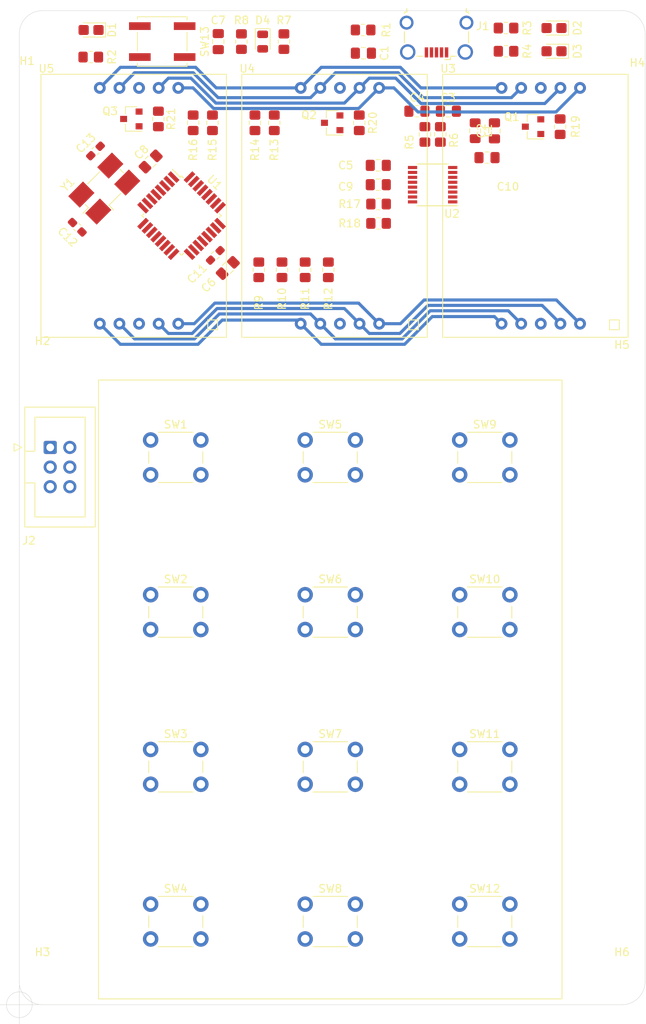
<source format=kicad_pcb>
(kicad_pcb (version 20171130) (host pcbnew 5.1.8-db9833491~88~ubuntu20.04.1)

  (general
    (thickness 1.6)
    (drawings 13)
    (tracks 76)
    (zones 0)
    (modules 69)
    (nets 64)
  )

  (page A4)
  (layers
    (0 F.Cu signal)
    (31 B.Cu signal)
    (32 B.Adhes user hide)
    (33 F.Adhes user hide)
    (34 B.Paste user hide)
    (35 F.Paste user hide)
    (36 B.SilkS user hide)
    (37 F.SilkS user)
    (38 B.Mask user hide)
    (39 F.Mask user hide)
    (40 Dwgs.User user hide)
    (41 Cmts.User user hide)
    (42 Eco1.User user hide)
    (43 Eco2.User user hide)
    (44 Edge.Cuts user)
    (45 Margin user)
    (46 B.CrtYd user hide)
    (47 F.CrtYd user)
    (48 B.Fab user hide)
    (49 F.Fab user hide)
  )

  (setup
    (last_trace_width 0.4)
    (user_trace_width 0.4)
    (user_trace_width 0.6)
    (user_trace_width 0.8)
    (trace_clearance 0.3)
    (zone_clearance 0.508)
    (zone_45_only no)
    (trace_min 0.2)
    (via_size 0.6)
    (via_drill 0.4)
    (via_min_size 0.4)
    (via_min_drill 0.3)
    (uvia_size 0.3)
    (uvia_drill 0.1)
    (uvias_allowed no)
    (uvia_min_size 0.2)
    (uvia_min_drill 0.1)
    (edge_width 0.05)
    (segment_width 0.2)
    (pcb_text_width 0.3)
    (pcb_text_size 1.5 1.5)
    (mod_edge_width 0.12)
    (mod_text_size 1 1)
    (mod_text_width 0.15)
    (pad_size 1.524 1.524)
    (pad_drill 0.762)
    (pad_to_mask_clearance 0.05)
    (aux_axis_origin 83 193)
    (grid_origin 83 193)
    (visible_elements 7FFFFFFF)
    (pcbplotparams
      (layerselection 0x010fc_ffffffff)
      (usegerberextensions false)
      (usegerberattributes true)
      (usegerberadvancedattributes true)
      (creategerberjobfile true)
      (excludeedgelayer true)
      (linewidth 0.100000)
      (plotframeref false)
      (viasonmask false)
      (mode 1)
      (useauxorigin false)
      (hpglpennumber 1)
      (hpglpenspeed 20)
      (hpglpendiameter 15.000000)
      (psnegative false)
      (psa4output false)
      (plotreference true)
      (plotvalue true)
      (plotinvisibletext false)
      (padsonsilk false)
      (subtractmaskfromsilk false)
      (outputformat 1)
      (mirror false)
      (drillshape 1)
      (scaleselection 1)
      (outputdirectory ""))
  )

  (net 0 "")
  (net 1 /SEG_F)
  (net 2 /SEG_E)
  (net 3 /SEG_D)
  (net 4 /SEG_C)
  (net 5 /SEG_B)
  (net 6 /SEG_A)
  (net 7 /SEG_RDP)
  (net 8 /SEG_G)
  (net 9 "Net-(C1-Pad2)")
  (net 10 +5V)
  (net 11 "Net-(Q1-Pad2)")
  (net 12 "Net-(Q1-Pad1)")
  (net 13 "Net-(C2-Pad2)")
  (net 14 "Net-(Q2-Pad2)")
  (net 15 "Net-(Q2-Pad1)")
  (net 16 "Net-(Q3-Pad2)")
  (net 17 "Net-(Q3-Pad1)")
  (net 18 /SEG_SEL_0)
  (net 19 /ROW_0)
  (net 20 /COL_0)
  (net 21 /ROW_1)
  (net 22 /ROW_2)
  (net 23 /ROW_3)
  (net 24 /COL_1)
  (net 25 /COL_2)
  (net 26 /SEG_SEL_2)
  (net 27 /SEG_SEL_1)
  (net 28 "Net-(C7-Pad2)")
  (net 29 "Net-(J1-Pad4)")
  (net 30 RESET)
  (net 31 "Net-(R13-Pad2)")
  (net 32 "Net-(R12-Pad2)")
  (net 33 "Net-(R11-Pad2)")
  (net 34 "Net-(R10-Pad2)")
  (net 35 "Net-(R9-Pad2)")
  (net 36 "Net-(R14-Pad2)")
  (net 37 MOSI)
  (net 38 SCK)
  (net 39 MISO)
  (net 40 /D+)
  (net 41 /D-)
  (net 42 /DR-)
  (net 43 /DR+)
  (net 44 GND)
  (net 45 +5VD)
  (net 46 "Net-(C12-Pad2)")
  (net 47 "Net-(C13-Pad1)")
  (net 48 "Net-(D1-Pad2)")
  (net 49 "Net-(D2-Pad2)")
  (net 50 TX_F)
  (net 51 RX_F)
  (net 52 "Net-(D3-Pad2)")
  (net 53 P_LED)
  (net 54 "Net-(R15-Pad2)")
  (net 55 "Net-(R16-Pad2)")
  (net 56 TXD)
  (net 57 RXD)
  (net 58 "Net-(U2-Pad2)")
  (net 59 "Net-(U2-Pad6)")
  (net 60 "Net-(U2-Pad7)")
  (net 61 "Net-(U2-Pad14)")
  (net 62 "Net-(U2-Pad15)")
  (net 63 "Net-(U2-Pad16)")

  (net_class Default "This is the default net class."
    (clearance 0.3)
    (trace_width 0.3)
    (via_dia 0.6)
    (via_drill 0.4)
    (uvia_dia 0.3)
    (uvia_drill 0.1)
  )

  (net_class Power ""
    (clearance 0.5)
    (trace_width 0.8)
    (via_dia 0.9)
    (via_drill 0.6)
    (uvia_dia 0.3)
    (uvia_drill 0.1)
    (add_net +5V)
    (add_net +5VD)
    (add_net GND)
  )

  (net_class Signals ""
    (clearance 0.3)
    (trace_width 0.3)
    (via_dia 0.6)
    (via_drill 0.4)
    (uvia_dia 0.3)
    (uvia_drill 0.1)
    (add_net /COL_0)
    (add_net /COL_1)
    (add_net /COL_2)
    (add_net /D+)
    (add_net /D-)
    (add_net /DR+)
    (add_net /DR-)
    (add_net /ROW_0)
    (add_net /ROW_1)
    (add_net /ROW_2)
    (add_net /ROW_3)
    (add_net /SEG_A)
    (add_net /SEG_B)
    (add_net /SEG_C)
    (add_net /SEG_D)
    (add_net /SEG_E)
    (add_net /SEG_F)
    (add_net /SEG_G)
    (add_net /SEG_RDP)
    (add_net /SEG_SEL_0)
    (add_net /SEG_SEL_1)
    (add_net /SEG_SEL_2)
    (add_net MISO)
    (add_net MOSI)
    (add_net "Net-(C1-Pad2)")
    (add_net "Net-(C12-Pad2)")
    (add_net "Net-(C13-Pad1)")
    (add_net "Net-(C2-Pad2)")
    (add_net "Net-(C7-Pad2)")
    (add_net "Net-(D1-Pad2)")
    (add_net "Net-(D2-Pad2)")
    (add_net "Net-(D3-Pad2)")
    (add_net "Net-(J1-Pad4)")
    (add_net "Net-(Q1-Pad1)")
    (add_net "Net-(Q1-Pad2)")
    (add_net "Net-(Q2-Pad1)")
    (add_net "Net-(Q2-Pad2)")
    (add_net "Net-(Q3-Pad1)")
    (add_net "Net-(Q3-Pad2)")
    (add_net "Net-(R10-Pad2)")
    (add_net "Net-(R11-Pad2)")
    (add_net "Net-(R12-Pad2)")
    (add_net "Net-(R13-Pad2)")
    (add_net "Net-(R14-Pad2)")
    (add_net "Net-(R15-Pad2)")
    (add_net "Net-(R16-Pad2)")
    (add_net "Net-(R9-Pad2)")
    (add_net "Net-(U2-Pad14)")
    (add_net "Net-(U2-Pad15)")
    (add_net "Net-(U2-Pad16)")
    (add_net "Net-(U2-Pad2)")
    (add_net "Net-(U2-Pad6)")
    (add_net "Net-(U2-Pad7)")
    (add_net P_LED)
    (add_net RESET)
    (add_net RXD)
    (add_net RX_F)
    (add_net SCK)
    (add_net TXD)
    (add_net TX_F)
  )

  (module lsd100bag-101-20:lsd100bag-101-20 locked (layer F.Cu) (tedit 5F8061B6) (tstamp 5FE09AF5)
    (at 150.5 90)
    (path /5F7F278C)
    (fp_text reference U3 (at -12 -18) (layer F.SilkS)
      (effects (font (size 1 1) (thickness 0.15)))
    )
    (fp_text value lsd100bag-101-20 (at -49.195 -36.33 90) (layer F.Fab)
      (effects (font (size 1 1) (thickness 0.15)))
    )
    (fp_line (start 2.54 -1.27) (end -2.54 -1.27) (layer F.Fab) (width 0.12))
    (fp_line (start 2.54 1.27) (end 2.54 -1.27) (layer F.Fab) (width 0.12))
    (fp_line (start -2.54 1.27) (end 2.54 1.27) (layer F.Fab) (width 0.12))
    (fp_line (start -2.54 -1.27) (end -2.54 1.27) (layer F.Fab) (width 0.12))
    (fp_line (start 10.16 14.478) (end 10.16 15.748) (layer F.SilkS) (width 0.12))
    (fp_line (start 8.89 14.478) (end 10.16 14.478) (layer F.SilkS) (width 0.12))
    (fp_line (start 8.89 15.748) (end 8.89 14.478) (layer F.SilkS) (width 0.12))
    (fp_line (start 10.16 15.748) (end 8.89 15.748) (layer F.SilkS) (width 0.12))
    (fp_line (start 11.3 -17.272) (end 11.3 16.728) (layer F.SilkS) (width 0.12))
    (fp_line (start -12.7 16.728) (end 11.3 16.728) (layer F.SilkS) (width 0.12))
    (fp_line (start -12.7 -17.272) (end 11.3 -17.272) (layer F.SilkS) (width 0.12))
    (fp_line (start -12.7 -17.272) (end -12.7 16.728) (layer F.SilkS) (width 0.12))
    (fp_line (start -5.08 3.81) (end -5.08 7.62) (layer F.Fab) (width 0.12))
    (fp_line (start -5.08 7.62) (end -7.62 7.62) (layer F.Fab) (width 0.12))
    (fp_line (start -7.62 7.62) (end -7.62 3.81) (layer F.Fab) (width 0.12))
    (fp_line (start -7.62 3.81) (end -5.08 3.81) (layer F.Fab) (width 0.12))
    (fp_line (start -2.54 10.16) (end -2.54 12.7) (layer F.Fab) (width 0.12))
    (fp_line (start -2.54 12.7) (end 2.54 12.7) (layer F.Fab) (width 0.12))
    (fp_line (start 2.54 12.7) (end 2.54 10.16) (layer F.Fab) (width 0.12))
    (fp_line (start 2.54 10.16) (end -2.54 10.16) (layer F.Fab) (width 0.12))
    (fp_line (start 5.08 7.62) (end 5.08 3.81) (layer F.Fab) (width 0.12))
    (fp_line (start 5.08 3.81) (end 7.62 3.81) (layer F.Fab) (width 0.12))
    (fp_line (start 7.62 3.81) (end 7.62 7.62) (layer F.Fab) (width 0.12))
    (fp_line (start 7.62 7.62) (end 5.08 7.62) (layer F.Fab) (width 0.12))
    (fp_line (start 5.08 -3.81) (end 5.08 -7.62) (layer F.Fab) (width 0.12))
    (fp_line (start 5.08 -7.62) (end 7.62 -7.62) (layer F.Fab) (width 0.12))
    (fp_line (start 7.62 -7.62) (end 7.62 -3.81) (layer F.Fab) (width 0.12))
    (fp_line (start 7.62 -3.81) (end 5.08 -3.81) (layer F.Fab) (width 0.12))
    (fp_line (start -5.08 -3.81) (end -7.62 -3.81) (layer F.Fab) (width 0.12))
    (fp_line (start -7.62 -3.81) (end -7.62 -7.62) (layer F.Fab) (width 0.12))
    (fp_line (start -7.62 -7.62) (end -5.08 -7.62) (layer F.Fab) (width 0.12))
    (fp_line (start -5.08 -7.62) (end -5.08 -3.81) (layer F.Fab) (width 0.12))
    (fp_line (start -2.54 -10.16) (end 2.54 -10.16) (layer F.Fab) (width 0.12))
    (fp_line (start 2.54 -10.16) (end 2.54 -12.7) (layer F.Fab) (width 0.12))
    (fp_line (start 2.54 -12.7) (end -2.54 -12.7) (layer F.Fab) (width 0.12))
    (fp_line (start -2.54 -12.7) (end -2.54 -10.16) (layer F.Fab) (width 0.12))
    (fp_line (start 6.35 11.43) (end 6.35 12.7) (layer F.Fab) (width 0.12))
    (fp_line (start 6.35 12.7) (end 7.62 12.7) (layer F.Fab) (width 0.12))
    (fp_line (start 7.62 12.7) (end 7.62 11.43) (layer F.Fab) (width 0.12))
    (fp_line (start 7.62 11.43) (end 6.35 11.43) (layer F.Fab) (width 0.12))
    (pad 3 thru_hole circle (at 0 14.968) (size 1.524 1.524) (drill 0.762) (layers *.Cu *.Mask)
      (net 11 "Net-(Q1-Pad2)"))
    (pad 4 thru_hole circle (at 2.54 14.968) (size 1.524 1.524) (drill 0.762) (layers *.Cu *.Mask)
      (net 4 /SEG_C))
    (pad 2 thru_hole circle (at -2.54 14.968) (size 1.524 1.524) (drill 0.762) (layers *.Cu *.Mask)
      (net 3 /SEG_D))
    (pad 5 thru_hole circle (at 5.08 14.968) (size 1.524 1.524) (drill 0.762) (layers *.Cu *.Mask)
      (net 7 /SEG_RDP))
    (pad 1 thru_hole circle (at -5.08 14.968) (size 1.524 1.524) (drill 0.762) (layers *.Cu *.Mask)
      (net 2 /SEG_E))
    (pad 6 thru_hole circle (at 5.08 -15.512) (size 1.524 1.524) (drill 0.762) (layers *.Cu *.Mask)
      (net 5 /SEG_B))
    (pad 7 thru_hole circle (at 2.54 -15.512) (size 1.524 1.524) (drill 0.762) (layers *.Cu *.Mask)
      (net 6 /SEG_A))
    (pad 8 thru_hole circle (at 0 -15.512) (size 1.524 1.524) (drill 0.762) (layers *.Cu *.Mask)
      (net 11 "Net-(Q1-Pad2)"))
    (pad 9 thru_hole circle (at -2.54 -15.512) (size 1.524 1.524) (drill 0.762) (layers *.Cu *.Mask)
      (net 1 /SEG_F))
    (pad 10 thru_hole circle (at -5.08 -15.512) (size 1.524 1.524) (drill 0.762) (layers *.Cu *.Mask)
      (net 8 /SEG_G))
  )

  (module LED_SMD:LED_0805_2012Metric_Castellated (layer F.Cu) (tedit 5F68FEF1) (tstamp 5FE0A77F)
    (at 152.2125 66.75 180)
    (descr "LED SMD 0805 (2012 Metric), castellated end terminal, IPC_7351 nominal, (Body size source: https://docs.google.com/spreadsheets/d/1BsfQQcO9C6DZCsRaXUlFlo91Tg2WpOkGARC1WS5S8t0/edit?usp=sharing), generated with kicad-footprint-generator")
    (tags "LED castellated")
    (path /6040A080)
    (attr smd)
    (fp_text reference D2 (at -3.0375 0 90) (layer F.SilkS)
      (effects (font (size 1 1) (thickness 0.15)))
    )
    (fp_text value R (at 0 1.6) (layer F.Fab)
      (effects (font (size 1 1) (thickness 0.15)))
    )
    (fp_line (start 1.88 0.9) (end -1.88 0.9) (layer F.CrtYd) (width 0.05))
    (fp_line (start 1.88 -0.9) (end 1.88 0.9) (layer F.CrtYd) (width 0.05))
    (fp_line (start -1.88 -0.9) (end 1.88 -0.9) (layer F.CrtYd) (width 0.05))
    (fp_line (start -1.88 0.9) (end -1.88 -0.9) (layer F.CrtYd) (width 0.05))
    (fp_line (start -1.885 0.91) (end 1 0.91) (layer F.SilkS) (width 0.12))
    (fp_line (start -1.885 -0.91) (end -1.885 0.91) (layer F.SilkS) (width 0.12))
    (fp_line (start 1 -0.91) (end -1.885 -0.91) (layer F.SilkS) (width 0.12))
    (fp_line (start 1 0.6) (end 1 -0.6) (layer F.Fab) (width 0.1))
    (fp_line (start -1 0.6) (end 1 0.6) (layer F.Fab) (width 0.1))
    (fp_line (start -1 -0.3) (end -1 0.6) (layer F.Fab) (width 0.1))
    (fp_line (start -0.7 -0.6) (end -1 -0.3) (layer F.Fab) (width 0.1))
    (fp_line (start 1 -0.6) (end -0.7 -0.6) (layer F.Fab) (width 0.1))
    (fp_text user %R (at 0 0) (layer F.Fab)
      (effects (font (size 0.5 0.5) (thickness 0.08)))
    )
    (pad 2 smd roundrect (at 0.9625 0 180) (size 1.325 1.3) (layers F.Cu F.Paste F.Mask) (roundrect_rratio 0.192308)
      (net 49 "Net-(D2-Pad2)"))
    (pad 1 smd roundrect (at -0.9625 0 180) (size 1.325 1.3) (layers F.Cu F.Paste F.Mask) (roundrect_rratio 0.192308)
      (net 50 TX_F))
    (model ${KISYS3DMOD}/LED_SMD.3dshapes/LED_0805_2012Metric_Castellated.wrl
      (at (xyz 0 0 0))
      (scale (xyz 1 1 1))
      (rotate (xyz 0 0 0))
    )
  )

  (module Resistor_SMD:R_0805_2012Metric_Pad1.20x1.40mm_HandSolder (layer F.Cu) (tedit 5F68FEEE) (tstamp 5FE0A8B0)
    (at 108 79 270)
    (descr "Resistor SMD 0805 (2012 Metric), square (rectangular) end terminal, IPC_7351 nominal with elongated pad for handsoldering. (Body size source: IPC-SM-782 page 72, https://www.pcb-3d.com/wordpress/wp-content/uploads/ipc-sm-782a_amendment_1_and_2.pdf), generated with kicad-footprint-generator")
    (tags "resistor handsolder")
    (path /600C671F)
    (attr smd)
    (fp_text reference R15 (at 3.5 0 270) (layer F.SilkS)
      (effects (font (size 1 1) (thickness 0.15)))
    )
    (fp_text value 300R (at 0 1.65 90) (layer F.Fab)
      (effects (font (size 1 1) (thickness 0.15)))
    )
    (fp_line (start -1 0.625) (end -1 -0.625) (layer F.Fab) (width 0.1))
    (fp_line (start -1 -0.625) (end 1 -0.625) (layer F.Fab) (width 0.1))
    (fp_line (start 1 -0.625) (end 1 0.625) (layer F.Fab) (width 0.1))
    (fp_line (start 1 0.625) (end -1 0.625) (layer F.Fab) (width 0.1))
    (fp_line (start -0.227064 -0.735) (end 0.227064 -0.735) (layer F.SilkS) (width 0.12))
    (fp_line (start -0.227064 0.735) (end 0.227064 0.735) (layer F.SilkS) (width 0.12))
    (fp_line (start -1.85 0.95) (end -1.85 -0.95) (layer F.CrtYd) (width 0.05))
    (fp_line (start -1.85 -0.95) (end 1.85 -0.95) (layer F.CrtYd) (width 0.05))
    (fp_line (start 1.85 -0.95) (end 1.85 0.95) (layer F.CrtYd) (width 0.05))
    (fp_line (start 1.85 0.95) (end -1.85 0.95) (layer F.CrtYd) (width 0.05))
    (fp_text user %R (at 0 0 90) (layer F.Fab)
      (effects (font (size 0.5 0.5) (thickness 0.08)))
    )
    (pad 1 smd roundrect (at -1 0 270) (size 1.2 1.4) (layers F.Cu F.Paste F.Mask) (roundrect_rratio 0.208333)
      (net 5 /SEG_B))
    (pad 2 smd roundrect (at 1 0 270) (size 1.2 1.4) (layers F.Cu F.Paste F.Mask) (roundrect_rratio 0.208333)
      (net 54 "Net-(R15-Pad2)"))
    (model ${KISYS3DMOD}/Resistor_SMD.3dshapes/R_0805_2012Metric.wrl
      (at (xyz 0 0 0))
      (scale (xyz 1 1 1))
      (rotate (xyz 0 0 0))
    )
  )

  (module Resistor_SMD:R_0805_2012Metric_Pad1.20x1.40mm_HandSolder (layer F.Cu) (tedit 5F68FEEE) (tstamp 5FE0A7E0)
    (at 92.25 70.5 180)
    (descr "Resistor SMD 0805 (2012 Metric), square (rectangular) end terminal, IPC_7351 nominal with elongated pad for handsoldering. (Body size source: IPC-SM-782 page 72, https://www.pcb-3d.com/wordpress/wp-content/uploads/ipc-sm-782a_amendment_1_and_2.pdf), generated with kicad-footprint-generator")
    (tags "resistor handsolder")
    (path /60266CE6)
    (attr smd)
    (fp_text reference R2 (at -2.75 0 90) (layer F.SilkS)
      (effects (font (size 1 1) (thickness 0.15)))
    )
    (fp_text value 300R (at 0 1.65) (layer F.Fab)
      (effects (font (size 1 1) (thickness 0.15)))
    )
    (fp_line (start -1 0.625) (end -1 -0.625) (layer F.Fab) (width 0.1))
    (fp_line (start -1 -0.625) (end 1 -0.625) (layer F.Fab) (width 0.1))
    (fp_line (start 1 -0.625) (end 1 0.625) (layer F.Fab) (width 0.1))
    (fp_line (start 1 0.625) (end -1 0.625) (layer F.Fab) (width 0.1))
    (fp_line (start -0.227064 -0.735) (end 0.227064 -0.735) (layer F.SilkS) (width 0.12))
    (fp_line (start -0.227064 0.735) (end 0.227064 0.735) (layer F.SilkS) (width 0.12))
    (fp_line (start -1.85 0.95) (end -1.85 -0.95) (layer F.CrtYd) (width 0.05))
    (fp_line (start -1.85 -0.95) (end 1.85 -0.95) (layer F.CrtYd) (width 0.05))
    (fp_line (start 1.85 -0.95) (end 1.85 0.95) (layer F.CrtYd) (width 0.05))
    (fp_line (start 1.85 0.95) (end -1.85 0.95) (layer F.CrtYd) (width 0.05))
    (fp_text user %R (at 0 0) (layer F.Fab)
      (effects (font (size 0.5 0.5) (thickness 0.08)))
    )
    (pad 1 smd roundrect (at -1 0 180) (size 1.2 1.4) (layers F.Cu F.Paste F.Mask) (roundrect_rratio 0.208333)
      (net 48 "Net-(D1-Pad2)"))
    (pad 2 smd roundrect (at 1 0 180) (size 1.2 1.4) (layers F.Cu F.Paste F.Mask) (roundrect_rratio 0.208333)
      (net 53 P_LED))
    (model ${KISYS3DMOD}/Resistor_SMD.3dshapes/R_0805_2012Metric.wrl
      (at (xyz 0 0 0))
      (scale (xyz 1 1 1))
      (rotate (xyz 0 0 0))
    )
  )

  (module LED_SMD:LED_0805_2012Metric_Castellated (layer F.Cu) (tedit 5F68FEF1) (tstamp 5FE0A75B)
    (at 92.2875 67 180)
    (descr "LED SMD 0805 (2012 Metric), castellated end terminal, IPC_7351 nominal, (Body size source: https://docs.google.com/spreadsheets/d/1BsfQQcO9C6DZCsRaXUlFlo91Tg2WpOkGARC1WS5S8t0/edit?usp=sharing), generated with kicad-footprint-generator")
    (tags "LED castellated")
    (path /6026606E)
    (attr smd)
    (fp_text reference D1 (at -2.7125 0 90) (layer F.SilkS)
      (effects (font (size 1 1) (thickness 0.15)))
    )
    (fp_text value G (at 0 1.6) (layer F.Fab)
      (effects (font (size 1 1) (thickness 0.15)))
    )
    (fp_line (start 1 -0.6) (end -0.7 -0.6) (layer F.Fab) (width 0.1))
    (fp_line (start -0.7 -0.6) (end -1 -0.3) (layer F.Fab) (width 0.1))
    (fp_line (start -1 -0.3) (end -1 0.6) (layer F.Fab) (width 0.1))
    (fp_line (start -1 0.6) (end 1 0.6) (layer F.Fab) (width 0.1))
    (fp_line (start 1 0.6) (end 1 -0.6) (layer F.Fab) (width 0.1))
    (fp_line (start 1 -0.91) (end -1.885 -0.91) (layer F.SilkS) (width 0.12))
    (fp_line (start -1.885 -0.91) (end -1.885 0.91) (layer F.SilkS) (width 0.12))
    (fp_line (start -1.885 0.91) (end 1 0.91) (layer F.SilkS) (width 0.12))
    (fp_line (start -1.88 0.9) (end -1.88 -0.9) (layer F.CrtYd) (width 0.05))
    (fp_line (start -1.88 -0.9) (end 1.88 -0.9) (layer F.CrtYd) (width 0.05))
    (fp_line (start 1.88 -0.9) (end 1.88 0.9) (layer F.CrtYd) (width 0.05))
    (fp_line (start 1.88 0.9) (end -1.88 0.9) (layer F.CrtYd) (width 0.05))
    (fp_text user %R (at 0 0) (layer F.Fab)
      (effects (font (size 0.5 0.5) (thickness 0.08)))
    )
    (pad 1 smd roundrect (at -0.9625 0 180) (size 1.325 1.3) (layers F.Cu F.Paste F.Mask) (roundrect_rratio 0.192308)
      (net 44 GND))
    (pad 2 smd roundrect (at 0.9625 0 180) (size 1.325 1.3) (layers F.Cu F.Paste F.Mask) (roundrect_rratio 0.192308)
      (net 48 "Net-(D1-Pad2)"))
    (model ${KISYS3DMOD}/LED_SMD.3dshapes/LED_0805_2012Metric_Castellated.wrl
      (at (xyz 0 0 0))
      (scale (xyz 1 1 1))
      (rotate (xyz 0 0 0))
    )
  )

  (module Resistor_SMD:R_0805_2012Metric_Pad1.20x1.40mm_HandSolder (layer F.Cu) (tedit 5F68FEEE) (tstamp 5FE0A8E0)
    (at 129.5 89.5)
    (descr "Resistor SMD 0805 (2012 Metric), square (rectangular) end terminal, IPC_7351 nominal with elongated pad for handsoldering. (Body size source: IPC-SM-782 page 72, https://www.pcb-3d.com/wordpress/wp-content/uploads/ipc-sm-782a_amendment_1_and_2.pdf), generated with kicad-footprint-generator")
    (tags "resistor handsolder")
    (path /6033BD7A)
    (attr smd)
    (fp_text reference R17 (at -3.75 0) (layer F.SilkS)
      (effects (font (size 1 1) (thickness 0.15)))
    )
    (fp_text value 0R (at 0 1.65) (layer F.Fab)
      (effects (font (size 1 1) (thickness 0.15)))
    )
    (fp_line (start 1.85 0.95) (end -1.85 0.95) (layer F.CrtYd) (width 0.05))
    (fp_line (start 1.85 -0.95) (end 1.85 0.95) (layer F.CrtYd) (width 0.05))
    (fp_line (start -1.85 -0.95) (end 1.85 -0.95) (layer F.CrtYd) (width 0.05))
    (fp_line (start -1.85 0.95) (end -1.85 -0.95) (layer F.CrtYd) (width 0.05))
    (fp_line (start -0.227064 0.735) (end 0.227064 0.735) (layer F.SilkS) (width 0.12))
    (fp_line (start -0.227064 -0.735) (end 0.227064 -0.735) (layer F.SilkS) (width 0.12))
    (fp_line (start 1 0.625) (end -1 0.625) (layer F.Fab) (width 0.1))
    (fp_line (start 1 -0.625) (end 1 0.625) (layer F.Fab) (width 0.1))
    (fp_line (start -1 -0.625) (end 1 -0.625) (layer F.Fab) (width 0.1))
    (fp_line (start -1 0.625) (end -1 -0.625) (layer F.Fab) (width 0.1))
    (fp_text user %R (at 0 0) (layer F.Fab)
      (effects (font (size 0.5 0.5) (thickness 0.08)))
    )
    (pad 2 smd roundrect (at 1 0) (size 1.2 1.4) (layers F.Cu F.Paste F.Mask) (roundrect_rratio 0.208333)
      (net 51 RX_F))
    (pad 1 smd roundrect (at -1 0) (size 1.2 1.4) (layers F.Cu F.Paste F.Mask) (roundrect_rratio 0.208333)
      (net 56 TXD))
    (model ${KISYS3DMOD}/Resistor_SMD.3dshapes/R_0805_2012Metric.wrl
      (at (xyz 0 0 0))
      (scale (xyz 1 1 1))
      (rotate (xyz 0 0 0))
    )
  )

  (module Resistor_SMD:R_0805_2012Metric_Pad1.20x1.40mm_HandSolder (layer F.Cu) (tedit 5F68FEEE) (tstamp 5FE0A902)
    (at 153 79.5 270)
    (descr "Resistor SMD 0805 (2012 Metric), square (rectangular) end terminal, IPC_7351 nominal with elongated pad for handsoldering. (Body size source: IPC-SM-782 page 72, https://www.pcb-3d.com/wordpress/wp-content/uploads/ipc-sm-782a_amendment_1_and_2.pdf), generated with kicad-footprint-generator")
    (tags "resistor handsolder")
    (path /6000C5E3)
    (attr smd)
    (fp_text reference R19 (at 0 -2 90) (layer F.SilkS)
      (effects (font (size 1 1) (thickness 0.15)))
    )
    (fp_text value 1k (at 0 1.65 90) (layer F.Fab)
      (effects (font (size 1 1) (thickness 0.15)))
    )
    (fp_line (start -1 0.625) (end -1 -0.625) (layer F.Fab) (width 0.1))
    (fp_line (start -1 -0.625) (end 1 -0.625) (layer F.Fab) (width 0.1))
    (fp_line (start 1 -0.625) (end 1 0.625) (layer F.Fab) (width 0.1))
    (fp_line (start 1 0.625) (end -1 0.625) (layer F.Fab) (width 0.1))
    (fp_line (start -0.227064 -0.735) (end 0.227064 -0.735) (layer F.SilkS) (width 0.12))
    (fp_line (start -0.227064 0.735) (end 0.227064 0.735) (layer F.SilkS) (width 0.12))
    (fp_line (start -1.85 0.95) (end -1.85 -0.95) (layer F.CrtYd) (width 0.05))
    (fp_line (start -1.85 -0.95) (end 1.85 -0.95) (layer F.CrtYd) (width 0.05))
    (fp_line (start 1.85 -0.95) (end 1.85 0.95) (layer F.CrtYd) (width 0.05))
    (fp_line (start 1.85 0.95) (end -1.85 0.95) (layer F.CrtYd) (width 0.05))
    (fp_text user %R (at 0 0 90) (layer F.Fab)
      (effects (font (size 0.5 0.5) (thickness 0.08)))
    )
    (pad 1 smd roundrect (at -1 0 270) (size 1.2 1.4) (layers F.Cu F.Paste F.Mask) (roundrect_rratio 0.208333)
      (net 12 "Net-(Q1-Pad1)"))
    (pad 2 smd roundrect (at 1 0 270) (size 1.2 1.4) (layers F.Cu F.Paste F.Mask) (roundrect_rratio 0.208333)
      (net 18 /SEG_SEL_0))
    (model ${KISYS3DMOD}/Resistor_SMD.3dshapes/R_0805_2012Metric.wrl
      (at (xyz 0 0 0))
      (scale (xyz 1 1 1))
      (rotate (xyz 0 0 0))
    )
  )

  (module Capacitor_SMD:C_0603_1608Metric_Pad1.08x0.95mm_HandSolder (layer F.Cu) (tedit 5F68FEEF) (tstamp 5FE0B1BB)
    (at 92.85988 82.64012 225)
    (descr "Capacitor SMD 0603 (1608 Metric), square (rectangular) end terminal, IPC_7351 nominal with elongated pad for handsoldering. (Body size source: IPC-SM-782 page 76, https://www.pcb-3d.com/wordpress/wp-content/uploads/ipc-sm-782a_amendment_1_and_2.pdf), generated with kicad-footprint-generator")
    (tags "capacitor handsolder")
    (path /5FFDCD4A)
    (attr smd)
    (fp_text reference C13 (at 0.176777 1.59099 45) (layer F.SilkS)
      (effects (font (size 1 1) (thickness 0.15)))
    )
    (fp_text value 22pF (at 0 1.43 45) (layer F.Fab)
      (effects (font (size 1 1) (thickness 0.15)))
    )
    (fp_line (start -0.8 0.4) (end -0.8 -0.4) (layer F.Fab) (width 0.1))
    (fp_line (start -0.8 -0.4) (end 0.8 -0.4) (layer F.Fab) (width 0.1))
    (fp_line (start 0.8 -0.4) (end 0.8 0.4) (layer F.Fab) (width 0.1))
    (fp_line (start 0.8 0.4) (end -0.8 0.4) (layer F.Fab) (width 0.1))
    (fp_line (start -0.146267 -0.51) (end 0.146267 -0.51) (layer F.SilkS) (width 0.12))
    (fp_line (start -0.146267 0.51) (end 0.146267 0.51) (layer F.SilkS) (width 0.12))
    (fp_line (start -1.65 0.73) (end -1.65 -0.73) (layer F.CrtYd) (width 0.05))
    (fp_line (start -1.65 -0.73) (end 1.65 -0.73) (layer F.CrtYd) (width 0.05))
    (fp_line (start 1.65 -0.73) (end 1.65 0.73) (layer F.CrtYd) (width 0.05))
    (fp_line (start 1.65 0.73) (end -1.65 0.73) (layer F.CrtYd) (width 0.05))
    (fp_text user %R (at 0 0 45) (layer F.Fab)
      (effects (font (size 0.4 0.4) (thickness 0.06)))
    )
    (pad 1 smd roundrect (at -0.8625 0 225) (size 1.075 0.95) (layers F.Cu F.Paste F.Mask) (roundrect_rratio 0.25)
      (net 47 "Net-(C13-Pad1)"))
    (pad 2 smd roundrect (at 0.8625 0 225) (size 1.075 0.95) (layers F.Cu F.Paste F.Mask) (roundrect_rratio 0.25)
      (net 44 GND))
    (model ${KISYS3DMOD}/Capacitor_SMD.3dshapes/C_0603_1608Metric.wrl
      (at (xyz 0 0 0))
      (scale (xyz 1 1 1))
      (rotate (xyz 0 0 0))
    )
  )

  (module Resistor_SMD:R_0805_2012Metric_Pad1.20x1.40mm_HandSolder (layer F.Cu) (tedit 5F68FEEE) (tstamp 5FE0A924)
    (at 101 78.5 270)
    (descr "Resistor SMD 0805 (2012 Metric), square (rectangular) end terminal, IPC_7351 nominal with elongated pad for handsoldering. (Body size source: IPC-SM-782 page 72, https://www.pcb-3d.com/wordpress/wp-content/uploads/ipc-sm-782a_amendment_1_and_2.pdf), generated with kicad-footprint-generator")
    (tags "resistor handsolder")
    (path /6003EB4F)
    (attr smd)
    (fp_text reference R21 (at 0 -1.65 90) (layer F.SilkS)
      (effects (font (size 1 1) (thickness 0.15)))
    )
    (fp_text value 1k (at 0 1.65 90) (layer F.Fab)
      (effects (font (size 1 1) (thickness 0.15)))
    )
    (fp_line (start 1.85 0.95) (end -1.85 0.95) (layer F.CrtYd) (width 0.05))
    (fp_line (start 1.85 -0.95) (end 1.85 0.95) (layer F.CrtYd) (width 0.05))
    (fp_line (start -1.85 -0.95) (end 1.85 -0.95) (layer F.CrtYd) (width 0.05))
    (fp_line (start -1.85 0.95) (end -1.85 -0.95) (layer F.CrtYd) (width 0.05))
    (fp_line (start -0.227064 0.735) (end 0.227064 0.735) (layer F.SilkS) (width 0.12))
    (fp_line (start -0.227064 -0.735) (end 0.227064 -0.735) (layer F.SilkS) (width 0.12))
    (fp_line (start 1 0.625) (end -1 0.625) (layer F.Fab) (width 0.1))
    (fp_line (start 1 -0.625) (end 1 0.625) (layer F.Fab) (width 0.1))
    (fp_line (start -1 -0.625) (end 1 -0.625) (layer F.Fab) (width 0.1))
    (fp_line (start -1 0.625) (end -1 -0.625) (layer F.Fab) (width 0.1))
    (fp_text user %R (at 0 0 90) (layer F.Fab)
      (effects (font (size 0.5 0.5) (thickness 0.08)))
    )
    (pad 2 smd roundrect (at 1 0 270) (size 1.2 1.4) (layers F.Cu F.Paste F.Mask) (roundrect_rratio 0.208333)
      (net 26 /SEG_SEL_2))
    (pad 1 smd roundrect (at -1 0 270) (size 1.2 1.4) (layers F.Cu F.Paste F.Mask) (roundrect_rratio 0.208333)
      (net 17 "Net-(Q3-Pad1)"))
    (model ${KISYS3DMOD}/Resistor_SMD.3dshapes/R_0805_2012Metric.wrl
      (at (xyz 0 0 0))
      (scale (xyz 1 1 1))
      (rotate (xyz 0 0 0))
    )
  )

  (module Resistor_SMD:R_0805_2012Metric_Pad1.20x1.40mm_HandSolder (layer F.Cu) (tedit 5F68FEEE) (tstamp 5FE0A890)
    (at 116 79 270)
    (descr "Resistor SMD 0805 (2012 Metric), square (rectangular) end terminal, IPC_7351 nominal with elongated pad for handsoldering. (Body size source: IPC-SM-782 page 72, https://www.pcb-3d.com/wordpress/wp-content/uploads/ipc-sm-782a_amendment_1_and_2.pdf), generated with kicad-footprint-generator")
    (tags "resistor handsolder")
    (path /600C60E7)
    (attr smd)
    (fp_text reference R13 (at 3.5 0 90) (layer F.SilkS)
      (effects (font (size 1 1) (thickness 0.15)))
    )
    (fp_text value 300R (at 0 1.65 90) (layer F.Fab)
      (effects (font (size 1 1) (thickness 0.15)))
    )
    (fp_line (start -1 0.625) (end -1 -0.625) (layer F.Fab) (width 0.1))
    (fp_line (start -1 -0.625) (end 1 -0.625) (layer F.Fab) (width 0.1))
    (fp_line (start 1 -0.625) (end 1 0.625) (layer F.Fab) (width 0.1))
    (fp_line (start 1 0.625) (end -1 0.625) (layer F.Fab) (width 0.1))
    (fp_line (start -0.227064 -0.735) (end 0.227064 -0.735) (layer F.SilkS) (width 0.12))
    (fp_line (start -0.227064 0.735) (end 0.227064 0.735) (layer F.SilkS) (width 0.12))
    (fp_line (start -1.85 0.95) (end -1.85 -0.95) (layer F.CrtYd) (width 0.05))
    (fp_line (start -1.85 -0.95) (end 1.85 -0.95) (layer F.CrtYd) (width 0.05))
    (fp_line (start 1.85 -0.95) (end 1.85 0.95) (layer F.CrtYd) (width 0.05))
    (fp_line (start 1.85 0.95) (end -1.85 0.95) (layer F.CrtYd) (width 0.05))
    (fp_text user %R (at 0 0 90) (layer F.Fab)
      (effects (font (size 0.5 0.5) (thickness 0.08)))
    )
    (pad 1 smd roundrect (at -1 0 270) (size 1.2 1.4) (layers F.Cu F.Paste F.Mask) (roundrect_rratio 0.208333)
      (net 1 /SEG_F))
    (pad 2 smd roundrect (at 1 0 270) (size 1.2 1.4) (layers F.Cu F.Paste F.Mask) (roundrect_rratio 0.208333)
      (net 31 "Net-(R13-Pad2)"))
    (model ${KISYS3DMOD}/Resistor_SMD.3dshapes/R_0805_2012Metric.wrl
      (at (xyz 0 0 0))
      (scale (xyz 1 1 1))
      (rotate (xyz 0 0 0))
    )
  )

  (module Resistor_SMD:R_0805_2012Metric_Pad1.20x1.40mm_HandSolder (layer F.Cu) (tedit 5F68FEEE) (tstamp 5FE0AEAD)
    (at 137.5 80.5 270)
    (descr "Resistor SMD 0805 (2012 Metric), square (rectangular) end terminal, IPC_7351 nominal with elongated pad for handsoldering. (Body size source: IPC-SM-782 page 72, https://www.pcb-3d.com/wordpress/wp-content/uploads/ipc-sm-782a_amendment_1_and_2.pdf), generated with kicad-footprint-generator")
    (tags "resistor handsolder")
    (path /5FC8EC48)
    (attr smd)
    (fp_text reference R6 (at 0.75 -1.75 90) (layer F.SilkS)
      (effects (font (size 1 1) (thickness 0.15)))
    )
    (fp_text value 27R (at 0 1.65 90) (layer F.Fab)
      (effects (font (size 1 1) (thickness 0.15)))
    )
    (fp_line (start -1 0.625) (end -1 -0.625) (layer F.Fab) (width 0.1))
    (fp_line (start -1 -0.625) (end 1 -0.625) (layer F.Fab) (width 0.1))
    (fp_line (start 1 -0.625) (end 1 0.625) (layer F.Fab) (width 0.1))
    (fp_line (start 1 0.625) (end -1 0.625) (layer F.Fab) (width 0.1))
    (fp_line (start -0.227064 -0.735) (end 0.227064 -0.735) (layer F.SilkS) (width 0.12))
    (fp_line (start -0.227064 0.735) (end 0.227064 0.735) (layer F.SilkS) (width 0.12))
    (fp_line (start -1.85 0.95) (end -1.85 -0.95) (layer F.CrtYd) (width 0.05))
    (fp_line (start -1.85 -0.95) (end 1.85 -0.95) (layer F.CrtYd) (width 0.05))
    (fp_line (start 1.85 -0.95) (end 1.85 0.95) (layer F.CrtYd) (width 0.05))
    (fp_line (start 1.85 0.95) (end -1.85 0.95) (layer F.CrtYd) (width 0.05))
    (fp_text user %R (at 0 0 90) (layer F.Fab)
      (effects (font (size 0.5 0.5) (thickness 0.08)))
    )
    (pad 1 smd roundrect (at -1 0 270) (size 1.2 1.4) (layers F.Cu F.Paste F.Mask) (roundrect_rratio 0.208333)
      (net 40 /D+))
    (pad 2 smd roundrect (at 1 0 270) (size 1.2 1.4) (layers F.Cu F.Paste F.Mask) (roundrect_rratio 0.208333)
      (net 43 /DR+))
    (model ${KISYS3DMOD}/Resistor_SMD.3dshapes/R_0805_2012Metric.wrl
      (at (xyz 0 0 0))
      (scale (xyz 1 1 1))
      (rotate (xyz 0 0 0))
    )
  )

  (module Package_QFP:TQFP-32_7x7mm_P0.8mm (layer F.Cu) (tedit 5A02F146) (tstamp 5FE0A35F)
    (at 104 91 315)
    (descr "32-Lead Plastic Thin Quad Flatpack (PT) - 7x7x1.0 mm Body, 2.00 mm [TQFP] (see Microchip Packaging Specification 00000049BS.pdf)")
    (tags "QFP 0.8")
    (path /5F7E4CE5)
    (attr smd)
    (fp_text reference U1 (at 0 -6.05 135) (layer F.SilkS)
      (effects (font (size 1 1) (thickness 0.15)))
    )
    (fp_text value ATmega328PB-AU (at 0 6.05 135) (layer F.Fab)
      (effects (font (size 1 1) (thickness 0.15)))
    )
    (fp_line (start -3.625 -3.4) (end -5.05 -3.4) (layer F.SilkS) (width 0.15))
    (fp_line (start 3.625 -3.625) (end 3.3 -3.625) (layer F.SilkS) (width 0.15))
    (fp_line (start 3.625 3.625) (end 3.3 3.625) (layer F.SilkS) (width 0.15))
    (fp_line (start -3.625 3.625) (end -3.3 3.625) (layer F.SilkS) (width 0.15))
    (fp_line (start -3.625 -3.625) (end -3.3 -3.625) (layer F.SilkS) (width 0.15))
    (fp_line (start -3.625 3.625) (end -3.625 3.3) (layer F.SilkS) (width 0.15))
    (fp_line (start 3.625 3.625) (end 3.625 3.3) (layer F.SilkS) (width 0.15))
    (fp_line (start 3.625 -3.625) (end 3.625 -3.3) (layer F.SilkS) (width 0.15))
    (fp_line (start -3.625 -3.625) (end -3.625 -3.4) (layer F.SilkS) (width 0.15))
    (fp_line (start -5.3 5.3) (end 5.3 5.3) (layer F.CrtYd) (width 0.05))
    (fp_line (start -5.3 -5.3) (end 5.3 -5.3) (layer F.CrtYd) (width 0.05))
    (fp_line (start 5.3 -5.3) (end 5.3 5.3) (layer F.CrtYd) (width 0.05))
    (fp_line (start -5.3 -5.3) (end -5.3 5.3) (layer F.CrtYd) (width 0.05))
    (fp_line (start -3.5 -2.5) (end -2.5 -3.5) (layer F.Fab) (width 0.15))
    (fp_line (start -3.5 3.5) (end -3.5 -2.5) (layer F.Fab) (width 0.15))
    (fp_line (start 3.5 3.5) (end -3.5 3.5) (layer F.Fab) (width 0.15))
    (fp_line (start 3.5 -3.5) (end 3.5 3.5) (layer F.Fab) (width 0.15))
    (fp_line (start -2.5 -3.5) (end 3.5 -3.5) (layer F.Fab) (width 0.15))
    (fp_text user %R (at 0 0 135) (layer F.Fab)
      (effects (font (size 1 1) (thickness 0.15)))
    )
    (pad 32 smd rect (at -2.8 -4.25 45) (size 1.6 0.55) (layers F.Cu F.Paste F.Mask)
      (net 54 "Net-(R15-Pad2)"))
    (pad 31 smd rect (at -2 -4.25 45) (size 1.6 0.55) (layers F.Cu F.Paste F.Mask)
      (net 56 TXD))
    (pad 30 smd rect (at -1.2 -4.25 45) (size 1.6 0.55) (layers F.Cu F.Paste F.Mask)
      (net 57 RXD))
    (pad 29 smd rect (at -0.4 -4.25 45) (size 1.6 0.55) (layers F.Cu F.Paste F.Mask)
      (net 30 RESET))
    (pad 28 smd rect (at 0.4 -4.25 45) (size 1.6 0.55) (layers F.Cu F.Paste F.Mask)
      (net 36 "Net-(R14-Pad2)"))
    (pad 27 smd rect (at 1.2 -4.25 45) (size 1.6 0.55) (layers F.Cu F.Paste F.Mask)
      (net 31 "Net-(R13-Pad2)"))
    (pad 26 smd rect (at 2 -4.25 45) (size 1.6 0.55) (layers F.Cu F.Paste F.Mask)
      (net 32 "Net-(R12-Pad2)"))
    (pad 25 smd rect (at 2.8 -4.25 45) (size 1.6 0.55) (layers F.Cu F.Paste F.Mask)
      (net 33 "Net-(R11-Pad2)"))
    (pad 24 smd rect (at 4.25 -2.8 315) (size 1.6 0.55) (layers F.Cu F.Paste F.Mask)
      (net 34 "Net-(R10-Pad2)"))
    (pad 23 smd rect (at 4.25 -2 315) (size 1.6 0.55) (layers F.Cu F.Paste F.Mask)
      (net 35 "Net-(R9-Pad2)"))
    (pad 22 smd rect (at 4.25 -1.2 315) (size 1.6 0.55) (layers F.Cu F.Paste F.Mask)
      (net 23 /ROW_3))
    (pad 21 smd rect (at 4.25 -0.4 315) (size 1.6 0.55) (layers F.Cu F.Paste F.Mask)
      (net 44 GND))
    (pad 20 smd rect (at 4.25 0.4 315) (size 1.6 0.55) (layers F.Cu F.Paste F.Mask)
      (net 10 +5V))
    (pad 19 smd rect (at 4.25 1.2 315) (size 1.6 0.55) (layers F.Cu F.Paste F.Mask)
      (net 22 /ROW_2))
    (pad 18 smd rect (at 4.25 2 315) (size 1.6 0.55) (layers F.Cu F.Paste F.Mask)
      (net 10 +5V))
    (pad 17 smd rect (at 4.25 2.8 315) (size 1.6 0.55) (layers F.Cu F.Paste F.Mask)
      (net 38 SCK))
    (pad 16 smd rect (at 2.8 4.25 45) (size 1.6 0.55) (layers F.Cu F.Paste F.Mask)
      (net 39 MISO))
    (pad 15 smd rect (at 2 4.25 45) (size 1.6 0.55) (layers F.Cu F.Paste F.Mask)
      (net 37 MOSI))
    (pad 14 smd rect (at 1.2 4.25 45) (size 1.6 0.55) (layers F.Cu F.Paste F.Mask)
      (net 25 /COL_2))
    (pad 13 smd rect (at 0.4 4.25 45) (size 1.6 0.55) (layers F.Cu F.Paste F.Mask)
      (net 24 /COL_1))
    (pad 12 smd rect (at -0.4 4.25 45) (size 1.6 0.55) (layers F.Cu F.Paste F.Mask)
      (net 20 /COL_0))
    (pad 11 smd rect (at -1.2 4.25 45) (size 1.6 0.55) (layers F.Cu F.Paste F.Mask)
      (net 53 P_LED))
    (pad 10 smd rect (at -2 4.25 45) (size 1.6 0.55) (layers F.Cu F.Paste F.Mask)
      (net 26 /SEG_SEL_2))
    (pad 9 smd rect (at -2.8 4.25 45) (size 1.6 0.55) (layers F.Cu F.Paste F.Mask)
      (net 27 /SEG_SEL_1))
    (pad 8 smd rect (at -4.25 2.8 315) (size 1.6 0.55) (layers F.Cu F.Paste F.Mask)
      (net 46 "Net-(C12-Pad2)"))
    (pad 7 smd rect (at -4.25 2 315) (size 1.6 0.55) (layers F.Cu F.Paste F.Mask)
      (net 47 "Net-(C13-Pad1)"))
    (pad 6 smd rect (at -4.25 1.2 315) (size 1.6 0.55) (layers F.Cu F.Paste F.Mask)
      (net 21 /ROW_1))
    (pad 5 smd rect (at -4.25 0.4 315) (size 1.6 0.55) (layers F.Cu F.Paste F.Mask)
      (net 44 GND))
    (pad 4 smd rect (at -4.25 -0.4 315) (size 1.6 0.55) (layers F.Cu F.Paste F.Mask)
      (net 10 +5V))
    (pad 3 smd rect (at -4.25 -1.2 315) (size 1.6 0.55) (layers F.Cu F.Paste F.Mask)
      (net 19 /ROW_0))
    (pad 2 smd rect (at -4.25 -2 315) (size 1.6 0.55) (layers F.Cu F.Paste F.Mask)
      (net 18 /SEG_SEL_0))
    (pad 1 smd rect (at -4.25 -2.8 315) (size 1.6 0.55) (layers F.Cu F.Paste F.Mask)
      (net 55 "Net-(R16-Pad2)"))
    (model ${KISYS3DMOD}/Package_QFP.3dshapes/TQFP-32_7x7mm_P0.8mm.wrl
      (at (xyz 0 0 0))
      (scale (xyz 1 1 1))
      (rotate (xyz 0 0 0))
    )
  )

  (module Inductor_SMD:L_0805_2012Metric_Pad1.15x1.40mm_HandSolder (layer F.Cu) (tedit 5B36C52B) (tstamp 5FE0B96A)
    (at 142 80.025 270)
    (descr "Capacitor SMD 0805 (2012 Metric), square (rectangular) end terminal, IPC_7351 nominal with elongated pad for handsoldering. (Body size source: https://docs.google.com/spreadsheets/d/1BsfQQcO9C6DZCsRaXUlFlo91Tg2WpOkGARC1WS5S8t0/edit?usp=sharing), generated with kicad-footprint-generator")
    (tags "inductor handsolder")
    (path /5FC5D4A3)
    (attr smd)
    (fp_text reference L1 (at 0 -1.65 90) (layer F.SilkS)
      (effects (font (size 1 1) (thickness 0.15)))
    )
    (fp_text value ferrite (at 0 1.65 90) (layer F.Fab)
      (effects (font (size 1 1) (thickness 0.15)))
    )
    (fp_line (start 1.85 0.95) (end -1.85 0.95) (layer F.CrtYd) (width 0.05))
    (fp_line (start 1.85 -0.95) (end 1.85 0.95) (layer F.CrtYd) (width 0.05))
    (fp_line (start -1.85 -0.95) (end 1.85 -0.95) (layer F.CrtYd) (width 0.05))
    (fp_line (start -1.85 0.95) (end -1.85 -0.95) (layer F.CrtYd) (width 0.05))
    (fp_line (start -0.261252 0.71) (end 0.261252 0.71) (layer F.SilkS) (width 0.12))
    (fp_line (start -0.261252 -0.71) (end 0.261252 -0.71) (layer F.SilkS) (width 0.12))
    (fp_line (start 1 0.6) (end -1 0.6) (layer F.Fab) (width 0.1))
    (fp_line (start 1 -0.6) (end 1 0.6) (layer F.Fab) (width 0.1))
    (fp_line (start -1 -0.6) (end 1 -0.6) (layer F.Fab) (width 0.1))
    (fp_line (start -1 0.6) (end -1 -0.6) (layer F.Fab) (width 0.1))
    (fp_text user %R (at 0 0 90) (layer F.Fab)
      (effects (font (size 0.5 0.5) (thickness 0.08)))
    )
    (pad 2 smd roundrect (at 1.025 0 270) (size 1.15 1.4) (layers F.Cu F.Paste F.Mask) (roundrect_rratio 0.217391)
      (net 10 +5V))
    (pad 1 smd roundrect (at -1.025 0 270) (size 1.15 1.4) (layers F.Cu F.Paste F.Mask) (roundrect_rratio 0.217391)
      (net 13 "Net-(C2-Pad2)"))
    (model ${KISYS3DMOD}/Inductor_SMD.3dshapes/L_0805_2012Metric.wrl
      (at (xyz 0 0 0))
      (scale (xyz 1 1 1))
      (rotate (xyz 0 0 0))
    )
  )

  (module Resistor_SMD:R_0805_2012Metric_Pad1.20x1.40mm_HandSolder (layer F.Cu) (tedit 5F68FEEE) (tstamp 5FE0A870)
    (at 120 98 90)
    (descr "Resistor SMD 0805 (2012 Metric), square (rectangular) end terminal, IPC_7351 nominal with elongated pad for handsoldering. (Body size source: IPC-SM-782 page 72, https://www.pcb-3d.com/wordpress/wp-content/uploads/ipc-sm-782a_amendment_1_and_2.pdf), generated with kicad-footprint-generator")
    (tags "resistor handsolder")
    (path /600C5B4C)
    (attr smd)
    (fp_text reference R11 (at -3.75 0 90) (layer F.SilkS)
      (effects (font (size 1 1) (thickness 0.15)))
    )
    (fp_text value 300R (at 0 1.65 90) (layer F.Fab)
      (effects (font (size 1 1) (thickness 0.15)))
    )
    (fp_line (start -1 0.625) (end -1 -0.625) (layer F.Fab) (width 0.1))
    (fp_line (start -1 -0.625) (end 1 -0.625) (layer F.Fab) (width 0.1))
    (fp_line (start 1 -0.625) (end 1 0.625) (layer F.Fab) (width 0.1))
    (fp_line (start 1 0.625) (end -1 0.625) (layer F.Fab) (width 0.1))
    (fp_line (start -0.227064 -0.735) (end 0.227064 -0.735) (layer F.SilkS) (width 0.12))
    (fp_line (start -0.227064 0.735) (end 0.227064 0.735) (layer F.SilkS) (width 0.12))
    (fp_line (start -1.85 0.95) (end -1.85 -0.95) (layer F.CrtYd) (width 0.05))
    (fp_line (start -1.85 -0.95) (end 1.85 -0.95) (layer F.CrtYd) (width 0.05))
    (fp_line (start 1.85 -0.95) (end 1.85 0.95) (layer F.CrtYd) (width 0.05))
    (fp_line (start 1.85 0.95) (end -1.85 0.95) (layer F.CrtYd) (width 0.05))
    (fp_text user %R (at 0 0 90) (layer F.Fab)
      (effects (font (size 0.5 0.5) (thickness 0.08)))
    )
    (pad 1 smd roundrect (at -1 0 90) (size 1.2 1.4) (layers F.Cu F.Paste F.Mask) (roundrect_rratio 0.208333)
      (net 4 /SEG_C))
    (pad 2 smd roundrect (at 1 0 90) (size 1.2 1.4) (layers F.Cu F.Paste F.Mask) (roundrect_rratio 0.208333)
      (net 33 "Net-(R11-Pad2)"))
    (model ${KISYS3DMOD}/Resistor_SMD.3dshapes/R_0805_2012Metric.wrl
      (at (xyz 0 0 0))
      (scale (xyz 1 1 1))
      (rotate (xyz 0 0 0))
    )
  )

  (module Resistor_SMD:R_0805_2012Metric_Pad1.20x1.40mm_HandSolder (layer F.Cu) (tedit 5F68FEEE) (tstamp 5FE0A860)
    (at 117 98 90)
    (descr "Resistor SMD 0805 (2012 Metric), square (rectangular) end terminal, IPC_7351 nominal with elongated pad for handsoldering. (Body size source: IPC-SM-782 page 72, https://www.pcb-3d.com/wordpress/wp-content/uploads/ipc-sm-782a_amendment_1_and_2.pdf), generated with kicad-footprint-generator")
    (tags "resistor handsolder")
    (path /600C5889)
    (attr smd)
    (fp_text reference R10 (at -3.75 0 90) (layer F.SilkS)
      (effects (font (size 1 1) (thickness 0.15)))
    )
    (fp_text value 300R (at 0 1.65 90) (layer F.Fab)
      (effects (font (size 1 1) (thickness 0.15)))
    )
    (fp_line (start 1.85 0.95) (end -1.85 0.95) (layer F.CrtYd) (width 0.05))
    (fp_line (start 1.85 -0.95) (end 1.85 0.95) (layer F.CrtYd) (width 0.05))
    (fp_line (start -1.85 -0.95) (end 1.85 -0.95) (layer F.CrtYd) (width 0.05))
    (fp_line (start -1.85 0.95) (end -1.85 -0.95) (layer F.CrtYd) (width 0.05))
    (fp_line (start -0.227064 0.735) (end 0.227064 0.735) (layer F.SilkS) (width 0.12))
    (fp_line (start -0.227064 -0.735) (end 0.227064 -0.735) (layer F.SilkS) (width 0.12))
    (fp_line (start 1 0.625) (end -1 0.625) (layer F.Fab) (width 0.1))
    (fp_line (start 1 -0.625) (end 1 0.625) (layer F.Fab) (width 0.1))
    (fp_line (start -1 -0.625) (end 1 -0.625) (layer F.Fab) (width 0.1))
    (fp_line (start -1 0.625) (end -1 -0.625) (layer F.Fab) (width 0.1))
    (fp_text user %R (at 0 0 90) (layer F.Fab)
      (effects (font (size 0.5 0.5) (thickness 0.08)))
    )
    (pad 2 smd roundrect (at 1 0 90) (size 1.2 1.4) (layers F.Cu F.Paste F.Mask) (roundrect_rratio 0.208333)
      (net 34 "Net-(R10-Pad2)"))
    (pad 1 smd roundrect (at -1 0 90) (size 1.2 1.4) (layers F.Cu F.Paste F.Mask) (roundrect_rratio 0.208333)
      (net 3 /SEG_D))
    (model ${KISYS3DMOD}/Resistor_SMD.3dshapes/R_0805_2012Metric.wrl
      (at (xyz 0 0 0))
      (scale (xyz 1 1 1))
      (rotate (xyz 0 0 0))
    )
  )

  (module Resistor_SMD:R_0805_2012Metric_Pad1.20x1.40mm_HandSolder (layer F.Cu) (tedit 5F68FEEE) (tstamp 5FE0A830)
    (at 117.25 68.5 270)
    (descr "Resistor SMD 0805 (2012 Metric), square (rectangular) end terminal, IPC_7351 nominal with elongated pad for handsoldering. (Body size source: IPC-SM-782 page 72, https://www.pcb-3d.com/wordpress/wp-content/uploads/ipc-sm-782a_amendment_1_and_2.pdf), generated with kicad-footprint-generator")
    (tags "resistor handsolder")
    (path /601F7235)
    (attr smd)
    (fp_text reference R7 (at -2.75 0 180) (layer F.SilkS)
      (effects (font (size 1 1) (thickness 0.15)))
    )
    (fp_text value 300R (at 0 1.65 90) (layer F.Fab)
      (effects (font (size 1 1) (thickness 0.15)))
    )
    (fp_line (start -1 0.625) (end -1 -0.625) (layer F.Fab) (width 0.1))
    (fp_line (start -1 -0.625) (end 1 -0.625) (layer F.Fab) (width 0.1))
    (fp_line (start 1 -0.625) (end 1 0.625) (layer F.Fab) (width 0.1))
    (fp_line (start 1 0.625) (end -1 0.625) (layer F.Fab) (width 0.1))
    (fp_line (start -0.227064 -0.735) (end 0.227064 -0.735) (layer F.SilkS) (width 0.12))
    (fp_line (start -0.227064 0.735) (end 0.227064 0.735) (layer F.SilkS) (width 0.12))
    (fp_line (start -1.85 0.95) (end -1.85 -0.95) (layer F.CrtYd) (width 0.05))
    (fp_line (start -1.85 -0.95) (end 1.85 -0.95) (layer F.CrtYd) (width 0.05))
    (fp_line (start 1.85 -0.95) (end 1.85 0.95) (layer F.CrtYd) (width 0.05))
    (fp_line (start 1.85 0.95) (end -1.85 0.95) (layer F.CrtYd) (width 0.05))
    (fp_text user %R (at 0 0 90) (layer F.Fab)
      (effects (font (size 0.5 0.5) (thickness 0.08)))
    )
    (pad 1 smd roundrect (at -1 0 270) (size 1.2 1.4) (layers F.Cu F.Paste F.Mask) (roundrect_rratio 0.208333)
      (net 28 "Net-(C7-Pad2)"))
    (pad 2 smd roundrect (at 1 0 270) (size 1.2 1.4) (layers F.Cu F.Paste F.Mask) (roundrect_rratio 0.208333)
      (net 30 RESET))
    (model ${KISYS3DMOD}/Resistor_SMD.3dshapes/R_0805_2012Metric.wrl
      (at (xyz 0 0 0))
      (scale (xyz 1 1 1))
      (rotate (xyz 0 0 0))
    )
  )

  (module Resistor_SMD:R_0805_2012Metric_Pad1.20x1.40mm_HandSolder (layer F.Cu) (tedit 5F68FEEE) (tstamp 5FE0A810)
    (at 135.5 80.5 270)
    (descr "Resistor SMD 0805 (2012 Metric), square (rectangular) end terminal, IPC_7351 nominal with elongated pad for handsoldering. (Body size source: IPC-SM-782 page 72, https://www.pcb-3d.com/wordpress/wp-content/uploads/ipc-sm-782a_amendment_1_and_2.pdf), generated with kicad-footprint-generator")
    (tags "resistor handsolder")
    (path /5FC8F2A2)
    (attr smd)
    (fp_text reference R5 (at 1 2 90) (layer F.SilkS)
      (effects (font (size 1 1) (thickness 0.15)))
    )
    (fp_text value 27R (at 0 1.65 90) (layer F.Fab)
      (effects (font (size 1 1) (thickness 0.15)))
    )
    (fp_line (start 1.85 0.95) (end -1.85 0.95) (layer F.CrtYd) (width 0.05))
    (fp_line (start 1.85 -0.95) (end 1.85 0.95) (layer F.CrtYd) (width 0.05))
    (fp_line (start -1.85 -0.95) (end 1.85 -0.95) (layer F.CrtYd) (width 0.05))
    (fp_line (start -1.85 0.95) (end -1.85 -0.95) (layer F.CrtYd) (width 0.05))
    (fp_line (start -0.227064 0.735) (end 0.227064 0.735) (layer F.SilkS) (width 0.12))
    (fp_line (start -0.227064 -0.735) (end 0.227064 -0.735) (layer F.SilkS) (width 0.12))
    (fp_line (start 1 0.625) (end -1 0.625) (layer F.Fab) (width 0.1))
    (fp_line (start 1 -0.625) (end 1 0.625) (layer F.Fab) (width 0.1))
    (fp_line (start -1 -0.625) (end 1 -0.625) (layer F.Fab) (width 0.1))
    (fp_line (start -1 0.625) (end -1 -0.625) (layer F.Fab) (width 0.1))
    (fp_text user %R (at 0 0 90) (layer F.Fab)
      (effects (font (size 0.5 0.5) (thickness 0.08)))
    )
    (pad 2 smd roundrect (at 1 0 270) (size 1.2 1.4) (layers F.Cu F.Paste F.Mask) (roundrect_rratio 0.208333)
      (net 42 /DR-))
    (pad 1 smd roundrect (at -1 0 270) (size 1.2 1.4) (layers F.Cu F.Paste F.Mask) (roundrect_rratio 0.208333)
      (net 41 /D-))
    (model ${KISYS3DMOD}/Resistor_SMD.3dshapes/R_0805_2012Metric.wrl
      (at (xyz 0 0 0))
      (scale (xyz 1 1 1))
      (rotate (xyz 0 0 0))
    )
  )

  (module Button_Switch_THT:SW_PUSH_6mm (layer F.Cu) (tedit 5A02FE31) (tstamp 5F82ECEF)
    (at 100 160)
    (descr https://www.omron.com/ecb/products/pdf/en-b3f.pdf)
    (tags "tact sw push 6mm")
    (path /5F89C613)
    (fp_text reference SW3 (at 3.25 -2) (layer F.SilkS)
      (effects (font (size 1 1) (thickness 0.15)))
    )
    (fp_text value 1 (at 3.75 6.7) (layer F.Fab)
      (effects (font (size 1 1) (thickness 0.15)))
    )
    (fp_line (start 3.25 -0.75) (end 6.25 -0.75) (layer F.Fab) (width 0.1))
    (fp_line (start 6.25 -0.75) (end 6.25 5.25) (layer F.Fab) (width 0.1))
    (fp_line (start 6.25 5.25) (end 0.25 5.25) (layer F.Fab) (width 0.1))
    (fp_line (start 0.25 5.25) (end 0.25 -0.75) (layer F.Fab) (width 0.1))
    (fp_line (start 0.25 -0.75) (end 3.25 -0.75) (layer F.Fab) (width 0.1))
    (fp_line (start 7.75 6) (end 8 6) (layer F.CrtYd) (width 0.05))
    (fp_line (start 8 6) (end 8 5.75) (layer F.CrtYd) (width 0.05))
    (fp_line (start 7.75 -1.5) (end 8 -1.5) (layer F.CrtYd) (width 0.05))
    (fp_line (start 8 -1.5) (end 8 -1.25) (layer F.CrtYd) (width 0.05))
    (fp_line (start -1.5 -1.25) (end -1.5 -1.5) (layer F.CrtYd) (width 0.05))
    (fp_line (start -1.5 -1.5) (end -1.25 -1.5) (layer F.CrtYd) (width 0.05))
    (fp_line (start -1.5 5.75) (end -1.5 6) (layer F.CrtYd) (width 0.05))
    (fp_line (start -1.5 6) (end -1.25 6) (layer F.CrtYd) (width 0.05))
    (fp_line (start -1.25 -1.5) (end 7.75 -1.5) (layer F.CrtYd) (width 0.05))
    (fp_line (start -1.5 5.75) (end -1.5 -1.25) (layer F.CrtYd) (width 0.05))
    (fp_line (start 7.75 6) (end -1.25 6) (layer F.CrtYd) (width 0.05))
    (fp_line (start 8 -1.25) (end 8 5.75) (layer F.CrtYd) (width 0.05))
    (fp_line (start 1 5.5) (end 5.5 5.5) (layer F.SilkS) (width 0.12))
    (fp_line (start -0.25 1.5) (end -0.25 3) (layer F.SilkS) (width 0.12))
    (fp_line (start 5.5 -1) (end 1 -1) (layer F.SilkS) (width 0.12))
    (fp_line (start 6.75 3) (end 6.75 1.5) (layer F.SilkS) (width 0.12))
    (fp_circle (center 3.25 2.25) (end 1.25 2.5) (layer F.Fab) (width 0.1))
    (fp_text user %R (at 3.25 2.25) (layer F.Fab)
      (effects (font (size 1 1) (thickness 0.15)))
    )
    (pad 2 thru_hole circle (at 0 4.5 90) (size 2 2) (drill 1.1) (layers *.Cu *.Mask)
      (net 25 /COL_2))
    (pad 1 thru_hole circle (at 0 0 90) (size 2 2) (drill 1.1) (layers *.Cu *.Mask)
      (net 22 /ROW_2))
    (pad 2 thru_hole circle (at 6.5 4.5 90) (size 2 2) (drill 1.1) (layers *.Cu *.Mask)
      (net 25 /COL_2))
    (pad 1 thru_hole circle (at 6.5 0 90) (size 2 2) (drill 1.1) (layers *.Cu *.Mask)
      (net 22 /ROW_2))
    (model ${KISYS3DMOD}/Button_Switch_THT.3dshapes/SW_PUSH_6mm.wrl
      (at (xyz 0 0 0))
      (scale (xyz 1 1 1))
      (rotate (xyz 0 0 0))
    )
  )

  (module Button_Switch_THT:SW_PUSH_6mm locked (layer F.Cu) (tedit 5A02FE31) (tstamp 5F82EE0C)
    (at 140 160)
    (descr https://www.omron.com/ecb/products/pdf/en-b3f.pdf)
    (tags "tact sw push 6mm")
    (path /5F895A35)
    (fp_text reference SW11 (at 3.25 -2) (layer F.SilkS)
      (effects (font (size 1 1) (thickness 0.15)))
    )
    (fp_text value 3 (at 3.75 6.7) (layer F.Fab)
      (effects (font (size 1 1) (thickness 0.15)))
    )
    (fp_line (start 3.25 -0.75) (end 6.25 -0.75) (layer F.Fab) (width 0.1))
    (fp_line (start 6.25 -0.75) (end 6.25 5.25) (layer F.Fab) (width 0.1))
    (fp_line (start 6.25 5.25) (end 0.25 5.25) (layer F.Fab) (width 0.1))
    (fp_line (start 0.25 5.25) (end 0.25 -0.75) (layer F.Fab) (width 0.1))
    (fp_line (start 0.25 -0.75) (end 3.25 -0.75) (layer F.Fab) (width 0.1))
    (fp_line (start 7.75 6) (end 8 6) (layer F.CrtYd) (width 0.05))
    (fp_line (start 8 6) (end 8 5.75) (layer F.CrtYd) (width 0.05))
    (fp_line (start 7.75 -1.5) (end 8 -1.5) (layer F.CrtYd) (width 0.05))
    (fp_line (start 8 -1.5) (end 8 -1.25) (layer F.CrtYd) (width 0.05))
    (fp_line (start -1.5 -1.25) (end -1.5 -1.5) (layer F.CrtYd) (width 0.05))
    (fp_line (start -1.5 -1.5) (end -1.25 -1.5) (layer F.CrtYd) (width 0.05))
    (fp_line (start -1.5 5.75) (end -1.5 6) (layer F.CrtYd) (width 0.05))
    (fp_line (start -1.5 6) (end -1.25 6) (layer F.CrtYd) (width 0.05))
    (fp_line (start -1.25 -1.5) (end 7.75 -1.5) (layer F.CrtYd) (width 0.05))
    (fp_line (start -1.5 5.75) (end -1.5 -1.25) (layer F.CrtYd) (width 0.05))
    (fp_line (start 7.75 6) (end -1.25 6) (layer F.CrtYd) (width 0.05))
    (fp_line (start 8 -1.25) (end 8 5.75) (layer F.CrtYd) (width 0.05))
    (fp_line (start 1 5.5) (end 5.5 5.5) (layer F.SilkS) (width 0.12))
    (fp_line (start -0.25 1.5) (end -0.25 3) (layer F.SilkS) (width 0.12))
    (fp_line (start 5.5 -1) (end 1 -1) (layer F.SilkS) (width 0.12))
    (fp_line (start 6.75 3) (end 6.75 1.5) (layer F.SilkS) (width 0.12))
    (fp_circle (center 3.25 2.25) (end 1.25 2.5) (layer F.Fab) (width 0.1))
    (fp_text user %R (at 3.25 2.25) (layer F.Fab)
      (effects (font (size 1 1) (thickness 0.15)))
    )
    (pad 2 thru_hole circle (at 0 4.5 90) (size 2 2) (drill 1.1) (layers *.Cu *.Mask)
      (net 20 /COL_0))
    (pad 1 thru_hole circle (at 0 0 90) (size 2 2) (drill 1.1) (layers *.Cu *.Mask)
      (net 22 /ROW_2))
    (pad 2 thru_hole circle (at 6.5 4.5 90) (size 2 2) (drill 1.1) (layers *.Cu *.Mask)
      (net 20 /COL_0))
    (pad 1 thru_hole circle (at 6.5 0 90) (size 2 2) (drill 1.1) (layers *.Cu *.Mask)
      (net 22 /ROW_2))
    (model ${KISYS3DMOD}/Button_Switch_THT.3dshapes/SW_PUSH_6mm.wrl
      (at (xyz 0 0 0))
      (scale (xyz 1 1 1))
      (rotate (xyz 0 0 0))
    )
  )

  (module Capacitor_SMD:C_0805_2012Metric_Pad1.18x1.45mm_HandSolder (layer F.Cu) (tedit 5F68FEEF) (tstamp 5FE0A6B9)
    (at 138.5375 77.5 180)
    (descr "Capacitor SMD 0805 (2012 Metric), square (rectangular) end terminal, IPC_7351 nominal with elongated pad for handsoldering. (Body size source: IPC-SM-782 page 76, https://www.pcb-3d.com/wordpress/wp-content/uploads/ipc-sm-782a_amendment_1_and_2.pdf, https://docs.google.com/spreadsheets/d/1BsfQQcO9C6DZCsRaXUlFlo91Tg2WpOkGARC1WS5S8t0/edit?usp=sharing), generated with kicad-footprint-generator")
    (tags "capacitor handsolder")
    (path /5FD05F62)
    (attr smd)
    (fp_text reference C3 (at 0.0375 1.75) (layer F.SilkS)
      (effects (font (size 1 1) (thickness 0.15)))
    )
    (fp_text value 47p (at 0 1.68) (layer F.Fab)
      (effects (font (size 1 1) (thickness 0.15)))
    )
    (fp_line (start 1.88 0.98) (end -1.88 0.98) (layer F.CrtYd) (width 0.05))
    (fp_line (start 1.88 -0.98) (end 1.88 0.98) (layer F.CrtYd) (width 0.05))
    (fp_line (start -1.88 -0.98) (end 1.88 -0.98) (layer F.CrtYd) (width 0.05))
    (fp_line (start -1.88 0.98) (end -1.88 -0.98) (layer F.CrtYd) (width 0.05))
    (fp_line (start -0.261252 0.735) (end 0.261252 0.735) (layer F.SilkS) (width 0.12))
    (fp_line (start -0.261252 -0.735) (end 0.261252 -0.735) (layer F.SilkS) (width 0.12))
    (fp_line (start 1 0.625) (end -1 0.625) (layer F.Fab) (width 0.1))
    (fp_line (start 1 -0.625) (end 1 0.625) (layer F.Fab) (width 0.1))
    (fp_line (start -1 -0.625) (end 1 -0.625) (layer F.Fab) (width 0.1))
    (fp_line (start -1 0.625) (end -1 -0.625) (layer F.Fab) (width 0.1))
    (fp_text user %R (at 0 0) (layer F.Fab)
      (effects (font (size 0.5 0.5) (thickness 0.08)))
    )
    (pad 2 smd roundrect (at 1.0375 0 180) (size 1.175 1.45) (layers F.Cu F.Paste F.Mask) (roundrect_rratio 0.212766)
      (net 40 /D+))
    (pad 1 smd roundrect (at -1.0375 0 180) (size 1.175 1.45) (layers F.Cu F.Paste F.Mask) (roundrect_rratio 0.212766)
      (net 44 GND))
    (model ${KISYS3DMOD}/Capacitor_SMD.3dshapes/C_0805_2012Metric.wrl
      (at (xyz 0 0 0))
      (scale (xyz 1 1 1))
      (rotate (xyz 0 0 0))
    )
  )

  (module Capacitor_SMD:C_0805_2012Metric_Pad1.18x1.45mm_HandSolder (layer F.Cu) (tedit 5F68FEEF) (tstamp 5FE0A6C9)
    (at 134.4625 77.5 180)
    (descr "Capacitor SMD 0805 (2012 Metric), square (rectangular) end terminal, IPC_7351 nominal with elongated pad for handsoldering. (Body size source: IPC-SM-782 page 76, https://www.pcb-3d.com/wordpress/wp-content/uploads/ipc-sm-782a_amendment_1_and_2.pdf, https://docs.google.com/spreadsheets/d/1BsfQQcO9C6DZCsRaXUlFlo91Tg2WpOkGARC1WS5S8t0/edit?usp=sharing), generated with kicad-footprint-generator")
    (tags "capacitor handsolder")
    (path /5FCFC48A)
    (attr smd)
    (fp_text reference C4 (at -0.0375 1.75) (layer F.SilkS)
      (effects (font (size 1 1) (thickness 0.15)))
    )
    (fp_text value 47p (at 0 1.68) (layer F.Fab)
      (effects (font (size 1 1) (thickness 0.15)))
    )
    (fp_line (start -1 0.625) (end -1 -0.625) (layer F.Fab) (width 0.1))
    (fp_line (start -1 -0.625) (end 1 -0.625) (layer F.Fab) (width 0.1))
    (fp_line (start 1 -0.625) (end 1 0.625) (layer F.Fab) (width 0.1))
    (fp_line (start 1 0.625) (end -1 0.625) (layer F.Fab) (width 0.1))
    (fp_line (start -0.261252 -0.735) (end 0.261252 -0.735) (layer F.SilkS) (width 0.12))
    (fp_line (start -0.261252 0.735) (end 0.261252 0.735) (layer F.SilkS) (width 0.12))
    (fp_line (start -1.88 0.98) (end -1.88 -0.98) (layer F.CrtYd) (width 0.05))
    (fp_line (start -1.88 -0.98) (end 1.88 -0.98) (layer F.CrtYd) (width 0.05))
    (fp_line (start 1.88 -0.98) (end 1.88 0.98) (layer F.CrtYd) (width 0.05))
    (fp_line (start 1.88 0.98) (end -1.88 0.98) (layer F.CrtYd) (width 0.05))
    (fp_text user %R (at 0 0) (layer F.Fab)
      (effects (font (size 0.5 0.5) (thickness 0.08)))
    )
    (pad 1 smd roundrect (at -1.0375 0 180) (size 1.175 1.45) (layers F.Cu F.Paste F.Mask) (roundrect_rratio 0.212766)
      (net 41 /D-))
    (pad 2 smd roundrect (at 1.0375 0 180) (size 1.175 1.45) (layers F.Cu F.Paste F.Mask) (roundrect_rratio 0.212766)
      (net 44 GND))
    (model ${KISYS3DMOD}/Capacitor_SMD.3dshapes/C_0805_2012Metric.wrl
      (at (xyz 0 0 0))
      (scale (xyz 1 1 1))
      (rotate (xyz 0 0 0))
    )
  )

  (module Button_Switch_SMD:SW_Push_1P1T_NO_CK_KSC7xxJ (layer F.Cu) (tedit 5C63FE2A) (tstamp 5FE096AF)
    (at 101.5 68.5 180)
    (descr "CK components KSC7 tactile switch https://www.ckswitches.com/media/1973/ksc7.pdf")
    (tags "tactile switch ksc7")
    (path /5F829B9F)
    (attr smd)
    (fp_text reference SW13 (at -5.5 0 90) (layer F.SilkS)
      (effects (font (size 1 1) (thickness 0.15)))
    )
    (fp_text value SW_Push (at 0 -4.23) (layer F.Fab)
      (effects (font (size 1 1) (thickness 0.15)))
    )
    (fp_line (start -3.1 -3.1) (end 3.1 -3.1) (layer F.Fab) (width 0.1))
    (fp_line (start 3.1 -3.1) (end 3.1 3.1) (layer F.Fab) (width 0.1))
    (fp_line (start 3.1 3.1) (end -3.1 3.1) (layer F.Fab) (width 0.1))
    (fp_line (start -3.1 3.1) (end -3.1 -3.1) (layer F.Fab) (width 0.1))
    (fp_line (start -4.55 -3.35) (end 4.55 -3.35) (layer F.CrtYd) (width 0.05))
    (fp_line (start 4.55 -3.35) (end 4.55 3.35) (layer F.CrtYd) (width 0.05))
    (fp_line (start 4.55 3.35) (end -4.55 3.35) (layer F.CrtYd) (width 0.05))
    (fp_line (start -4.55 3.35) (end -4.55 -3.35) (layer F.CrtYd) (width 0.05))
    (fp_circle (center 0 0) (end 1.5 0) (layer F.Fab) (width 0.1))
    (fp_line (start -3.21 2.8) (end -3.21 3.21) (layer F.SilkS) (width 0.12))
    (fp_line (start -3.21 3.21) (end 3.21 3.21) (layer F.SilkS) (width 0.12))
    (fp_line (start 3.21 3.21) (end 3.21 2.93) (layer F.SilkS) (width 0.12))
    (fp_line (start 3.21 1.2) (end 3.21 -1.2) (layer F.SilkS) (width 0.12))
    (fp_line (start 3.21 -2.8) (end 3.21 -3.21) (layer F.SilkS) (width 0.12))
    (fp_line (start 3.21 -3.21) (end -3.21 -3.21) (layer F.SilkS) (width 0.12))
    (fp_line (start -3.21 -3.21) (end -3.21 -2.8) (layer F.SilkS) (width 0.12))
    (fp_line (start -3.21 -1.2) (end -3.21 1.2) (layer F.SilkS) (width 0.12))
    (fp_text user %R (at 0 0) (layer F.Fab)
      (effects (font (size 1 1) (thickness 0.15)))
    )
    (pad 1 smd rect (at -2.9 -2 180) (size 2.8 1) (layers F.Cu F.Paste F.Mask)
      (net 28 "Net-(C7-Pad2)"))
    (pad 1 smd rect (at 2.9 -2 180) (size 2.8 1) (layers F.Cu F.Paste F.Mask)
      (net 28 "Net-(C7-Pad2)"))
    (pad 2 smd rect (at -2.9 2 180) (size 2.8 1) (layers F.Cu F.Paste F.Mask)
      (net 44 GND))
    (pad 2 smd rect (at 2.9 2 180) (size 2.8 1) (layers F.Cu F.Paste F.Mask)
      (net 44 GND))
    (model ${KISYS3DMOD}/Button_Switch_SMD.3dshapes/SW_push_1P1T_NO_CK_KSC7xxJxxx.wrl
      (at (xyz 0 0 0))
      (scale (xyz 1 1 1))
      (rotate (xyz 0 0 0))
    )
  )

  (module Button_Switch_THT:SW_PUSH_6mm locked (layer F.Cu) (tedit 5A02FE31) (tstamp 5FE0E10E)
    (at 140 140)
    (descr https://www.omron.com/ecb/products/pdf/en-b3f.pdf)
    (tags "tact sw push 6mm")
    (path /5F893556)
    (fp_text reference SW10 (at 3.25 -2) (layer F.SilkS)
      (effects (font (size 1 1) (thickness 0.15)))
    )
    (fp_text value 6 (at 3.75 6.7) (layer F.Fab)
      (effects (font (size 1 1) (thickness 0.15)))
    )
    (fp_line (start 3.25 -0.75) (end 6.25 -0.75) (layer F.Fab) (width 0.1))
    (fp_line (start 6.25 -0.75) (end 6.25 5.25) (layer F.Fab) (width 0.1))
    (fp_line (start 6.25 5.25) (end 0.25 5.25) (layer F.Fab) (width 0.1))
    (fp_line (start 0.25 5.25) (end 0.25 -0.75) (layer F.Fab) (width 0.1))
    (fp_line (start 0.25 -0.75) (end 3.25 -0.75) (layer F.Fab) (width 0.1))
    (fp_line (start 7.75 6) (end 8 6) (layer F.CrtYd) (width 0.05))
    (fp_line (start 8 6) (end 8 5.75) (layer F.CrtYd) (width 0.05))
    (fp_line (start 7.75 -1.5) (end 8 -1.5) (layer F.CrtYd) (width 0.05))
    (fp_line (start 8 -1.5) (end 8 -1.25) (layer F.CrtYd) (width 0.05))
    (fp_line (start -1.5 -1.25) (end -1.5 -1.5) (layer F.CrtYd) (width 0.05))
    (fp_line (start -1.5 -1.5) (end -1.25 -1.5) (layer F.CrtYd) (width 0.05))
    (fp_line (start -1.5 5.75) (end -1.5 6) (layer F.CrtYd) (width 0.05))
    (fp_line (start -1.5 6) (end -1.25 6) (layer F.CrtYd) (width 0.05))
    (fp_line (start -1.25 -1.5) (end 7.75 -1.5) (layer F.CrtYd) (width 0.05))
    (fp_line (start -1.5 5.75) (end -1.5 -1.25) (layer F.CrtYd) (width 0.05))
    (fp_line (start 7.75 6) (end -1.25 6) (layer F.CrtYd) (width 0.05))
    (fp_line (start 8 -1.25) (end 8 5.75) (layer F.CrtYd) (width 0.05))
    (fp_line (start 1 5.5) (end 5.5 5.5) (layer F.SilkS) (width 0.12))
    (fp_line (start -0.25 1.5) (end -0.25 3) (layer F.SilkS) (width 0.12))
    (fp_line (start 5.5 -1) (end 1 -1) (layer F.SilkS) (width 0.12))
    (fp_line (start 6.75 3) (end 6.75 1.5) (layer F.SilkS) (width 0.12))
    (fp_circle (center 3.25 2.25) (end 1.25 2.5) (layer F.Fab) (width 0.1))
    (fp_text user %R (at 3.25 2.25) (layer F.Fab)
      (effects (font (size 1 1) (thickness 0.15)))
    )
    (pad 2 thru_hole circle (at 0 4.5 90) (size 2 2) (drill 1.1) (layers *.Cu *.Mask)
      (net 20 /COL_0))
    (pad 1 thru_hole circle (at 0 0 90) (size 2 2) (drill 1.1) (layers *.Cu *.Mask)
      (net 21 /ROW_1))
    (pad 2 thru_hole circle (at 6.5 4.5 90) (size 2 2) (drill 1.1) (layers *.Cu *.Mask)
      (net 20 /COL_0))
    (pad 1 thru_hole circle (at 6.5 0 90) (size 2 2) (drill 1.1) (layers *.Cu *.Mask)
      (net 21 /ROW_1))
    (model ${KISYS3DMOD}/Button_Switch_THT.3dshapes/SW_PUSH_6mm.wrl
      (at (xyz 0 0 0))
      (scale (xyz 1 1 1))
      (rotate (xyz 0 0 0))
    )
  )

  (module Resistor_SMD:R_0805_2012Metric_Pad1.20x1.40mm_HandSolder (layer F.Cu) (tedit 5F68FEEE) (tstamp 5FE0A840)
    (at 111.75 68.5 90)
    (descr "Resistor SMD 0805 (2012 Metric), square (rectangular) end terminal, IPC_7351 nominal with elongated pad for handsoldering. (Body size source: IPC-SM-782 page 72, https://www.pcb-3d.com/wordpress/wp-content/uploads/ipc-sm-782a_amendment_1_and_2.pdf), generated with kicad-footprint-generator")
    (tags "resistor handsolder")
    (path /6021A699)
    (attr smd)
    (fp_text reference R8 (at 2.75 0 180) (layer F.SilkS)
      (effects (font (size 1 1) (thickness 0.15)))
    )
    (fp_text value 10k (at 0 1.65 90) (layer F.Fab)
      (effects (font (size 1 1) (thickness 0.15)))
    )
    (fp_line (start 1.85 0.95) (end -1.85 0.95) (layer F.CrtYd) (width 0.05))
    (fp_line (start 1.85 -0.95) (end 1.85 0.95) (layer F.CrtYd) (width 0.05))
    (fp_line (start -1.85 -0.95) (end 1.85 -0.95) (layer F.CrtYd) (width 0.05))
    (fp_line (start -1.85 0.95) (end -1.85 -0.95) (layer F.CrtYd) (width 0.05))
    (fp_line (start -0.227064 0.735) (end 0.227064 0.735) (layer F.SilkS) (width 0.12))
    (fp_line (start -0.227064 -0.735) (end 0.227064 -0.735) (layer F.SilkS) (width 0.12))
    (fp_line (start 1 0.625) (end -1 0.625) (layer F.Fab) (width 0.1))
    (fp_line (start 1 -0.625) (end 1 0.625) (layer F.Fab) (width 0.1))
    (fp_line (start -1 -0.625) (end 1 -0.625) (layer F.Fab) (width 0.1))
    (fp_line (start -1 0.625) (end -1 -0.625) (layer F.Fab) (width 0.1))
    (fp_text user %R (at 0 0 90) (layer F.Fab)
      (effects (font (size 0.5 0.5) (thickness 0.08)))
    )
    (pad 2 smd roundrect (at 1 0 90) (size 1.2 1.4) (layers F.Cu F.Paste F.Mask) (roundrect_rratio 0.208333)
      (net 10 +5V))
    (pad 1 smd roundrect (at -1 0 90) (size 1.2 1.4) (layers F.Cu F.Paste F.Mask) (roundrect_rratio 0.208333)
      (net 28 "Net-(C7-Pad2)"))
    (model ${KISYS3DMOD}/Resistor_SMD.3dshapes/R_0805_2012Metric.wrl
      (at (xyz 0 0 0))
      (scale (xyz 1 1 1))
      (rotate (xyz 0 0 0))
    )
  )

  (module Button_Switch_THT:SW_PUSH_6mm (layer F.Cu) (tedit 5A02FE31) (tstamp 5F82EF7D)
    (at 120 160)
    (descr https://www.omron.com/ecb/products/pdf/en-b3f.pdf)
    (tags "tact sw push 6mm")
    (path /5F89A3FF)
    (fp_text reference SW7 (at 3.25 -2) (layer F.SilkS)
      (effects (font (size 1 1) (thickness 0.15)))
    )
    (fp_text value 2 (at 3.75 6.7) (layer F.Fab)
      (effects (font (size 1 1) (thickness 0.15)))
    )
    (fp_line (start 3.25 -0.75) (end 6.25 -0.75) (layer F.Fab) (width 0.1))
    (fp_line (start 6.25 -0.75) (end 6.25 5.25) (layer F.Fab) (width 0.1))
    (fp_line (start 6.25 5.25) (end 0.25 5.25) (layer F.Fab) (width 0.1))
    (fp_line (start 0.25 5.25) (end 0.25 -0.75) (layer F.Fab) (width 0.1))
    (fp_line (start 0.25 -0.75) (end 3.25 -0.75) (layer F.Fab) (width 0.1))
    (fp_line (start 7.75 6) (end 8 6) (layer F.CrtYd) (width 0.05))
    (fp_line (start 8 6) (end 8 5.75) (layer F.CrtYd) (width 0.05))
    (fp_line (start 7.75 -1.5) (end 8 -1.5) (layer F.CrtYd) (width 0.05))
    (fp_line (start 8 -1.5) (end 8 -1.25) (layer F.CrtYd) (width 0.05))
    (fp_line (start -1.5 -1.25) (end -1.5 -1.5) (layer F.CrtYd) (width 0.05))
    (fp_line (start -1.5 -1.5) (end -1.25 -1.5) (layer F.CrtYd) (width 0.05))
    (fp_line (start -1.5 5.75) (end -1.5 6) (layer F.CrtYd) (width 0.05))
    (fp_line (start -1.5 6) (end -1.25 6) (layer F.CrtYd) (width 0.05))
    (fp_line (start -1.25 -1.5) (end 7.75 -1.5) (layer F.CrtYd) (width 0.05))
    (fp_line (start -1.5 5.75) (end -1.5 -1.25) (layer F.CrtYd) (width 0.05))
    (fp_line (start 7.75 6) (end -1.25 6) (layer F.CrtYd) (width 0.05))
    (fp_line (start 8 -1.25) (end 8 5.75) (layer F.CrtYd) (width 0.05))
    (fp_line (start 1 5.5) (end 5.5 5.5) (layer F.SilkS) (width 0.12))
    (fp_line (start -0.25 1.5) (end -0.25 3) (layer F.SilkS) (width 0.12))
    (fp_line (start 5.5 -1) (end 1 -1) (layer F.SilkS) (width 0.12))
    (fp_line (start 6.75 3) (end 6.75 1.5) (layer F.SilkS) (width 0.12))
    (fp_circle (center 3.25 2.25) (end 1.25 2.5) (layer F.Fab) (width 0.1))
    (fp_text user %R (at 3.25 2.25) (layer F.Fab)
      (effects (font (size 1 1) (thickness 0.15)))
    )
    (pad 2 thru_hole circle (at 0 4.5 90) (size 2 2) (drill 1.1) (layers *.Cu *.Mask)
      (net 24 /COL_1))
    (pad 1 thru_hole circle (at 0 0 90) (size 2 2) (drill 1.1) (layers *.Cu *.Mask)
      (net 22 /ROW_2))
    (pad 2 thru_hole circle (at 6.5 4.5 90) (size 2 2) (drill 1.1) (layers *.Cu *.Mask)
      (net 24 /COL_1))
    (pad 1 thru_hole circle (at 6.5 0 90) (size 2 2) (drill 1.1) (layers *.Cu *.Mask)
      (net 22 /ROW_2))
    (model ${KISYS3DMOD}/Button_Switch_THT.3dshapes/SW_PUSH_6mm.wrl
      (at (xyz 0 0 0))
      (scale (xyz 1 1 1))
      (rotate (xyz 0 0 0))
    )
  )

  (module Resistor_SMD:R_0805_2012Metric_Pad1.20x1.40mm_HandSolder (layer F.Cu) (tedit 5F68FEEE) (tstamp 5FE0A800)
    (at 146 69.75 180)
    (descr "Resistor SMD 0805 (2012 Metric), square (rectangular) end terminal, IPC_7351 nominal with elongated pad for handsoldering. (Body size source: IPC-SM-782 page 72, https://www.pcb-3d.com/wordpress/wp-content/uploads/ipc-sm-782a_amendment_1_and_2.pdf), generated with kicad-footprint-generator")
    (tags "resistor handsolder")
    (path /6041F409)
    (attr smd)
    (fp_text reference R4 (at -2.75 0 90) (layer F.SilkS)
      (effects (font (size 1 1) (thickness 0.15)))
    )
    (fp_text value 1.5k (at 0 1.65) (layer F.Fab)
      (effects (font (size 1 1) (thickness 0.15)))
    )
    (fp_line (start -1 0.625) (end -1 -0.625) (layer F.Fab) (width 0.1))
    (fp_line (start -1 -0.625) (end 1 -0.625) (layer F.Fab) (width 0.1))
    (fp_line (start 1 -0.625) (end 1 0.625) (layer F.Fab) (width 0.1))
    (fp_line (start 1 0.625) (end -1 0.625) (layer F.Fab) (width 0.1))
    (fp_line (start -0.227064 -0.735) (end 0.227064 -0.735) (layer F.SilkS) (width 0.12))
    (fp_line (start -0.227064 0.735) (end 0.227064 0.735) (layer F.SilkS) (width 0.12))
    (fp_line (start -1.85 0.95) (end -1.85 -0.95) (layer F.CrtYd) (width 0.05))
    (fp_line (start -1.85 -0.95) (end 1.85 -0.95) (layer F.CrtYd) (width 0.05))
    (fp_line (start 1.85 -0.95) (end 1.85 0.95) (layer F.CrtYd) (width 0.05))
    (fp_line (start 1.85 0.95) (end -1.85 0.95) (layer F.CrtYd) (width 0.05))
    (fp_text user %R (at 0 0) (layer F.Fab)
      (effects (font (size 0.5 0.5) (thickness 0.08)))
    )
    (pad 1 smd roundrect (at -1 0 180) (size 1.2 1.4) (layers F.Cu F.Paste F.Mask) (roundrect_rratio 0.208333)
      (net 52 "Net-(D3-Pad2)"))
    (pad 2 smd roundrect (at 1 0 180) (size 1.2 1.4) (layers F.Cu F.Paste F.Mask) (roundrect_rratio 0.208333)
      (net 45 +5VD))
    (model ${KISYS3DMOD}/Resistor_SMD.3dshapes/R_0805_2012Metric.wrl
      (at (xyz 0 0 0))
      (scale (xyz 1 1 1))
      (rotate (xyz 0 0 0))
    )
  )

  (module Package_TO_SOT_SMD:SOT-23 (layer F.Cu) (tedit 5A02FF57) (tstamp 5F7F0E33)
    (at 123.5 79 180)
    (descr "SOT-23, Standard")
    (tags SOT-23)
    (path /5F8566EA)
    (attr smd)
    (fp_text reference Q2 (at 3 1) (layer F.SilkS)
      (effects (font (size 1 1) (thickness 0.15)))
    )
    (fp_text value Q_PMOS_DGS (at 0 2.5) (layer F.Fab)
      (effects (font (size 1 1) (thickness 0.15)))
    )
    (fp_line (start -0.7 -0.95) (end -0.7 1.5) (layer F.Fab) (width 0.1))
    (fp_line (start -0.15 -1.52) (end 0.7 -1.52) (layer F.Fab) (width 0.1))
    (fp_line (start -0.7 -0.95) (end -0.15 -1.52) (layer F.Fab) (width 0.1))
    (fp_line (start 0.7 -1.52) (end 0.7 1.52) (layer F.Fab) (width 0.1))
    (fp_line (start -0.7 1.52) (end 0.7 1.52) (layer F.Fab) (width 0.1))
    (fp_line (start 0.76 1.58) (end 0.76 0.65) (layer F.SilkS) (width 0.12))
    (fp_line (start 0.76 -1.58) (end 0.76 -0.65) (layer F.SilkS) (width 0.12))
    (fp_line (start -1.7 -1.75) (end 1.7 -1.75) (layer F.CrtYd) (width 0.05))
    (fp_line (start 1.7 -1.75) (end 1.7 1.75) (layer F.CrtYd) (width 0.05))
    (fp_line (start 1.7 1.75) (end -1.7 1.75) (layer F.CrtYd) (width 0.05))
    (fp_line (start -1.7 1.75) (end -1.7 -1.75) (layer F.CrtYd) (width 0.05))
    (fp_line (start 0.76 -1.58) (end -1.4 -1.58) (layer F.SilkS) (width 0.12))
    (fp_line (start 0.76 1.58) (end -0.7 1.58) (layer F.SilkS) (width 0.12))
    (fp_text user %R (at 0 0 90) (layer F.Fab)
      (effects (font (size 0.5 0.5) (thickness 0.075)))
    )
    (pad 1 smd rect (at -1 -0.95 180) (size 0.9 0.8) (layers F.Cu F.Paste F.Mask)
      (net 15 "Net-(Q2-Pad1)"))
    (pad 2 smd rect (at -1 0.95 180) (size 0.9 0.8) (layers F.Cu F.Paste F.Mask)
      (net 14 "Net-(Q2-Pad2)"))
    (pad 3 smd rect (at 1 0 180) (size 0.9 0.8) (layers F.Cu F.Paste F.Mask)
      (net 10 +5V))
    (model ${KISYS3DMOD}/Package_TO_SOT_SMD.3dshapes/SOT-23.wrl
      (at (xyz 0 0 0))
      (scale (xyz 1 1 1))
      (rotate (xyz 0 0 0))
    )
  )

  (module Button_Switch_THT:SW_PUSH_6mm locked (layer F.Cu) (tedit 5A02FE31) (tstamp 5F82EDA9)
    (at 100 140)
    (descr https://www.omron.com/ecb/products/pdf/en-b3f.pdf)
    (tags "tact sw push 6mm")
    (path /5F89C60D)
    (fp_text reference SW2 (at 3.25 -2) (layer F.SilkS)
      (effects (font (size 1 1) (thickness 0.15)))
    )
    (fp_text value 4 (at 3.75 6.7) (layer F.Fab)
      (effects (font (size 1 1) (thickness 0.15)))
    )
    (fp_line (start 3.25 -0.75) (end 6.25 -0.75) (layer F.Fab) (width 0.1))
    (fp_line (start 6.25 -0.75) (end 6.25 5.25) (layer F.Fab) (width 0.1))
    (fp_line (start 6.25 5.25) (end 0.25 5.25) (layer F.Fab) (width 0.1))
    (fp_line (start 0.25 5.25) (end 0.25 -0.75) (layer F.Fab) (width 0.1))
    (fp_line (start 0.25 -0.75) (end 3.25 -0.75) (layer F.Fab) (width 0.1))
    (fp_line (start 7.75 6) (end 8 6) (layer F.CrtYd) (width 0.05))
    (fp_line (start 8 6) (end 8 5.75) (layer F.CrtYd) (width 0.05))
    (fp_line (start 7.75 -1.5) (end 8 -1.5) (layer F.CrtYd) (width 0.05))
    (fp_line (start 8 -1.5) (end 8 -1.25) (layer F.CrtYd) (width 0.05))
    (fp_line (start -1.5 -1.25) (end -1.5 -1.5) (layer F.CrtYd) (width 0.05))
    (fp_line (start -1.5 -1.5) (end -1.25 -1.5) (layer F.CrtYd) (width 0.05))
    (fp_line (start -1.5 5.75) (end -1.5 6) (layer F.CrtYd) (width 0.05))
    (fp_line (start -1.5 6) (end -1.25 6) (layer F.CrtYd) (width 0.05))
    (fp_line (start -1.25 -1.5) (end 7.75 -1.5) (layer F.CrtYd) (width 0.05))
    (fp_line (start -1.5 5.75) (end -1.5 -1.25) (layer F.CrtYd) (width 0.05))
    (fp_line (start 7.75 6) (end -1.25 6) (layer F.CrtYd) (width 0.05))
    (fp_line (start 8 -1.25) (end 8 5.75) (layer F.CrtYd) (width 0.05))
    (fp_line (start 1 5.5) (end 5.5 5.5) (layer F.SilkS) (width 0.12))
    (fp_line (start -0.25 1.5) (end -0.25 3) (layer F.SilkS) (width 0.12))
    (fp_line (start 5.5 -1) (end 1 -1) (layer F.SilkS) (width 0.12))
    (fp_line (start 6.75 3) (end 6.75 1.5) (layer F.SilkS) (width 0.12))
    (fp_circle (center 3.25 2.25) (end 1.25 2.5) (layer F.Fab) (width 0.1))
    (fp_text user %R (at 3.25 2.25) (layer F.Fab)
      (effects (font (size 1 1) (thickness 0.15)))
    )
    (pad 2 thru_hole circle (at 0 4.5 90) (size 2 2) (drill 1.1) (layers *.Cu *.Mask)
      (net 25 /COL_2))
    (pad 1 thru_hole circle (at 0 0 90) (size 2 2) (drill 1.1) (layers *.Cu *.Mask)
      (net 21 /ROW_1))
    (pad 2 thru_hole circle (at 6.5 4.5 90) (size 2 2) (drill 1.1) (layers *.Cu *.Mask)
      (net 25 /COL_2))
    (pad 1 thru_hole circle (at 6.5 0 90) (size 2 2) (drill 1.1) (layers *.Cu *.Mask)
      (net 21 /ROW_1))
    (model ${KISYS3DMOD}/Button_Switch_THT.3dshapes/SW_PUSH_6mm.wrl
      (at (xyz 0 0 0))
      (scale (xyz 1 1 1))
      (rotate (xyz 0 0 0))
    )
  )

  (module Package_TO_SOT_SMD:SOT-23 (layer F.Cu) (tedit 5A02FF57) (tstamp 5FE0A4A1)
    (at 97.5 78.5 180)
    (descr "SOT-23, Standard")
    (tags SOT-23)
    (path /5F85990C)
    (attr smd)
    (fp_text reference Q3 (at 2.75 1) (layer F.SilkS)
      (effects (font (size 1 1) (thickness 0.15)))
    )
    (fp_text value Q_PMOS_DGS (at 0 2.5) (layer F.Fab)
      (effects (font (size 1 1) (thickness 0.15)))
    )
    (fp_line (start -0.7 -0.95) (end -0.7 1.5) (layer F.Fab) (width 0.1))
    (fp_line (start -0.15 -1.52) (end 0.7 -1.52) (layer F.Fab) (width 0.1))
    (fp_line (start -0.7 -0.95) (end -0.15 -1.52) (layer F.Fab) (width 0.1))
    (fp_line (start 0.7 -1.52) (end 0.7 1.52) (layer F.Fab) (width 0.1))
    (fp_line (start -0.7 1.52) (end 0.7 1.52) (layer F.Fab) (width 0.1))
    (fp_line (start 0.76 1.58) (end 0.76 0.65) (layer F.SilkS) (width 0.12))
    (fp_line (start 0.76 -1.58) (end 0.76 -0.65) (layer F.SilkS) (width 0.12))
    (fp_line (start -1.7 -1.75) (end 1.7 -1.75) (layer F.CrtYd) (width 0.05))
    (fp_line (start 1.7 -1.75) (end 1.7 1.75) (layer F.CrtYd) (width 0.05))
    (fp_line (start 1.7 1.75) (end -1.7 1.75) (layer F.CrtYd) (width 0.05))
    (fp_line (start -1.7 1.75) (end -1.7 -1.75) (layer F.CrtYd) (width 0.05))
    (fp_line (start 0.76 -1.58) (end -1.4 -1.58) (layer F.SilkS) (width 0.12))
    (fp_line (start 0.76 1.58) (end -0.7 1.58) (layer F.SilkS) (width 0.12))
    (fp_text user %R (at 0 0 90) (layer F.Fab)
      (effects (font (size 0.5 0.5) (thickness 0.075)))
    )
    (pad 1 smd rect (at -1 -0.95 180) (size 0.9 0.8) (layers F.Cu F.Paste F.Mask)
      (net 17 "Net-(Q3-Pad1)"))
    (pad 2 smd rect (at -1 0.95 180) (size 0.9 0.8) (layers F.Cu F.Paste F.Mask)
      (net 16 "Net-(Q3-Pad2)"))
    (pad 3 smd rect (at 1 0 180) (size 0.9 0.8) (layers F.Cu F.Paste F.Mask)
      (net 10 +5V))
    (model ${KISYS3DMOD}/Package_TO_SOT_SMD.3dshapes/SOT-23.wrl
      (at (xyz 0 0 0))
      (scale (xyz 1 1 1))
      (rotate (xyz 0 0 0))
    )
  )

  (module Package_TO_SOT_SMD:SOT-23 (layer F.Cu) (tedit 5A02FF57) (tstamp 5F81544D)
    (at 149.5 79.5 180)
    (descr "SOT-23, Standard")
    (tags SOT-23)
    (path /5F813813)
    (attr smd)
    (fp_text reference Q1 (at 2.75 1.25) (layer F.SilkS)
      (effects (font (size 1 1) (thickness 0.15)))
    )
    (fp_text value Q_PMOS_DGS (at 0 2.5) (layer F.Fab)
      (effects (font (size 1 1) (thickness 0.15)))
    )
    (fp_line (start -0.7 -0.95) (end -0.7 1.5) (layer F.Fab) (width 0.1))
    (fp_line (start -0.15 -1.52) (end 0.7 -1.52) (layer F.Fab) (width 0.1))
    (fp_line (start -0.7 -0.95) (end -0.15 -1.52) (layer F.Fab) (width 0.1))
    (fp_line (start 0.7 -1.52) (end 0.7 1.52) (layer F.Fab) (width 0.1))
    (fp_line (start -0.7 1.52) (end 0.7 1.52) (layer F.Fab) (width 0.1))
    (fp_line (start 0.76 1.58) (end 0.76 0.65) (layer F.SilkS) (width 0.12))
    (fp_line (start 0.76 -1.58) (end 0.76 -0.65) (layer F.SilkS) (width 0.12))
    (fp_line (start -1.7 -1.75) (end 1.7 -1.75) (layer F.CrtYd) (width 0.05))
    (fp_line (start 1.7 -1.75) (end 1.7 1.75) (layer F.CrtYd) (width 0.05))
    (fp_line (start 1.7 1.75) (end -1.7 1.75) (layer F.CrtYd) (width 0.05))
    (fp_line (start -1.7 1.75) (end -1.7 -1.75) (layer F.CrtYd) (width 0.05))
    (fp_line (start 0.76 -1.58) (end -1.4 -1.58) (layer F.SilkS) (width 0.12))
    (fp_line (start 0.76 1.58) (end -0.7 1.58) (layer F.SilkS) (width 0.12))
    (fp_text user %R (at 0 0 90) (layer F.Fab)
      (effects (font (size 0.5 0.5) (thickness 0.075)))
    )
    (pad 1 smd rect (at -1 -0.95 180) (size 0.9 0.8) (layers F.Cu F.Paste F.Mask)
      (net 12 "Net-(Q1-Pad1)"))
    (pad 2 smd rect (at -1 0.95 180) (size 0.9 0.8) (layers F.Cu F.Paste F.Mask)
      (net 11 "Net-(Q1-Pad2)"))
    (pad 3 smd rect (at 1 0 180) (size 0.9 0.8) (layers F.Cu F.Paste F.Mask)
      (net 10 +5V))
    (model ${KISYS3DMOD}/Package_TO_SOT_SMD.3dshapes/SOT-23.wrl
      (at (xyz 0 0 0))
      (scale (xyz 1 1 1))
      (rotate (xyz 0 0 0))
    )
  )

  (module lsd100bag-101-20:lsd100bag-101-20 locked (layer F.Cu) (tedit 5F8061B6) (tstamp 5FE0F388)
    (at 124.5 90)
    (path /5F85670C)
    (fp_text reference U4 (at -12 -18) (layer F.SilkS)
      (effects (font (size 1 1) (thickness 0.15)))
    )
    (fp_text value lsd100bag-101-20 (at -2.44 -20.5) (layer F.Fab)
      (effects (font (size 1 1) (thickness 0.15)))
    )
    (fp_line (start 2.54 -1.27) (end -2.54 -1.27) (layer F.Fab) (width 0.12))
    (fp_line (start 2.54 1.27) (end 2.54 -1.27) (layer F.Fab) (width 0.12))
    (fp_line (start -2.54 1.27) (end 2.54 1.27) (layer F.Fab) (width 0.12))
    (fp_line (start -2.54 -1.27) (end -2.54 1.27) (layer F.Fab) (width 0.12))
    (fp_line (start 10.16 14.478) (end 10.16 15.748) (layer F.SilkS) (width 0.12))
    (fp_line (start 8.89 14.478) (end 10.16 14.478) (layer F.SilkS) (width 0.12))
    (fp_line (start 8.89 15.748) (end 8.89 14.478) (layer F.SilkS) (width 0.12))
    (fp_line (start 10.16 15.748) (end 8.89 15.748) (layer F.SilkS) (width 0.12))
    (fp_line (start 11.3 -17.272) (end 11.3 16.728) (layer F.SilkS) (width 0.12))
    (fp_line (start -12.7 16.728) (end 11.3 16.728) (layer F.SilkS) (width 0.12))
    (fp_line (start -12.7 -17.272) (end 11.3 -17.272) (layer F.SilkS) (width 0.12))
    (fp_line (start -12.7 -17.272) (end -12.7 16.728) (layer F.SilkS) (width 0.12))
    (fp_line (start -5.08 3.81) (end -5.08 7.62) (layer F.Fab) (width 0.12))
    (fp_line (start -5.08 7.62) (end -7.62 7.62) (layer F.Fab) (width 0.12))
    (fp_line (start -7.62 7.62) (end -7.62 3.81) (layer F.Fab) (width 0.12))
    (fp_line (start -7.62 3.81) (end -5.08 3.81) (layer F.Fab) (width 0.12))
    (fp_line (start -2.54 10.16) (end -2.54 12.7) (layer F.Fab) (width 0.12))
    (fp_line (start -2.54 12.7) (end 2.54 12.7) (layer F.Fab) (width 0.12))
    (fp_line (start 2.54 12.7) (end 2.54 10.16) (layer F.Fab) (width 0.12))
    (fp_line (start 2.54 10.16) (end -2.54 10.16) (layer F.Fab) (width 0.12))
    (fp_line (start 5.08 7.62) (end 5.08 3.81) (layer F.Fab) (width 0.12))
    (fp_line (start 5.08 3.81) (end 7.62 3.81) (layer F.Fab) (width 0.12))
    (fp_line (start 7.62 3.81) (end 7.62 7.62) (layer F.Fab) (width 0.12))
    (fp_line (start 7.62 7.62) (end 5.08 7.62) (layer F.Fab) (width 0.12))
    (fp_line (start 5.08 -3.81) (end 5.08 -7.62) (layer F.Fab) (width 0.12))
    (fp_line (start 5.08 -7.62) (end 7.62 -7.62) (layer F.Fab) (width 0.12))
    (fp_line (start 7.62 -7.62) (end 7.62 -3.81) (layer F.Fab) (width 0.12))
    (fp_line (start 7.62 -3.81) (end 5.08 -3.81) (layer F.Fab) (width 0.12))
    (fp_line (start -5.08 -3.81) (end -7.62 -3.81) (layer F.Fab) (width 0.12))
    (fp_line (start -7.62 -3.81) (end -7.62 -7.62) (layer F.Fab) (width 0.12))
    (fp_line (start -7.62 -7.62) (end -5.08 -7.62) (layer F.Fab) (width 0.12))
    (fp_line (start -5.08 -7.62) (end -5.08 -3.81) (layer F.Fab) (width 0.12))
    (fp_line (start -2.54 -10.16) (end 2.54 -10.16) (layer F.Fab) (width 0.12))
    (fp_line (start 2.54 -10.16) (end 2.54 -12.7) (layer F.Fab) (width 0.12))
    (fp_line (start 2.54 -12.7) (end -2.54 -12.7) (layer F.Fab) (width 0.12))
    (fp_line (start -2.54 -12.7) (end -2.54 -10.16) (layer F.Fab) (width 0.12))
    (fp_line (start 6.35 11.43) (end 6.35 12.7) (layer F.Fab) (width 0.12))
    (fp_line (start 6.35 12.7) (end 7.62 12.7) (layer F.Fab) (width 0.12))
    (fp_line (start 7.62 12.7) (end 7.62 11.43) (layer F.Fab) (width 0.12))
    (fp_line (start 7.62 11.43) (end 6.35 11.43) (layer F.Fab) (width 0.12))
    (pad 3 thru_hole circle (at 0 14.968) (size 1.524 1.524) (drill 0.762) (layers *.Cu *.Mask)
      (net 14 "Net-(Q2-Pad2)"))
    (pad 4 thru_hole circle (at 2.54 14.968) (size 1.524 1.524) (drill 0.762) (layers *.Cu *.Mask)
      (net 4 /SEG_C))
    (pad 2 thru_hole circle (at -2.54 14.968) (size 1.524 1.524) (drill 0.762) (layers *.Cu *.Mask)
      (net 3 /SEG_D))
    (pad 5 thru_hole circle (at 5.08 14.968) (size 1.524 1.524) (drill 0.762) (layers *.Cu *.Mask)
      (net 7 /SEG_RDP))
    (pad 1 thru_hole circle (at -5.08 14.968) (size 1.524 1.524) (drill 0.762) (layers *.Cu *.Mask)
      (net 2 /SEG_E))
    (pad 6 thru_hole circle (at 5.08 -15.512) (size 1.524 1.524) (drill 0.762) (layers *.Cu *.Mask)
      (net 5 /SEG_B))
    (pad 7 thru_hole circle (at 2.54 -15.512) (size 1.524 1.524) (drill 0.762) (layers *.Cu *.Mask)
      (net 6 /SEG_A))
    (pad 8 thru_hole circle (at 0 -15.512) (size 1.524 1.524) (drill 0.762) (layers *.Cu *.Mask)
      (net 14 "Net-(Q2-Pad2)"))
    (pad 9 thru_hole circle (at -2.54 -15.512) (size 1.524 1.524) (drill 0.762) (layers *.Cu *.Mask)
      (net 1 /SEG_F))
    (pad 10 thru_hole circle (at -5.08 -15.512) (size 1.524 1.524) (drill 0.762) (layers *.Cu *.Mask)
      (net 8 /SEG_G))
  )

  (module Connector_USB:USB_Micro-B_Wuerth_629105150521_CircularHoles locked (layer F.Cu) (tedit 5A142044) (tstamp 5FE09E5B)
    (at 137 68 180)
    (descr "USB Micro-B receptacle, http://www.mouser.com/ds/2/445/629105150521-469306.pdf")
    (tags "usb micro receptacle")
    (path /5FAF34E3)
    (attr smd)
    (fp_text reference J1 (at -6 1.5) (layer F.SilkS)
      (effects (font (size 1 1) (thickness 0.15)))
    )
    (fp_text value USB_B_Micro (at 0 5.6) (layer F.Fab)
      (effects (font (size 1 1) (thickness 0.15)))
    )
    (fp_line (start 5.28 -3.34) (end -5.27 -3.34) (layer F.CrtYd) (width 0.05))
    (fp_line (start 5.28 4.85) (end 5.28 -3.34) (layer F.CrtYd) (width 0.05))
    (fp_line (start -5.27 4.85) (end 5.28 4.85) (layer F.CrtYd) (width 0.05))
    (fp_line (start -5.27 -3.34) (end -5.27 4.85) (layer F.CrtYd) (width 0.05))
    (fp_line (start 1.8 -2.4) (end 2.525 -2.4) (layer F.SilkS) (width 0.15))
    (fp_line (start -1.8 -2.4) (end -2.525 -2.4) (layer F.SilkS) (width 0.15))
    (fp_line (start -1.8 -2.825) (end -1.8 -2.4) (layer F.SilkS) (width 0.15))
    (fp_line (start -1.075 -2.825) (end -1.8 -2.825) (layer F.SilkS) (width 0.15))
    (fp_line (start 4.15 0.75) (end 4.15 -0.65) (layer F.SilkS) (width 0.15))
    (fp_line (start 4.15 3.3) (end 4.15 3.15) (layer F.SilkS) (width 0.15))
    (fp_line (start 3.85 3.3) (end 4.15 3.3) (layer F.SilkS) (width 0.15))
    (fp_line (start 3.85 3.75) (end 3.85 3.3) (layer F.SilkS) (width 0.15))
    (fp_line (start -3.85 3.3) (end -3.85 3.75) (layer F.SilkS) (width 0.15))
    (fp_line (start -4.15 3.3) (end -3.85 3.3) (layer F.SilkS) (width 0.15))
    (fp_line (start -4.15 3.15) (end -4.15 3.3) (layer F.SilkS) (width 0.15))
    (fp_line (start -4.15 -0.65) (end -4.15 0.75) (layer F.SilkS) (width 0.15))
    (fp_line (start -1.075 -2.95) (end -1.075 -2.725) (layer F.Fab) (width 0.15))
    (fp_line (start -1.525 -2.95) (end -1.075 -2.95) (layer F.Fab) (width 0.15))
    (fp_line (start -1.525 -2.725) (end -1.525 -2.95) (layer F.Fab) (width 0.15))
    (fp_line (start -1.3 -2.55) (end -1.525 -2.725) (layer F.Fab) (width 0.15))
    (fp_line (start -1.075 -2.725) (end -1.3 -2.55) (layer F.Fab) (width 0.15))
    (fp_line (start -2.7 3.75) (end 2.7 3.75) (layer F.Fab) (width 0.15))
    (fp_line (start 4 -2.25) (end -4 -2.25) (layer F.Fab) (width 0.15))
    (fp_line (start 4 3.15) (end 4 -2.25) (layer F.Fab) (width 0.15))
    (fp_line (start 3.7 3.15) (end 4 3.15) (layer F.Fab) (width 0.15))
    (fp_line (start 3.7 4.35) (end 3.7 3.15) (layer F.Fab) (width 0.15))
    (fp_line (start -3.7 4.35) (end 3.7 4.35) (layer F.Fab) (width 0.15))
    (fp_line (start -3.7 3.15) (end -3.7 4.35) (layer F.Fab) (width 0.15))
    (fp_line (start -4 3.15) (end -3.7 3.15) (layer F.Fab) (width 0.15))
    (fp_line (start -4 -2.25) (end -4 3.15) (layer F.Fab) (width 0.15))
    (fp_text user "PCB Edge" (at 0 3.75) (layer Dwgs.User)
      (effects (font (size 0.5 0.5) (thickness 0.08)))
    )
    (fp_text user %R (at 0 1.05) (layer F.Fab)
      (effects (font (size 1 1) (thickness 0.15)))
    )
    (pad "" np_thru_hole circle (at 2.5 -0.8 180) (size 0.8 0.8) (drill 0.8) (layers *.Cu *.Mask))
    (pad "" np_thru_hole circle (at -2.5 -0.8 180) (size 0.8 0.8) (drill 0.8) (layers *.Cu *.Mask))
    (pad 6 thru_hole circle (at 3.875 1.95 180) (size 1.8 1.8) (drill 1.2) (layers *.Cu *.Mask)
      (net 9 "Net-(C1-Pad2)"))
    (pad 6 thru_hole circle (at -3.875 1.95 180) (size 1.8 1.8) (drill 1.2) (layers *.Cu *.Mask)
      (net 9 "Net-(C1-Pad2)"))
    (pad 6 thru_hole circle (at 3.725 -1.85 180) (size 2 2) (drill 1.4) (layers *.Cu *.Mask)
      (net 9 "Net-(C1-Pad2)"))
    (pad 6 thru_hole circle (at -3.725 -1.85 180) (size 2 2) (drill 1.4) (layers *.Cu *.Mask)
      (net 9 "Net-(C1-Pad2)"))
    (pad 5 smd rect (at 1.3 -1.9 180) (size 0.45 1.3) (layers F.Cu F.Paste F.Mask)
      (net 44 GND))
    (pad 4 smd rect (at 0.65 -1.9 180) (size 0.45 1.3) (layers F.Cu F.Paste F.Mask)
      (net 29 "Net-(J1-Pad4)"))
    (pad 3 smd rect (at 0 -1.9 180) (size 0.45 1.3) (layers F.Cu F.Paste F.Mask)
      (net 40 /D+))
    (pad 2 smd rect (at -0.65 -1.9 180) (size 0.45 1.3) (layers F.Cu F.Paste F.Mask)
      (net 41 /D-))
    (pad 1 smd rect (at -1.3 -1.9 180) (size 0.45 1.3) (layers F.Cu F.Paste F.Mask)
      (net 13 "Net-(C2-Pad2)"))
    (model ${KISYS3DMOD}/Connector_USB.3dshapes/USB_Micro-B_Wuerth_629105150521_CircularHoles.wrl
      (at (xyz 0 0 0))
      (scale (xyz 1 1 1))
      (rotate (xyz 0 0 0))
    )
  )

  (module Button_Switch_THT:SW_PUSH_6mm locked (layer F.Cu) (tedit 5A02FE31) (tstamp 5F82EC23)
    (at 120 140)
    (descr https://www.omron.com/ecb/products/pdf/en-b3f.pdf)
    (tags "tact sw push 6mm")
    (path /5F89A3F9)
    (fp_text reference SW6 (at 3.25 -2) (layer F.SilkS)
      (effects (font (size 1 1) (thickness 0.15)))
    )
    (fp_text value 5 (at 3.75 6.7) (layer F.Fab)
      (effects (font (size 1 1) (thickness 0.15)))
    )
    (fp_line (start 3.25 -0.75) (end 6.25 -0.75) (layer F.Fab) (width 0.1))
    (fp_line (start 6.25 -0.75) (end 6.25 5.25) (layer F.Fab) (width 0.1))
    (fp_line (start 6.25 5.25) (end 0.25 5.25) (layer F.Fab) (width 0.1))
    (fp_line (start 0.25 5.25) (end 0.25 -0.75) (layer F.Fab) (width 0.1))
    (fp_line (start 0.25 -0.75) (end 3.25 -0.75) (layer F.Fab) (width 0.1))
    (fp_line (start 7.75 6) (end 8 6) (layer F.CrtYd) (width 0.05))
    (fp_line (start 8 6) (end 8 5.75) (layer F.CrtYd) (width 0.05))
    (fp_line (start 7.75 -1.5) (end 8 -1.5) (layer F.CrtYd) (width 0.05))
    (fp_line (start 8 -1.5) (end 8 -1.25) (layer F.CrtYd) (width 0.05))
    (fp_line (start -1.5 -1.25) (end -1.5 -1.5) (layer F.CrtYd) (width 0.05))
    (fp_line (start -1.5 -1.5) (end -1.25 -1.5) (layer F.CrtYd) (width 0.05))
    (fp_line (start -1.5 5.75) (end -1.5 6) (layer F.CrtYd) (width 0.05))
    (fp_line (start -1.5 6) (end -1.25 6) (layer F.CrtYd) (width 0.05))
    (fp_line (start -1.25 -1.5) (end 7.75 -1.5) (layer F.CrtYd) (width 0.05))
    (fp_line (start -1.5 5.75) (end -1.5 -1.25) (layer F.CrtYd) (width 0.05))
    (fp_line (start 7.75 6) (end -1.25 6) (layer F.CrtYd) (width 0.05))
    (fp_line (start 8 -1.25) (end 8 5.75) (layer F.CrtYd) (width 0.05))
    (fp_line (start 1 5.5) (end 5.5 5.5) (layer F.SilkS) (width 0.12))
    (fp_line (start -0.25 1.5) (end -0.25 3) (layer F.SilkS) (width 0.12))
    (fp_line (start 5.5 -1) (end 1 -1) (layer F.SilkS) (width 0.12))
    (fp_line (start 6.75 3) (end 6.75 1.5) (layer F.SilkS) (width 0.12))
    (fp_circle (center 3.25 2.25) (end 1.25 2.5) (layer F.Fab) (width 0.1))
    (fp_text user %R (at 3.25 2.25) (layer F.Fab)
      (effects (font (size 1 1) (thickness 0.15)))
    )
    (pad 2 thru_hole circle (at 0 4.5 90) (size 2 2) (drill 1.1) (layers *.Cu *.Mask)
      (net 24 /COL_1))
    (pad 1 thru_hole circle (at 0 0 90) (size 2 2) (drill 1.1) (layers *.Cu *.Mask)
      (net 21 /ROW_1))
    (pad 2 thru_hole circle (at 6.5 4.5 90) (size 2 2) (drill 1.1) (layers *.Cu *.Mask)
      (net 24 /COL_1))
    (pad 1 thru_hole circle (at 6.5 0 90) (size 2 2) (drill 1.1) (layers *.Cu *.Mask)
      (net 21 /ROW_1))
    (model ${KISYS3DMOD}/Button_Switch_THT.3dshapes/SW_PUSH_6mm.wrl
      (at (xyz 0 0 0))
      (scale (xyz 1 1 1))
      (rotate (xyz 0 0 0))
    )
  )

  (module Capacitor_SMD:C_0805_2012Metric_Pad1.18x1.45mm_HandSolder (layer F.Cu) (tedit 5F68FEEF) (tstamp 5FE0BA91)
    (at 129.4625 84.5)
    (descr "Capacitor SMD 0805 (2012 Metric), square (rectangular) end terminal, IPC_7351 nominal with elongated pad for handsoldering. (Body size source: IPC-SM-782 page 76, https://www.pcb-3d.com/wordpress/wp-content/uploads/ipc-sm-782a_amendment_1_and_2.pdf, https://docs.google.com/spreadsheets/d/1BsfQQcO9C6DZCsRaXUlFlo91Tg2WpOkGARC1WS5S8t0/edit?usp=sharing), generated with kicad-footprint-generator")
    (tags "capacitor handsolder")
    (path /5FDCB161)
    (attr smd)
    (fp_text reference C5 (at -4.2125 0) (layer F.SilkS)
      (effects (font (size 1 1) (thickness 0.15)))
    )
    (fp_text value 100nF (at 0 1.68) (layer F.Fab)
      (effects (font (size 1 1) (thickness 0.15)))
    )
    (fp_line (start -1 0.625) (end -1 -0.625) (layer F.Fab) (width 0.1))
    (fp_line (start -1 -0.625) (end 1 -0.625) (layer F.Fab) (width 0.1))
    (fp_line (start 1 -0.625) (end 1 0.625) (layer F.Fab) (width 0.1))
    (fp_line (start 1 0.625) (end -1 0.625) (layer F.Fab) (width 0.1))
    (fp_line (start -0.261252 -0.735) (end 0.261252 -0.735) (layer F.SilkS) (width 0.12))
    (fp_line (start -0.261252 0.735) (end 0.261252 0.735) (layer F.SilkS) (width 0.12))
    (fp_line (start -1.88 0.98) (end -1.88 -0.98) (layer F.CrtYd) (width 0.05))
    (fp_line (start -1.88 -0.98) (end 1.88 -0.98) (layer F.CrtYd) (width 0.05))
    (fp_line (start 1.88 -0.98) (end 1.88 0.98) (layer F.CrtYd) (width 0.05))
    (fp_line (start 1.88 0.98) (end -1.88 0.98) (layer F.CrtYd) (width 0.05))
    (fp_text user %R (at 0 0) (layer F.Fab)
      (effects (font (size 0.5 0.5) (thickness 0.08)))
    )
    (pad 1 smd roundrect (at -1.0375 0) (size 1.175 1.45) (layers F.Cu F.Paste F.Mask) (roundrect_rratio 0.212766)
      (net 44 GND))
    (pad 2 smd roundrect (at 1.0375 0) (size 1.175 1.45) (layers F.Cu F.Paste F.Mask) (roundrect_rratio 0.212766)
      (net 45 +5VD))
    (model ${KISYS3DMOD}/Capacitor_SMD.3dshapes/C_0805_2012Metric.wrl
      (at (xyz 0 0 0))
      (scale (xyz 1 1 1))
      (rotate (xyz 0 0 0))
    )
  )

  (module Capacitor_SMD:C_0805_2012Metric_Pad1.18x1.45mm_HandSolder (layer F.Cu) (tedit 5F68FEEF) (tstamp 5FE0A6E9)
    (at 109.983623 97.766377 225)
    (descr "Capacitor SMD 0805 (2012 Metric), square (rectangular) end terminal, IPC_7351 nominal with elongated pad for handsoldering. (Body size source: IPC-SM-782 page 76, https://www.pcb-3d.com/wordpress/wp-content/uploads/ipc-sm-782a_amendment_1_and_2.pdf, https://docs.google.com/spreadsheets/d/1BsfQQcO9C6DZCsRaXUlFlo91Tg2WpOkGARC1WS5S8t0/edit?usp=sharing), generated with kicad-footprint-generator")
    (tags "capacitor handsolder")
    (path /5FE376AC)
    (attr smd)
    (fp_text reference C6 (at 3.335597 0.176777 45) (layer F.SilkS)
      (effects (font (size 1 1) (thickness 0.15)))
    )
    (fp_text value 100nF (at 0 1.68 45) (layer F.Fab)
      (effects (font (size 1 1) (thickness 0.15)))
    )
    (fp_line (start -1 0.625) (end -1 -0.625) (layer F.Fab) (width 0.1))
    (fp_line (start -1 -0.625) (end 1 -0.625) (layer F.Fab) (width 0.1))
    (fp_line (start 1 -0.625) (end 1 0.625) (layer F.Fab) (width 0.1))
    (fp_line (start 1 0.625) (end -1 0.625) (layer F.Fab) (width 0.1))
    (fp_line (start -0.261252 -0.735) (end 0.261252 -0.735) (layer F.SilkS) (width 0.12))
    (fp_line (start -0.261252 0.735) (end 0.261252 0.735) (layer F.SilkS) (width 0.12))
    (fp_line (start -1.88 0.98) (end -1.88 -0.98) (layer F.CrtYd) (width 0.05))
    (fp_line (start -1.88 -0.98) (end 1.88 -0.98) (layer F.CrtYd) (width 0.05))
    (fp_line (start 1.88 -0.98) (end 1.88 0.98) (layer F.CrtYd) (width 0.05))
    (fp_line (start 1.88 0.98) (end -1.88 0.98) (layer F.CrtYd) (width 0.05))
    (fp_text user %R (at 0 0 45) (layer F.Fab)
      (effects (font (size 0.5 0.5) (thickness 0.08)))
    )
    (pad 1 smd roundrect (at -1.0375 0 225) (size 1.175 1.45) (layers F.Cu F.Paste F.Mask) (roundrect_rratio 0.212766)
      (net 44 GND))
    (pad 2 smd roundrect (at 1.0375 0 225) (size 1.175 1.45) (layers F.Cu F.Paste F.Mask) (roundrect_rratio 0.212766)
      (net 10 +5V))
    (model ${KISYS3DMOD}/Capacitor_SMD.3dshapes/C_0805_2012Metric.wrl
      (at (xyz 0 0 0))
      (scale (xyz 1 1 1))
      (rotate (xyz 0 0 0))
    )
  )

  (module Capacitor_SMD:C_0805_2012Metric_Pad1.18x1.45mm_HandSolder (layer F.Cu) (tedit 5F68FEEF) (tstamp 5FE0A699)
    (at 127.5375 70)
    (descr "Capacitor SMD 0805 (2012 Metric), square (rectangular) end terminal, IPC_7351 nominal with elongated pad for handsoldering. (Body size source: IPC-SM-782 page 76, https://www.pcb-3d.com/wordpress/wp-content/uploads/ipc-sm-782a_amendment_1_and_2.pdf, https://docs.google.com/spreadsheets/d/1BsfQQcO9C6DZCsRaXUlFlo91Tg2WpOkGARC1WS5S8t0/edit?usp=sharing), generated with kicad-footprint-generator")
    (tags "capacitor handsolder")
    (path /606100FF)
    (attr smd)
    (fp_text reference C1 (at 2.7125 0 90) (layer F.SilkS)
      (effects (font (size 1 1) (thickness 0.15)))
    )
    (fp_text value 10nF (at 0 1.68) (layer F.Fab)
      (effects (font (size 1 1) (thickness 0.15)))
    )
    (fp_line (start 1.88 0.98) (end -1.88 0.98) (layer F.CrtYd) (width 0.05))
    (fp_line (start 1.88 -0.98) (end 1.88 0.98) (layer F.CrtYd) (width 0.05))
    (fp_line (start -1.88 -0.98) (end 1.88 -0.98) (layer F.CrtYd) (width 0.05))
    (fp_line (start -1.88 0.98) (end -1.88 -0.98) (layer F.CrtYd) (width 0.05))
    (fp_line (start -0.261252 0.735) (end 0.261252 0.735) (layer F.SilkS) (width 0.12))
    (fp_line (start -0.261252 -0.735) (end 0.261252 -0.735) (layer F.SilkS) (width 0.12))
    (fp_line (start 1 0.625) (end -1 0.625) (layer F.Fab) (width 0.1))
    (fp_line (start 1 -0.625) (end 1 0.625) (layer F.Fab) (width 0.1))
    (fp_line (start -1 -0.625) (end 1 -0.625) (layer F.Fab) (width 0.1))
    (fp_line (start -1 0.625) (end -1 -0.625) (layer F.Fab) (width 0.1))
    (fp_text user %R (at 0 0) (layer F.Fab)
      (effects (font (size 0.5 0.5) (thickness 0.08)))
    )
    (pad 2 smd roundrect (at 1.0375 0) (size 1.175 1.45) (layers F.Cu F.Paste F.Mask) (roundrect_rratio 0.212766)
      (net 9 "Net-(C1-Pad2)"))
    (pad 1 smd roundrect (at -1.0375 0) (size 1.175 1.45) (layers F.Cu F.Paste F.Mask) (roundrect_rratio 0.212766)
      (net 44 GND))
    (model ${KISYS3DMOD}/Capacitor_SMD.3dshapes/C_0805_2012Metric.wrl
      (at (xyz 0 0 0))
      (scale (xyz 1 1 1))
      (rotate (xyz 0 0 0))
    )
  )

  (module Capacitor_SMD:C_0805_2012Metric_Pad1.18x1.45mm_HandSolder (layer F.Cu) (tedit 5F68FEEF) (tstamp 5FE0B9BC)
    (at 144.5 80.0375 90)
    (descr "Capacitor SMD 0805 (2012 Metric), square (rectangular) end terminal, IPC_7351 nominal with elongated pad for handsoldering. (Body size source: IPC-SM-782 page 76, https://www.pcb-3d.com/wordpress/wp-content/uploads/ipc-sm-782a_amendment_1_and_2.pdf, https://docs.google.com/spreadsheets/d/1BsfQQcO9C6DZCsRaXUlFlo91Tg2WpOkGARC1WS5S8t0/edit?usp=sharing), generated with kicad-footprint-generator")
    (tags "capacitor handsolder")
    (path /5FD3C6AE)
    (attr smd)
    (fp_text reference C2 (at 0 -1.68 90) (layer F.SilkS)
      (effects (font (size 1 1) (thickness 0.15)))
    )
    (fp_text value 10nF (at 0 1.68 90) (layer F.Fab)
      (effects (font (size 1 1) (thickness 0.15)))
    )
    (fp_line (start -1 0.625) (end -1 -0.625) (layer F.Fab) (width 0.1))
    (fp_line (start -1 -0.625) (end 1 -0.625) (layer F.Fab) (width 0.1))
    (fp_line (start 1 -0.625) (end 1 0.625) (layer F.Fab) (width 0.1))
    (fp_line (start 1 0.625) (end -1 0.625) (layer F.Fab) (width 0.1))
    (fp_line (start -0.261252 -0.735) (end 0.261252 -0.735) (layer F.SilkS) (width 0.12))
    (fp_line (start -0.261252 0.735) (end 0.261252 0.735) (layer F.SilkS) (width 0.12))
    (fp_line (start -1.88 0.98) (end -1.88 -0.98) (layer F.CrtYd) (width 0.05))
    (fp_line (start -1.88 -0.98) (end 1.88 -0.98) (layer F.CrtYd) (width 0.05))
    (fp_line (start 1.88 -0.98) (end 1.88 0.98) (layer F.CrtYd) (width 0.05))
    (fp_line (start 1.88 0.98) (end -1.88 0.98) (layer F.CrtYd) (width 0.05))
    (fp_text user %R (at 0 0 90) (layer F.Fab)
      (effects (font (size 0.5 0.5) (thickness 0.08)))
    )
    (pad 1 smd roundrect (at -1.0375 0 90) (size 1.175 1.45) (layers F.Cu F.Paste F.Mask) (roundrect_rratio 0.212766)
      (net 44 GND))
    (pad 2 smd roundrect (at 1.0375 0 90) (size 1.175 1.45) (layers F.Cu F.Paste F.Mask) (roundrect_rratio 0.212766)
      (net 13 "Net-(C2-Pad2)"))
    (model ${KISYS3DMOD}/Capacitor_SMD.3dshapes/C_0805_2012Metric.wrl
      (at (xyz 0 0 0))
      (scale (xyz 1 1 1))
      (rotate (xyz 0 0 0))
    )
  )

  (module Capacitor_SMD:C_0805_2012Metric_Pad1.18x1.45mm_HandSolder (layer F.Cu) (tedit 5F68FEEF) (tstamp 5FE0ADFB)
    (at 108.75 68.5 270)
    (descr "Capacitor SMD 0805 (2012 Metric), square (rectangular) end terminal, IPC_7351 nominal with elongated pad for handsoldering. (Body size source: IPC-SM-782 page 76, https://www.pcb-3d.com/wordpress/wp-content/uploads/ipc-sm-782a_amendment_1_and_2.pdf, https://docs.google.com/spreadsheets/d/1BsfQQcO9C6DZCsRaXUlFlo91Tg2WpOkGARC1WS5S8t0/edit?usp=sharing), generated with kicad-footprint-generator")
    (tags "capacitor handsolder")
    (path /5FF5CC0F)
    (attr smd)
    (fp_text reference C7 (at -2.75 0 180) (layer F.SilkS)
      (effects (font (size 1 1) (thickness 0.15)))
    )
    (fp_text value 100nF (at 0 1.68 90) (layer F.Fab)
      (effects (font (size 1 1) (thickness 0.15)))
    )
    (fp_line (start 1.88 0.98) (end -1.88 0.98) (layer F.CrtYd) (width 0.05))
    (fp_line (start 1.88 -0.98) (end 1.88 0.98) (layer F.CrtYd) (width 0.05))
    (fp_line (start -1.88 -0.98) (end 1.88 -0.98) (layer F.CrtYd) (width 0.05))
    (fp_line (start -1.88 0.98) (end -1.88 -0.98) (layer F.CrtYd) (width 0.05))
    (fp_line (start -0.261252 0.735) (end 0.261252 0.735) (layer F.SilkS) (width 0.12))
    (fp_line (start -0.261252 -0.735) (end 0.261252 -0.735) (layer F.SilkS) (width 0.12))
    (fp_line (start 1 0.625) (end -1 0.625) (layer F.Fab) (width 0.1))
    (fp_line (start 1 -0.625) (end 1 0.625) (layer F.Fab) (width 0.1))
    (fp_line (start -1 -0.625) (end 1 -0.625) (layer F.Fab) (width 0.1))
    (fp_line (start -1 0.625) (end -1 -0.625) (layer F.Fab) (width 0.1))
    (fp_text user %R (at 0 0 90) (layer F.Fab)
      (effects (font (size 0.5 0.5) (thickness 0.08)))
    )
    (pad 2 smd roundrect (at 1.0375 0 270) (size 1.175 1.45) (layers F.Cu F.Paste F.Mask) (roundrect_rratio 0.212766)
      (net 28 "Net-(C7-Pad2)"))
    (pad 1 smd roundrect (at -1.0375 0 270) (size 1.175 1.45) (layers F.Cu F.Paste F.Mask) (roundrect_rratio 0.212766)
      (net 44 GND))
    (model ${KISYS3DMOD}/Capacitor_SMD.3dshapes/C_0805_2012Metric.wrl
      (at (xyz 0 0 0))
      (scale (xyz 1 1 1))
      (rotate (xyz 0 0 0))
    )
  )

  (module Capacitor_SMD:C_0603_1608Metric_Pad1.05x0.95mm_HandSolder (layer F.Cu) (tedit 5B301BBE) (tstamp 5F810AED)
    (at 108.368718 96.131282 45)
    (descr "Capacitor SMD 0603 (1608 Metric), square (rectangular) end terminal, IPC_7351 nominal with elongated pad for handsoldering. (Body size source: http://www.tortai-tech.com/upload/download/2011102023233369053.pdf), generated with kicad-footprint-generator")
    (tags "capacitor handsolder")
    (path /60EB05A3)
    (attr smd)
    (fp_text reference C11 (at -3.349873 0 45) (layer F.SilkS)
      (effects (font (size 1 1) (thickness 0.15)))
    )
    (fp_text value 4u7 (at 0 1.43 45) (layer F.Fab)
      (effects (font (size 1 1) (thickness 0.15)))
    )
    (fp_line (start 1.65 0.73) (end -1.65 0.73) (layer F.CrtYd) (width 0.05))
    (fp_line (start 1.65 -0.73) (end 1.65 0.73) (layer F.CrtYd) (width 0.05))
    (fp_line (start -1.65 -0.73) (end 1.65 -0.73) (layer F.CrtYd) (width 0.05))
    (fp_line (start -1.65 0.73) (end -1.65 -0.73) (layer F.CrtYd) (width 0.05))
    (fp_line (start -0.171267 0.51) (end 0.171267 0.51) (layer F.SilkS) (width 0.12))
    (fp_line (start -0.171267 -0.51) (end 0.171267 -0.51) (layer F.SilkS) (width 0.12))
    (fp_line (start 0.8 0.4) (end -0.8 0.4) (layer F.Fab) (width 0.1))
    (fp_line (start 0.8 -0.4) (end 0.8 0.4) (layer F.Fab) (width 0.1))
    (fp_line (start -0.8 -0.4) (end 0.8 -0.4) (layer F.Fab) (width 0.1))
    (fp_line (start -0.8 0.4) (end -0.8 -0.4) (layer F.Fab) (width 0.1))
    (fp_text user %R (at 0 0 45) (layer F.Fab)
      (effects (font (size 0.4 0.4) (thickness 0.06)))
    )
    (pad 2 smd roundrect (at 0.875 0 45) (size 1.05 0.95) (layers F.Cu F.Paste F.Mask) (roundrect_rratio 0.25)
      (net 44 GND))
    (pad 1 smd roundrect (at -0.875 0 45) (size 1.05 0.95) (layers F.Cu F.Paste F.Mask) (roundrect_rratio 0.25)
      (net 10 +5V))
    (model ${KISYS3DMOD}/Capacitor_SMD.3dshapes/C_0603_1608Metric.wrl
      (at (xyz 0 0 0))
      (scale (xyz 1 1 1))
      (rotate (xyz 0 0 0))
    )
  )

  (module Resistor_SMD:R_0805_2012Metric_Pad1.20x1.40mm_HandSolder (layer F.Cu) (tedit 5F68FEEE) (tstamp 5FE0A8F1)
    (at 129.5 92)
    (descr "Resistor SMD 0805 (2012 Metric), square (rectangular) end terminal, IPC_7351 nominal with elongated pad for handsoldering. (Body size source: IPC-SM-782 page 72, https://www.pcb-3d.com/wordpress/wp-content/uploads/ipc-sm-782a_amendment_1_and_2.pdf), generated with kicad-footprint-generator")
    (tags "resistor handsolder")
    (path /6033C72D)
    (attr smd)
    (fp_text reference R18 (at -3.75 0) (layer F.SilkS)
      (effects (font (size 1 1) (thickness 0.15)))
    )
    (fp_text value 0R (at 0 1.65) (layer F.Fab)
      (effects (font (size 1 1) (thickness 0.15)))
    )
    (fp_line (start -1 0.625) (end -1 -0.625) (layer F.Fab) (width 0.1))
    (fp_line (start -1 -0.625) (end 1 -0.625) (layer F.Fab) (width 0.1))
    (fp_line (start 1 -0.625) (end 1 0.625) (layer F.Fab) (width 0.1))
    (fp_line (start 1 0.625) (end -1 0.625) (layer F.Fab) (width 0.1))
    (fp_line (start -0.227064 -0.735) (end 0.227064 -0.735) (layer F.SilkS) (width 0.12))
    (fp_line (start -0.227064 0.735) (end 0.227064 0.735) (layer F.SilkS) (width 0.12))
    (fp_line (start -1.85 0.95) (end -1.85 -0.95) (layer F.CrtYd) (width 0.05))
    (fp_line (start -1.85 -0.95) (end 1.85 -0.95) (layer F.CrtYd) (width 0.05))
    (fp_line (start 1.85 -0.95) (end 1.85 0.95) (layer F.CrtYd) (width 0.05))
    (fp_line (start 1.85 0.95) (end -1.85 0.95) (layer F.CrtYd) (width 0.05))
    (fp_text user %R (at 0 0) (layer F.Fab)
      (effects (font (size 0.5 0.5) (thickness 0.08)))
    )
    (pad 1 smd roundrect (at -1 0) (size 1.2 1.4) (layers F.Cu F.Paste F.Mask) (roundrect_rratio 0.208333)
      (net 57 RXD))
    (pad 2 smd roundrect (at 1 0) (size 1.2 1.4) (layers F.Cu F.Paste F.Mask) (roundrect_rratio 0.208333)
      (net 50 TX_F))
    (model ${KISYS3DMOD}/Resistor_SMD.3dshapes/R_0805_2012Metric.wrl
      (at (xyz 0 0 0))
      (scale (xyz 1 1 1))
      (rotate (xyz 0 0 0))
    )
  )

  (module Capacitor_SMD:C_0603_1608Metric_Pad1.08x0.95mm_HandSolder (layer F.Cu) (tedit 5F68FEEF) (tstamp 5FE0AF26)
    (at 90.5 92.5 315)
    (descr "Capacitor SMD 0603 (1608 Metric), square (rectangular) end terminal, IPC_7351 nominal with elongated pad for handsoldering. (Body size source: IPC-SM-782 page 76, https://www.pcb-3d.com/wordpress/wp-content/uploads/ipc-sm-782a_amendment_1_and_2.pdf), generated with kicad-footprint-generator")
    (tags "capacitor handsolder")
    (path /5FFC9C93)
    (attr smd)
    (fp_text reference C12 (at 0 1.767767 135) (layer F.SilkS)
      (effects (font (size 1 1) (thickness 0.15)))
    )
    (fp_text value 22pF (at 0 1.43 135) (layer F.Fab)
      (effects (font (size 1 1) (thickness 0.15)))
    )
    (fp_line (start 1.65 0.73) (end -1.65 0.73) (layer F.CrtYd) (width 0.05))
    (fp_line (start 1.65 -0.73) (end 1.65 0.73) (layer F.CrtYd) (width 0.05))
    (fp_line (start -1.65 -0.73) (end 1.65 -0.73) (layer F.CrtYd) (width 0.05))
    (fp_line (start -1.65 0.73) (end -1.65 -0.73) (layer F.CrtYd) (width 0.05))
    (fp_line (start -0.146267 0.51) (end 0.146267 0.51) (layer F.SilkS) (width 0.12))
    (fp_line (start -0.146267 -0.51) (end 0.146267 -0.51) (layer F.SilkS) (width 0.12))
    (fp_line (start 0.8 0.4) (end -0.8 0.4) (layer F.Fab) (width 0.1))
    (fp_line (start 0.8 -0.4) (end 0.8 0.4) (layer F.Fab) (width 0.1))
    (fp_line (start -0.8 -0.4) (end 0.8 -0.4) (layer F.Fab) (width 0.1))
    (fp_line (start -0.8 0.4) (end -0.8 -0.4) (layer F.Fab) (width 0.1))
    (fp_text user %R (at 0 0 135) (layer F.Fab)
      (effects (font (size 0.4 0.4) (thickness 0.06)))
    )
    (pad 2 smd roundrect (at 0.8625 0 315) (size 1.075 0.95) (layers F.Cu F.Paste F.Mask) (roundrect_rratio 0.25)
      (net 46 "Net-(C12-Pad2)"))
    (pad 1 smd roundrect (at -0.8625 0 315) (size 1.075 0.95) (layers F.Cu F.Paste F.Mask) (roundrect_rratio 0.25)
      (net 44 GND))
    (model ${KISYS3DMOD}/Capacitor_SMD.3dshapes/C_0603_1608Metric.wrl
      (at (xyz 0 0 0))
      (scale (xyz 1 1 1))
      (rotate (xyz 0 0 0))
    )
  )

  (module Capacitor_SMD:C_0805_2012Metric_Pad1.18x1.45mm_HandSolder (layer F.Cu) (tedit 5F68FEEF) (tstamp 5FE0D5DB)
    (at 100 84 45)
    (descr "Capacitor SMD 0805 (2012 Metric), square (rectangular) end terminal, IPC_7351 nominal with elongated pad for handsoldering. (Body size source: IPC-SM-782 page 76, https://www.pcb-3d.com/wordpress/wp-content/uploads/ipc-sm-782a_amendment_1_and_2.pdf, https://docs.google.com/spreadsheets/d/1BsfQQcO9C6DZCsRaXUlFlo91Tg2WpOkGARC1WS5S8t0/edit?usp=sharing), generated with kicad-footprint-generator")
    (tags "capacitor handsolder")
    (path /5FE3374D)
    (attr smd)
    (fp_text reference C8 (at 0 -1.68 45) (layer F.SilkS)
      (effects (font (size 1 1) (thickness 0.15)))
    )
    (fp_text value 100nF (at 0 1.68 45) (layer F.Fab)
      (effects (font (size 1 1) (thickness 0.15)))
    )
    (fp_line (start 1.88 0.98) (end -1.88 0.98) (layer F.CrtYd) (width 0.05))
    (fp_line (start 1.88 -0.98) (end 1.88 0.98) (layer F.CrtYd) (width 0.05))
    (fp_line (start -1.88 -0.98) (end 1.88 -0.98) (layer F.CrtYd) (width 0.05))
    (fp_line (start -1.88 0.98) (end -1.88 -0.98) (layer F.CrtYd) (width 0.05))
    (fp_line (start -0.261252 0.735) (end 0.261252 0.735) (layer F.SilkS) (width 0.12))
    (fp_line (start -0.261252 -0.735) (end 0.261252 -0.735) (layer F.SilkS) (width 0.12))
    (fp_line (start 1 0.625) (end -1 0.625) (layer F.Fab) (width 0.1))
    (fp_line (start 1 -0.625) (end 1 0.625) (layer F.Fab) (width 0.1))
    (fp_line (start -1 -0.625) (end 1 -0.625) (layer F.Fab) (width 0.1))
    (fp_line (start -1 0.625) (end -1 -0.625) (layer F.Fab) (width 0.1))
    (fp_text user %R (at 0 0 45) (layer F.Fab)
      (effects (font (size 0.5 0.5) (thickness 0.08)))
    )
    (pad 2 smd roundrect (at 1.0375 0 45) (size 1.175 1.45) (layers F.Cu F.Paste F.Mask) (roundrect_rratio 0.212766)
      (net 10 +5V))
    (pad 1 smd roundrect (at -1.0375 0 45) (size 1.175 1.45) (layers F.Cu F.Paste F.Mask) (roundrect_rratio 0.212766)
      (net 44 GND))
    (model ${KISYS3DMOD}/Capacitor_SMD.3dshapes/C_0805_2012Metric.wrl
      (at (xyz 0 0 0))
      (scale (xyz 1 1 1))
      (rotate (xyz 0 0 0))
    )
  )

  (module Resistor_SMD:R_0805_2012Metric_Pad1.20x1.40mm_HandSolder (layer F.Cu) (tedit 5F68FEEE) (tstamp 5FE0A880)
    (at 123 98 90)
    (descr "Resistor SMD 0805 (2012 Metric), square (rectangular) end terminal, IPC_7351 nominal with elongated pad for handsoldering. (Body size source: IPC-SM-782 page 72, https://www.pcb-3d.com/wordpress/wp-content/uploads/ipc-sm-782a_amendment_1_and_2.pdf), generated with kicad-footprint-generator")
    (tags "resistor handsolder")
    (path /600C5DCA)
    (attr smd)
    (fp_text reference R12 (at -3.75 0 90) (layer F.SilkS)
      (effects (font (size 1 1) (thickness 0.15)))
    )
    (fp_text value 300R (at 0 1.65 90) (layer F.Fab)
      (effects (font (size 1 1) (thickness 0.15)))
    )
    (fp_line (start 1.85 0.95) (end -1.85 0.95) (layer F.CrtYd) (width 0.05))
    (fp_line (start 1.85 -0.95) (end 1.85 0.95) (layer F.CrtYd) (width 0.05))
    (fp_line (start -1.85 -0.95) (end 1.85 -0.95) (layer F.CrtYd) (width 0.05))
    (fp_line (start -1.85 0.95) (end -1.85 -0.95) (layer F.CrtYd) (width 0.05))
    (fp_line (start -0.227064 0.735) (end 0.227064 0.735) (layer F.SilkS) (width 0.12))
    (fp_line (start -0.227064 -0.735) (end 0.227064 -0.735) (layer F.SilkS) (width 0.12))
    (fp_line (start 1 0.625) (end -1 0.625) (layer F.Fab) (width 0.1))
    (fp_line (start 1 -0.625) (end 1 0.625) (layer F.Fab) (width 0.1))
    (fp_line (start -1 -0.625) (end 1 -0.625) (layer F.Fab) (width 0.1))
    (fp_line (start -1 0.625) (end -1 -0.625) (layer F.Fab) (width 0.1))
    (fp_text user %R (at 0 0 90) (layer F.Fab)
      (effects (font (size 0.5 0.5) (thickness 0.08)))
    )
    (pad 2 smd roundrect (at 1 0 90) (size 1.2 1.4) (layers F.Cu F.Paste F.Mask) (roundrect_rratio 0.208333)
      (net 32 "Net-(R12-Pad2)"))
    (pad 1 smd roundrect (at -1 0 90) (size 1.2 1.4) (layers F.Cu F.Paste F.Mask) (roundrect_rratio 0.208333)
      (net 7 /SEG_RDP))
    (model ${KISYS3DMOD}/Resistor_SMD.3dshapes/R_0805_2012Metric.wrl
      (at (xyz 0 0 0))
      (scale (xyz 1 1 1))
      (rotate (xyz 0 0 0))
    )
  )

  (module Resistor_SMD:R_0805_2012Metric_Pad1.20x1.40mm_HandSolder (layer F.Cu) (tedit 5F68FEEE) (tstamp 5FE0A8A0)
    (at 113.5 79 270)
    (descr "Resistor SMD 0805 (2012 Metric), square (rectangular) end terminal, IPC_7351 nominal with elongated pad for handsoldering. (Body size source: IPC-SM-782 page 72, https://www.pcb-3d.com/wordpress/wp-content/uploads/ipc-sm-782a_amendment_1_and_2.pdf), generated with kicad-footprint-generator")
    (tags "resistor handsolder")
    (path /600C63E2)
    (attr smd)
    (fp_text reference R14 (at 3.5 0 90) (layer F.SilkS)
      (effects (font (size 1 1) (thickness 0.15)))
    )
    (fp_text value 300R (at 0 1.65 90) (layer F.Fab)
      (effects (font (size 1 1) (thickness 0.15)))
    )
    (fp_line (start 1.85 0.95) (end -1.85 0.95) (layer F.CrtYd) (width 0.05))
    (fp_line (start 1.85 -0.95) (end 1.85 0.95) (layer F.CrtYd) (width 0.05))
    (fp_line (start -1.85 -0.95) (end 1.85 -0.95) (layer F.CrtYd) (width 0.05))
    (fp_line (start -1.85 0.95) (end -1.85 -0.95) (layer F.CrtYd) (width 0.05))
    (fp_line (start -0.227064 0.735) (end 0.227064 0.735) (layer F.SilkS) (width 0.12))
    (fp_line (start -0.227064 -0.735) (end 0.227064 -0.735) (layer F.SilkS) (width 0.12))
    (fp_line (start 1 0.625) (end -1 0.625) (layer F.Fab) (width 0.1))
    (fp_line (start 1 -0.625) (end 1 0.625) (layer F.Fab) (width 0.1))
    (fp_line (start -1 -0.625) (end 1 -0.625) (layer F.Fab) (width 0.1))
    (fp_line (start -1 0.625) (end -1 -0.625) (layer F.Fab) (width 0.1))
    (fp_text user %R (at 0 0 90) (layer F.Fab)
      (effects (font (size 0.5 0.5) (thickness 0.08)))
    )
    (pad 2 smd roundrect (at 1 0 270) (size 1.2 1.4) (layers F.Cu F.Paste F.Mask) (roundrect_rratio 0.208333)
      (net 36 "Net-(R14-Pad2)"))
    (pad 1 smd roundrect (at -1 0 270) (size 1.2 1.4) (layers F.Cu F.Paste F.Mask) (roundrect_rratio 0.208333)
      (net 8 /SEG_G))
    (model ${KISYS3DMOD}/Resistor_SMD.3dshapes/R_0805_2012Metric.wrl
      (at (xyz 0 0 0))
      (scale (xyz 1 1 1))
      (rotate (xyz 0 0 0))
    )
  )

  (module LED_SMD:LED_0805_2012Metric_Castellated (layer F.Cu) (tedit 5F68FEF1) (tstamp 5FE0E03A)
    (at 152.2125 69.75 180)
    (descr "LED SMD 0805 (2012 Metric), castellated end terminal, IPC_7351 nominal, (Body size source: https://docs.google.com/spreadsheets/d/1BsfQQcO9C6DZCsRaXUlFlo91Tg2WpOkGARC1WS5S8t0/edit?usp=sharing), generated with kicad-footprint-generator")
    (tags "LED castellated")
    (path /6041F403)
    (attr smd)
    (fp_text reference D3 (at -3.0375 0 90) (layer F.SilkS)
      (effects (font (size 1 1) (thickness 0.15)))
    )
    (fp_text value Y (at 0 1.6) (layer F.Fab)
      (effects (font (size 1 1) (thickness 0.15)))
    )
    (fp_line (start 1 -0.6) (end -0.7 -0.6) (layer F.Fab) (width 0.1))
    (fp_line (start -0.7 -0.6) (end -1 -0.3) (layer F.Fab) (width 0.1))
    (fp_line (start -1 -0.3) (end -1 0.6) (layer F.Fab) (width 0.1))
    (fp_line (start -1 0.6) (end 1 0.6) (layer F.Fab) (width 0.1))
    (fp_line (start 1 0.6) (end 1 -0.6) (layer F.Fab) (width 0.1))
    (fp_line (start 1 -0.91) (end -1.885 -0.91) (layer F.SilkS) (width 0.12))
    (fp_line (start -1.885 -0.91) (end -1.885 0.91) (layer F.SilkS) (width 0.12))
    (fp_line (start -1.885 0.91) (end 1 0.91) (layer F.SilkS) (width 0.12))
    (fp_line (start -1.88 0.9) (end -1.88 -0.9) (layer F.CrtYd) (width 0.05))
    (fp_line (start -1.88 -0.9) (end 1.88 -0.9) (layer F.CrtYd) (width 0.05))
    (fp_line (start 1.88 -0.9) (end 1.88 0.9) (layer F.CrtYd) (width 0.05))
    (fp_line (start 1.88 0.9) (end -1.88 0.9) (layer F.CrtYd) (width 0.05))
    (fp_text user %R (at 0 0) (layer F.Fab)
      (effects (font (size 0.5 0.5) (thickness 0.08)))
    )
    (pad 1 smd roundrect (at -0.9625 0 180) (size 1.325 1.3) (layers F.Cu F.Paste F.Mask) (roundrect_rratio 0.192308)
      (net 51 RX_F))
    (pad 2 smd roundrect (at 0.9625 0 180) (size 1.325 1.3) (layers F.Cu F.Paste F.Mask) (roundrect_rratio 0.192308)
      (net 52 "Net-(D3-Pad2)"))
    (model ${KISYS3DMOD}/LED_SMD.3dshapes/LED_0805_2012Metric_Castellated.wrl
      (at (xyz 0 0 0))
      (scale (xyz 1 1 1))
      (rotate (xyz 0 0 0))
    )
  )

  (module Connector_IDC:IDC-Header_2x03_P2.54mm_Vertical (layer F.Cu) (tedit 5EAC9A07) (tstamp 5FE09901)
    (at 87 120.96)
    (descr "Through hole IDC box header, 2x03, 2.54mm pitch, DIN 41651 / IEC 60603-13, double rows, https://docs.google.com/spreadsheets/d/16SsEcesNF15N3Lb4niX7dcUr-NY5_MFPQhobNuNppn4/edit#gid=0")
    (tags "Through hole vertical IDC box header THT 2x03 2.54mm double row")
    (path /5FED2BC8)
    (fp_text reference J2 (at -2.75 12.04) (layer F.SilkS)
      (effects (font (size 1 1) (thickness 0.15)))
    )
    (fp_text value AVR-ISP-6 (at 1.27 11.18) (layer F.Fab)
      (effects (font (size 1 1) (thickness 0.15)))
    )
    (fp_line (start -3.18 -4.1) (end -2.18 -5.1) (layer F.Fab) (width 0.1))
    (fp_line (start -2.18 -5.1) (end 5.72 -5.1) (layer F.Fab) (width 0.1))
    (fp_line (start 5.72 -5.1) (end 5.72 10.18) (layer F.Fab) (width 0.1))
    (fp_line (start 5.72 10.18) (end -3.18 10.18) (layer F.Fab) (width 0.1))
    (fp_line (start -3.18 10.18) (end -3.18 -4.1) (layer F.Fab) (width 0.1))
    (fp_line (start -3.18 0.49) (end -1.98 0.49) (layer F.Fab) (width 0.1))
    (fp_line (start -1.98 0.49) (end -1.98 -3.91) (layer F.Fab) (width 0.1))
    (fp_line (start -1.98 -3.91) (end 4.52 -3.91) (layer F.Fab) (width 0.1))
    (fp_line (start 4.52 -3.91) (end 4.52 8.99) (layer F.Fab) (width 0.1))
    (fp_line (start 4.52 8.99) (end -1.98 8.99) (layer F.Fab) (width 0.1))
    (fp_line (start -1.98 8.99) (end -1.98 4.59) (layer F.Fab) (width 0.1))
    (fp_line (start -1.98 4.59) (end -1.98 4.59) (layer F.Fab) (width 0.1))
    (fp_line (start -1.98 4.59) (end -3.18 4.59) (layer F.Fab) (width 0.1))
    (fp_line (start -3.29 -5.21) (end 5.83 -5.21) (layer F.SilkS) (width 0.12))
    (fp_line (start 5.83 -5.21) (end 5.83 10.29) (layer F.SilkS) (width 0.12))
    (fp_line (start 5.83 10.29) (end -3.29 10.29) (layer F.SilkS) (width 0.12))
    (fp_line (start -3.29 10.29) (end -3.29 -5.21) (layer F.SilkS) (width 0.12))
    (fp_line (start -3.29 0.49) (end -1.98 0.49) (layer F.SilkS) (width 0.12))
    (fp_line (start -1.98 0.49) (end -1.98 -3.91) (layer F.SilkS) (width 0.12))
    (fp_line (start -1.98 -3.91) (end 4.52 -3.91) (layer F.SilkS) (width 0.12))
    (fp_line (start 4.52 -3.91) (end 4.52 8.99) (layer F.SilkS) (width 0.12))
    (fp_line (start 4.52 8.99) (end -1.98 8.99) (layer F.SilkS) (width 0.12))
    (fp_line (start -1.98 8.99) (end -1.98 4.59) (layer F.SilkS) (width 0.12))
    (fp_line (start -1.98 4.59) (end -1.98 4.59) (layer F.SilkS) (width 0.12))
    (fp_line (start -1.98 4.59) (end -3.29 4.59) (layer F.SilkS) (width 0.12))
    (fp_line (start -3.68 0) (end -4.68 -0.5) (layer F.SilkS) (width 0.12))
    (fp_line (start -4.68 -0.5) (end -4.68 0.5) (layer F.SilkS) (width 0.12))
    (fp_line (start -4.68 0.5) (end -3.68 0) (layer F.SilkS) (width 0.12))
    (fp_line (start -3.68 -5.6) (end -3.68 10.69) (layer F.CrtYd) (width 0.05))
    (fp_line (start -3.68 10.69) (end 6.22 10.69) (layer F.CrtYd) (width 0.05))
    (fp_line (start 6.22 10.69) (end 6.22 -5.6) (layer F.CrtYd) (width 0.05))
    (fp_line (start 6.22 -5.6) (end -3.68 -5.6) (layer F.CrtYd) (width 0.05))
    (fp_text user %R (at 1.27 2.54 90) (layer F.Fab)
      (effects (font (size 1 1) (thickness 0.15)))
    )
    (pad 1 thru_hole roundrect (at 0 0) (size 1.7 1.7) (drill 1) (layers *.Cu *.Mask) (roundrect_rratio 0.147059)
      (net 39 MISO))
    (pad 3 thru_hole circle (at 0 2.54) (size 1.7 1.7) (drill 1) (layers *.Cu *.Mask)
      (net 38 SCK))
    (pad 5 thru_hole circle (at 0 5.08) (size 1.7 1.7) (drill 1) (layers *.Cu *.Mask)
      (net 30 RESET))
    (pad 2 thru_hole circle (at 2.54 0) (size 1.7 1.7) (drill 1) (layers *.Cu *.Mask)
      (net 10 +5V))
    (pad 4 thru_hole circle (at 2.54 2.54) (size 1.7 1.7) (drill 1) (layers *.Cu *.Mask)
      (net 37 MOSI))
    (pad 6 thru_hole circle (at 2.54 5.08) (size 1.7 1.7) (drill 1) (layers *.Cu *.Mask)
      (net 44 GND))
    (model ${KISYS3DMOD}/Connector_IDC.3dshapes/IDC-Header_2x03_P2.54mm_Vertical.wrl
      (at (xyz 0 0 0))
      (scale (xyz 1 1 1))
      (rotate (xyz 0 0 0))
    )
  )

  (module Package_SO:SSOP-16_3.9x4.9mm_P0.635mm (layer F.Cu) (tedit 5A02F25C) (tstamp 5FE0B7A1)
    (at 136.5 87 180)
    (descr "SSOP16: plastic shrink small outline package; 16 leads; body width 3.9 mm; lead pitch 0.635; (see NXP SSOP-TSSOP-VSO-REFLOW.pdf and sot519-1_po.pdf)")
    (tags "SSOP 0.635")
    (path /5FAF290B)
    (attr smd)
    (fp_text reference U2 (at -2.5 -3.75) (layer F.SilkS)
      (effects (font (size 1 1) (thickness 0.15)))
    )
    (fp_text value FT230XS (at 0 3.5) (layer F.Fab)
      (effects (font (size 1 1) (thickness 0.15)))
    )
    (fp_line (start -0.95 -2.45) (end 1.95 -2.45) (layer F.Fab) (width 0.15))
    (fp_line (start 1.95 -2.45) (end 1.95 2.45) (layer F.Fab) (width 0.15))
    (fp_line (start 1.95 2.45) (end -1.95 2.45) (layer F.Fab) (width 0.15))
    (fp_line (start -1.95 2.45) (end -1.95 -1.45) (layer F.Fab) (width 0.15))
    (fp_line (start -1.95 -1.45) (end -0.95 -2.45) (layer F.Fab) (width 0.15))
    (fp_line (start -3.45 -2.85) (end -3.45 2.8) (layer F.CrtYd) (width 0.05))
    (fp_line (start 3.45 -2.85) (end 3.45 2.8) (layer F.CrtYd) (width 0.05))
    (fp_line (start -3.45 -2.85) (end 3.45 -2.85) (layer F.CrtYd) (width 0.05))
    (fp_line (start -3.45 2.8) (end 3.45 2.8) (layer F.CrtYd) (width 0.05))
    (fp_line (start -2 2.675) (end 2 2.675) (layer F.SilkS) (width 0.15))
    (fp_line (start -3.275 -2.725) (end 2 -2.725) (layer F.SilkS) (width 0.15))
    (fp_text user %R (at 0 0) (layer F.Fab)
      (effects (font (size 0.8 0.8) (thickness 0.15)))
    )
    (pad 1 smd rect (at -2.6 -2.2225 180) (size 1.2 0.4) (layers F.Cu F.Paste F.Mask)
      (net 50 TX_F))
    (pad 2 smd rect (at -2.6 -1.5875 180) (size 1.2 0.4) (layers F.Cu F.Paste F.Mask)
      (net 58 "Net-(U2-Pad2)"))
    (pad 3 smd rect (at -2.6 -0.9525 180) (size 1.2 0.4) (layers F.Cu F.Paste F.Mask)
      (net 45 +5VD))
    (pad 4 smd rect (at -2.6 -0.3175 180) (size 1.2 0.4) (layers F.Cu F.Paste F.Mask)
      (net 51 RX_F))
    (pad 5 smd rect (at -2.6 0.3175 180) (size 1.2 0.4) (layers F.Cu F.Paste F.Mask)
      (net 44 GND))
    (pad 6 smd rect (at -2.6 0.9525 180) (size 1.2 0.4) (layers F.Cu F.Paste F.Mask)
      (net 59 "Net-(U2-Pad6)"))
    (pad 7 smd rect (at -2.6 1.5875 180) (size 1.2 0.4) (layers F.Cu F.Paste F.Mask)
      (net 60 "Net-(U2-Pad7)"))
    (pad 8 smd rect (at -2.6 2.2225 180) (size 1.2 0.4) (layers F.Cu F.Paste F.Mask)
      (net 43 /DR+))
    (pad 9 smd rect (at 2.6 2.2225 180) (size 1.2 0.4) (layers F.Cu F.Paste F.Mask)
      (net 42 /DR-))
    (pad 10 smd rect (at 2.6 1.5875 180) (size 1.2 0.4) (layers F.Cu F.Paste F.Mask)
      (net 45 +5VD))
    (pad 11 smd rect (at 2.6 0.9525 180) (size 1.2 0.4) (layers F.Cu F.Paste F.Mask)
      (net 45 +5VD))
    (pad 12 smd rect (at 2.6 0.3175 180) (size 1.2 0.4) (layers F.Cu F.Paste F.Mask)
      (net 10 +5V))
    (pad 13 smd rect (at 2.6 -0.3175 180) (size 1.2 0.4) (layers F.Cu F.Paste F.Mask)
      (net 44 GND))
    (pad 14 smd rect (at 2.6 -0.9525 180) (size 1.2 0.4) (layers F.Cu F.Paste F.Mask)
      (net 61 "Net-(U2-Pad14)"))
    (pad 15 smd rect (at 2.6 -1.5875 180) (size 1.2 0.4) (layers F.Cu F.Paste F.Mask)
      (net 62 "Net-(U2-Pad15)"))
    (pad 16 smd rect (at 2.6 -2.2225 180) (size 1.2 0.4) (layers F.Cu F.Paste F.Mask)
      (net 63 "Net-(U2-Pad16)"))
    (model ${KISYS3DMOD}/Package_SO.3dshapes/SSOP-16_3.9x4.9mm_P0.635mm.wrl
      (at (xyz 0 0 0))
      (scale (xyz 1 1 1))
      (rotate (xyz 0 0 0))
    )
  )

  (module Resistor_SMD:R_0805_2012Metric_Pad1.20x1.40mm_HandSolder (layer F.Cu) (tedit 5F68FEEE) (tstamp 5FE0A7F0)
    (at 146 66.75 180)
    (descr "Resistor SMD 0805 (2012 Metric), square (rectangular) end terminal, IPC_7351 nominal with elongated pad for handsoldering. (Body size source: IPC-SM-782 page 72, https://www.pcb-3d.com/wordpress/wp-content/uploads/ipc-sm-782a_amendment_1_and_2.pdf), generated with kicad-footprint-generator")
    (tags "resistor handsolder")
    (path /6040A086)
    (attr smd)
    (fp_text reference R3 (at -2.75 0 90) (layer F.SilkS)
      (effects (font (size 1 1) (thickness 0.15)))
    )
    (fp_text value 1.5k (at 0 1.65) (layer F.Fab)
      (effects (font (size 1 1) (thickness 0.15)))
    )
    (fp_line (start 1.85 0.95) (end -1.85 0.95) (layer F.CrtYd) (width 0.05))
    (fp_line (start 1.85 -0.95) (end 1.85 0.95) (layer F.CrtYd) (width 0.05))
    (fp_line (start -1.85 -0.95) (end 1.85 -0.95) (layer F.CrtYd) (width 0.05))
    (fp_line (start -1.85 0.95) (end -1.85 -0.95) (layer F.CrtYd) (width 0.05))
    (fp_line (start -0.227064 0.735) (end 0.227064 0.735) (layer F.SilkS) (width 0.12))
    (fp_line (start -0.227064 -0.735) (end 0.227064 -0.735) (layer F.SilkS) (width 0.12))
    (fp_line (start 1 0.625) (end -1 0.625) (layer F.Fab) (width 0.1))
    (fp_line (start 1 -0.625) (end 1 0.625) (layer F.Fab) (width 0.1))
    (fp_line (start -1 -0.625) (end 1 -0.625) (layer F.Fab) (width 0.1))
    (fp_line (start -1 0.625) (end -1 -0.625) (layer F.Fab) (width 0.1))
    (fp_text user %R (at 0 0) (layer F.Fab)
      (effects (font (size 0.5 0.5) (thickness 0.08)))
    )
    (pad 2 smd roundrect (at 1 0 180) (size 1.2 1.4) (layers F.Cu F.Paste F.Mask) (roundrect_rratio 0.208333)
      (net 45 +5VD))
    (pad 1 smd roundrect (at -1 0 180) (size 1.2 1.4) (layers F.Cu F.Paste F.Mask) (roundrect_rratio 0.208333)
      (net 49 "Net-(D2-Pad2)"))
    (model ${KISYS3DMOD}/Resistor_SMD.3dshapes/R_0805_2012Metric.wrl
      (at (xyz 0 0 0))
      (scale (xyz 1 1 1))
      (rotate (xyz 0 0 0))
    )
  )

  (module Capacitor_SMD:C_0805_2012Metric_Pad1.18x1.45mm_HandSolder (layer F.Cu) (tedit 5F68FEEF) (tstamp 5FE0A729)
    (at 143.5375 83.5)
    (descr "Capacitor SMD 0805 (2012 Metric), square (rectangular) end terminal, IPC_7351 nominal with elongated pad for handsoldering. (Body size source: IPC-SM-782 page 76, https://www.pcb-3d.com/wordpress/wp-content/uploads/ipc-sm-782a_amendment_1_and_2.pdf, https://docs.google.com/spreadsheets/d/1BsfQQcO9C6DZCsRaXUlFlo91Tg2WpOkGARC1WS5S8t0/edit?usp=sharing), generated with kicad-footprint-generator")
    (tags "capacitor handsolder")
    (path /6060FAB0)
    (attr smd)
    (fp_text reference C10 (at 2.7125 3.75) (layer F.SilkS)
      (effects (font (size 1 1) (thickness 0.15)))
    )
    (fp_text value 100nF (at 0 1.68) (layer F.Fab)
      (effects (font (size 1 1) (thickness 0.15)))
    )
    (fp_line (start -1 0.625) (end -1 -0.625) (layer F.Fab) (width 0.1))
    (fp_line (start -1 -0.625) (end 1 -0.625) (layer F.Fab) (width 0.1))
    (fp_line (start 1 -0.625) (end 1 0.625) (layer F.Fab) (width 0.1))
    (fp_line (start 1 0.625) (end -1 0.625) (layer F.Fab) (width 0.1))
    (fp_line (start -0.261252 -0.735) (end 0.261252 -0.735) (layer F.SilkS) (width 0.12))
    (fp_line (start -0.261252 0.735) (end 0.261252 0.735) (layer F.SilkS) (width 0.12))
    (fp_line (start -1.88 0.98) (end -1.88 -0.98) (layer F.CrtYd) (width 0.05))
    (fp_line (start -1.88 -0.98) (end 1.88 -0.98) (layer F.CrtYd) (width 0.05))
    (fp_line (start 1.88 -0.98) (end 1.88 0.98) (layer F.CrtYd) (width 0.05))
    (fp_line (start 1.88 0.98) (end -1.88 0.98) (layer F.CrtYd) (width 0.05))
    (fp_text user %R (at 0 0) (layer F.Fab)
      (effects (font (size 0.5 0.5) (thickness 0.08)))
    )
    (pad 1 smd roundrect (at -1.0375 0) (size 1.175 1.45) (layers F.Cu F.Paste F.Mask) (roundrect_rratio 0.212766)
      (net 10 +5V))
    (pad 2 smd roundrect (at 1.0375 0) (size 1.175 1.45) (layers F.Cu F.Paste F.Mask) (roundrect_rratio 0.212766)
      (net 44 GND))
    (model ${KISYS3DMOD}/Capacitor_SMD.3dshapes/C_0805_2012Metric.wrl
      (at (xyz 0 0 0))
      (scale (xyz 1 1 1))
      (rotate (xyz 0 0 0))
    )
  )

  (module lsd100bag-101-20:lsd100bag-101-20 locked (layer F.Cu) (tedit 5F8061B6) (tstamp 5FE0A977)
    (at 98.5 90)
    (path /5F85992E)
    (fp_text reference U5 (at -12 -18) (layer F.SilkS)
      (effects (font (size 1 1) (thickness 0.15)))
    )
    (fp_text value lsd100bag-101-20 (at 0 19.558) (layer F.Fab)
      (effects (font (size 1 1) (thickness 0.15)))
    )
    (fp_line (start 2.54 -1.27) (end -2.54 -1.27) (layer F.Fab) (width 0.12))
    (fp_line (start 2.54 1.27) (end 2.54 -1.27) (layer F.Fab) (width 0.12))
    (fp_line (start -2.54 1.27) (end 2.54 1.27) (layer F.Fab) (width 0.12))
    (fp_line (start -2.54 -1.27) (end -2.54 1.27) (layer F.Fab) (width 0.12))
    (fp_line (start 10.16 14.478) (end 10.16 15.748) (layer F.SilkS) (width 0.12))
    (fp_line (start 8.89 14.478) (end 10.16 14.478) (layer F.SilkS) (width 0.12))
    (fp_line (start 8.89 15.748) (end 8.89 14.478) (layer F.SilkS) (width 0.12))
    (fp_line (start 10.16 15.748) (end 8.89 15.748) (layer F.SilkS) (width 0.12))
    (fp_line (start 11.3 -17.272) (end 11.3 16.728) (layer F.SilkS) (width 0.12))
    (fp_line (start -12.7 16.728) (end 11.3 16.728) (layer F.SilkS) (width 0.12))
    (fp_line (start -12.7 -17.272) (end 11.3 -17.272) (layer F.SilkS) (width 0.12))
    (fp_line (start -12.7 -17.272) (end -12.7 16.728) (layer F.SilkS) (width 0.12))
    (fp_line (start -5.08 3.81) (end -5.08 7.62) (layer F.Fab) (width 0.12))
    (fp_line (start -5.08 7.62) (end -7.62 7.62) (layer F.Fab) (width 0.12))
    (fp_line (start -7.62 7.62) (end -7.62 3.81) (layer F.Fab) (width 0.12))
    (fp_line (start -7.62 3.81) (end -5.08 3.81) (layer F.Fab) (width 0.12))
    (fp_line (start -2.54 10.16) (end -2.54 12.7) (layer F.Fab) (width 0.12))
    (fp_line (start -2.54 12.7) (end 2.54 12.7) (layer F.Fab) (width 0.12))
    (fp_line (start 2.54 12.7) (end 2.54 10.16) (layer F.Fab) (width 0.12))
    (fp_line (start 2.54 10.16) (end -2.54 10.16) (layer F.Fab) (width 0.12))
    (fp_line (start 5.08 7.62) (end 5.08 3.81) (layer F.Fab) (width 0.12))
    (fp_line (start 5.08 3.81) (end 7.62 3.81) (layer F.Fab) (width 0.12))
    (fp_line (start 7.62 3.81) (end 7.62 7.62) (layer F.Fab) (width 0.12))
    (fp_line (start 7.62 7.62) (end 5.08 7.62) (layer F.Fab) (width 0.12))
    (fp_line (start 5.08 -3.81) (end 5.08 -7.62) (layer F.Fab) (width 0.12))
    (fp_line (start 5.08 -7.62) (end 7.62 -7.62) (layer F.Fab) (width 0.12))
    (fp_line (start 7.62 -7.62) (end 7.62 -3.81) (layer F.Fab) (width 0.12))
    (fp_line (start 7.62 -3.81) (end 5.08 -3.81) (layer F.Fab) (width 0.12))
    (fp_line (start -5.08 -3.81) (end -7.62 -3.81) (layer F.Fab) (width 0.12))
    (fp_line (start -7.62 -3.81) (end -7.62 -7.62) (layer F.Fab) (width 0.12))
    (fp_line (start -7.62 -7.62) (end -5.08 -7.62) (layer F.Fab) (width 0.12))
    (fp_line (start -5.08 -7.62) (end -5.08 -3.81) (layer F.Fab) (width 0.12))
    (fp_line (start -2.54 -10.16) (end 2.54 -10.16) (layer F.Fab) (width 0.12))
    (fp_line (start 2.54 -10.16) (end 2.54 -12.7) (layer F.Fab) (width 0.12))
    (fp_line (start 2.54 -12.7) (end -2.54 -12.7) (layer F.Fab) (width 0.12))
    (fp_line (start -2.54 -12.7) (end -2.54 -10.16) (layer F.Fab) (width 0.12))
    (fp_line (start 6.35 11.43) (end 6.35 12.7) (layer F.Fab) (width 0.12))
    (fp_line (start 6.35 12.7) (end 7.62 12.7) (layer F.Fab) (width 0.12))
    (fp_line (start 7.62 12.7) (end 7.62 11.43) (layer F.Fab) (width 0.12))
    (fp_line (start 7.62 11.43) (end 6.35 11.43) (layer F.Fab) (width 0.12))
    (pad 3 thru_hole circle (at 0 14.968) (size 1.524 1.524) (drill 0.762) (layers *.Cu *.Mask)
      (net 16 "Net-(Q3-Pad2)"))
    (pad 4 thru_hole circle (at 2.54 14.968) (size 1.524 1.524) (drill 0.762) (layers *.Cu *.Mask)
      (net 4 /SEG_C))
    (pad 2 thru_hole circle (at -2.54 14.968) (size 1.524 1.524) (drill 0.762) (layers *.Cu *.Mask)
      (net 3 /SEG_D))
    (pad 5 thru_hole circle (at 5.08 14.968) (size 1.524 1.524) (drill 0.762) (layers *.Cu *.Mask)
      (net 7 /SEG_RDP))
    (pad 1 thru_hole circle (at -5.08 14.968) (size 1.524 1.524) (drill 0.762) (layers *.Cu *.Mask)
      (net 2 /SEG_E))
    (pad 6 thru_hole circle (at 5.08 -15.512) (size 1.524 1.524) (drill 0.762) (layers *.Cu *.Mask)
      (net 5 /SEG_B))
    (pad 7 thru_hole circle (at 2.54 -15.512) (size 1.524 1.524) (drill 0.762) (layers *.Cu *.Mask)
      (net 6 /SEG_A))
    (pad 8 thru_hole circle (at 0 -15.512) (size 1.524 1.524) (drill 0.762) (layers *.Cu *.Mask)
      (net 16 "Net-(Q3-Pad2)"))
    (pad 9 thru_hole circle (at -2.54 -15.512) (size 1.524 1.524) (drill 0.762) (layers *.Cu *.Mask)
      (net 1 /SEG_F))
    (pad 10 thru_hole circle (at -5.08 -15.512) (size 1.524 1.524) (drill 0.762) (layers *.Cu *.Mask)
      (net 8 /SEG_G))
  )

  (module Capacitor_SMD:C_0805_2012Metric_Pad1.18x1.45mm_HandSolder (layer F.Cu) (tedit 5F68FEEF) (tstamp 5FE0A719)
    (at 129.4625 87 180)
    (descr "Capacitor SMD 0805 (2012 Metric), square (rectangular) end terminal, IPC_7351 nominal with elongated pad for handsoldering. (Body size source: IPC-SM-782 page 76, https://www.pcb-3d.com/wordpress/wp-content/uploads/ipc-sm-782a_amendment_1_and_2.pdf, https://docs.google.com/spreadsheets/d/1BsfQQcO9C6DZCsRaXUlFlo91Tg2WpOkGARC1WS5S8t0/edit?usp=sharing), generated with kicad-footprint-generator")
    (tags "capacitor handsolder")
    (path /6060A941)
    (attr smd)
    (fp_text reference C9 (at 4.2125 -0.25) (layer F.SilkS)
      (effects (font (size 1 1) (thickness 0.15)))
    )
    (fp_text value 100nF (at 0 1.68) (layer F.Fab)
      (effects (font (size 1 1) (thickness 0.15)))
    )
    (fp_line (start 1.88 0.98) (end -1.88 0.98) (layer F.CrtYd) (width 0.05))
    (fp_line (start 1.88 -0.98) (end 1.88 0.98) (layer F.CrtYd) (width 0.05))
    (fp_line (start -1.88 -0.98) (end 1.88 -0.98) (layer F.CrtYd) (width 0.05))
    (fp_line (start -1.88 0.98) (end -1.88 -0.98) (layer F.CrtYd) (width 0.05))
    (fp_line (start -0.261252 0.735) (end 0.261252 0.735) (layer F.SilkS) (width 0.12))
    (fp_line (start -0.261252 -0.735) (end 0.261252 -0.735) (layer F.SilkS) (width 0.12))
    (fp_line (start 1 0.625) (end -1 0.625) (layer F.Fab) (width 0.1))
    (fp_line (start 1 -0.625) (end 1 0.625) (layer F.Fab) (width 0.1))
    (fp_line (start -1 -0.625) (end 1 -0.625) (layer F.Fab) (width 0.1))
    (fp_line (start -1 0.625) (end -1 -0.625) (layer F.Fab) (width 0.1))
    (fp_text user %R (at 0 0) (layer F.Fab)
      (effects (font (size 0.5 0.5) (thickness 0.08)))
    )
    (pad 2 smd roundrect (at 1.0375 0 180) (size 1.175 1.45) (layers F.Cu F.Paste F.Mask) (roundrect_rratio 0.212766)
      (net 44 GND))
    (pad 1 smd roundrect (at -1.0375 0 180) (size 1.175 1.45) (layers F.Cu F.Paste F.Mask) (roundrect_rratio 0.212766)
      (net 10 +5V))
    (model ${KISYS3DMOD}/Capacitor_SMD.3dshapes/C_0805_2012Metric.wrl
      (at (xyz 0 0 0))
      (scale (xyz 1 1 1))
      (rotate (xyz 0 0 0))
    )
  )

  (module Diode_SMD:D_0805_2012Metric (layer F.Cu) (tedit 5F68FEF0) (tstamp 5FE0A7A5)
    (at 114.5 68.5 270)
    (descr "Diode SMD 0805 (2012 Metric), square (rectangular) end terminal, IPC_7351 nominal, (Body size source: https://docs.google.com/spreadsheets/d/1BsfQQcO9C6DZCsRaXUlFlo91Tg2WpOkGARC1WS5S8t0/edit?usp=sharing), generated with kicad-footprint-generator")
    (tags diode)
    (path /602AFDC7)
    (attr smd)
    (fp_text reference D4 (at -2.75 0 180) (layer F.SilkS)
      (effects (font (size 1 1) (thickness 0.15)))
    )
    (fp_text value D_Small (at 0 1.65 90) (layer F.Fab)
      (effects (font (size 1 1) (thickness 0.15)))
    )
    (fp_line (start 1 -0.6) (end -0.7 -0.6) (layer F.Fab) (width 0.1))
    (fp_line (start -0.7 -0.6) (end -1 -0.3) (layer F.Fab) (width 0.1))
    (fp_line (start -1 -0.3) (end -1 0.6) (layer F.Fab) (width 0.1))
    (fp_line (start -1 0.6) (end 1 0.6) (layer F.Fab) (width 0.1))
    (fp_line (start 1 0.6) (end 1 -0.6) (layer F.Fab) (width 0.1))
    (fp_line (start 1 -0.96) (end -1.685 -0.96) (layer F.SilkS) (width 0.12))
    (fp_line (start -1.685 -0.96) (end -1.685 0.96) (layer F.SilkS) (width 0.12))
    (fp_line (start -1.685 0.96) (end 1 0.96) (layer F.SilkS) (width 0.12))
    (fp_line (start -1.68 0.95) (end -1.68 -0.95) (layer F.CrtYd) (width 0.05))
    (fp_line (start -1.68 -0.95) (end 1.68 -0.95) (layer F.CrtYd) (width 0.05))
    (fp_line (start 1.68 -0.95) (end 1.68 0.95) (layer F.CrtYd) (width 0.05))
    (fp_line (start 1.68 0.95) (end -1.68 0.95) (layer F.CrtYd) (width 0.05))
    (fp_text user %R (at 0.914999 -0.270001 90) (layer F.Fab)
      (effects (font (size 0.5 0.5) (thickness 0.08)))
    )
    (pad 1 smd roundrect (at -0.9375 0 270) (size 0.975 1.4) (layers F.Cu F.Paste F.Mask) (roundrect_rratio 0.25)
      (net 10 +5V))
    (pad 2 smd roundrect (at 0.9375 0 270) (size 0.975 1.4) (layers F.Cu F.Paste F.Mask) (roundrect_rratio 0.25)
      (net 28 "Net-(C7-Pad2)"))
    (model ${KISYS3DMOD}/Diode_SMD.3dshapes/D_0805_2012Metric.wrl
      (at (xyz 0 0 0))
      (scale (xyz 1 1 1))
      (rotate (xyz 0 0 0))
    )
  )

  (module Resistor_SMD:R_0805_2012Metric_Pad1.20x1.40mm_HandSolder (layer F.Cu) (tedit 5F68FEEE) (tstamp 5FE0A8C0)
    (at 105.5 79 270)
    (descr "Resistor SMD 0805 (2012 Metric), square (rectangular) end terminal, IPC_7351 nominal with elongated pad for handsoldering. (Body size source: IPC-SM-782 page 72, https://www.pcb-3d.com/wordpress/wp-content/uploads/ipc-sm-782a_amendment_1_and_2.pdf), generated with kicad-footprint-generator")
    (tags "resistor handsolder")
    (path /600C73FE)
    (attr smd)
    (fp_text reference R16 (at 3.5 0 90) (layer F.SilkS)
      (effects (font (size 1 1) (thickness 0.15)))
    )
    (fp_text value 300R (at 0 1.65 90) (layer F.Fab)
      (effects (font (size 1 1) (thickness 0.15)))
    )
    (fp_line (start 1.85 0.95) (end -1.85 0.95) (layer F.CrtYd) (width 0.05))
    (fp_line (start 1.85 -0.95) (end 1.85 0.95) (layer F.CrtYd) (width 0.05))
    (fp_line (start -1.85 -0.95) (end 1.85 -0.95) (layer F.CrtYd) (width 0.05))
    (fp_line (start -1.85 0.95) (end -1.85 -0.95) (layer F.CrtYd) (width 0.05))
    (fp_line (start -0.227064 0.735) (end 0.227064 0.735) (layer F.SilkS) (width 0.12))
    (fp_line (start -0.227064 -0.735) (end 0.227064 -0.735) (layer F.SilkS) (width 0.12))
    (fp_line (start 1 0.625) (end -1 0.625) (layer F.Fab) (width 0.1))
    (fp_line (start 1 -0.625) (end 1 0.625) (layer F.Fab) (width 0.1))
    (fp_line (start -1 -0.625) (end 1 -0.625) (layer F.Fab) (width 0.1))
    (fp_line (start -1 0.625) (end -1 -0.625) (layer F.Fab) (width 0.1))
    (fp_text user %R (at 0 0 90) (layer F.Fab)
      (effects (font (size 0.5 0.5) (thickness 0.08)))
    )
    (pad 2 smd roundrect (at 1 0 270) (size 1.2 1.4) (layers F.Cu F.Paste F.Mask) (roundrect_rratio 0.208333)
      (net 55 "Net-(R16-Pad2)"))
    (pad 1 smd roundrect (at -1 0 270) (size 1.2 1.4) (layers F.Cu F.Paste F.Mask) (roundrect_rratio 0.208333)
      (net 6 /SEG_A))
    (model ${KISYS3DMOD}/Resistor_SMD.3dshapes/R_0805_2012Metric.wrl
      (at (xyz 0 0 0))
      (scale (xyz 1 1 1))
      (rotate (xyz 0 0 0))
    )
  )

  (module Resistor_SMD:R_0805_2012Metric_Pad1.20x1.40mm_HandSolder (layer F.Cu) (tedit 5F68FEEE) (tstamp 5FE0A850)
    (at 114 98 90)
    (descr "Resistor SMD 0805 (2012 Metric), square (rectangular) end terminal, IPC_7351 nominal with elongated pad for handsoldering. (Body size source: IPC-SM-782 page 72, https://www.pcb-3d.com/wordpress/wp-content/uploads/ipc-sm-782a_amendment_1_and_2.pdf), generated with kicad-footprint-generator")
    (tags "resistor handsolder")
    (path /6008951C)
    (attr smd)
    (fp_text reference R9 (at -4.25 0 90) (layer F.SilkS)
      (effects (font (size 1 1) (thickness 0.15)))
    )
    (fp_text value 300R (at 0 1.65 90) (layer F.Fab)
      (effects (font (size 1 1) (thickness 0.15)))
    )
    (fp_line (start -1 0.625) (end -1 -0.625) (layer F.Fab) (width 0.1))
    (fp_line (start -1 -0.625) (end 1 -0.625) (layer F.Fab) (width 0.1))
    (fp_line (start 1 -0.625) (end 1 0.625) (layer F.Fab) (width 0.1))
    (fp_line (start 1 0.625) (end -1 0.625) (layer F.Fab) (width 0.1))
    (fp_line (start -0.227064 -0.735) (end 0.227064 -0.735) (layer F.SilkS) (width 0.12))
    (fp_line (start -0.227064 0.735) (end 0.227064 0.735) (layer F.SilkS) (width 0.12))
    (fp_line (start -1.85 0.95) (end -1.85 -0.95) (layer F.CrtYd) (width 0.05))
    (fp_line (start -1.85 -0.95) (end 1.85 -0.95) (layer F.CrtYd) (width 0.05))
    (fp_line (start 1.85 -0.95) (end 1.85 0.95) (layer F.CrtYd) (width 0.05))
    (fp_line (start 1.85 0.95) (end -1.85 0.95) (layer F.CrtYd) (width 0.05))
    (fp_text user %R (at 0 0 90) (layer F.Fab)
      (effects (font (size 0.5 0.5) (thickness 0.08)))
    )
    (pad 1 smd roundrect (at -1 0 90) (size 1.2 1.4) (layers F.Cu F.Paste F.Mask) (roundrect_rratio 0.208333)
      (net 2 /SEG_E))
    (pad 2 smd roundrect (at 1 0 90) (size 1.2 1.4) (layers F.Cu F.Paste F.Mask) (roundrect_rratio 0.208333)
      (net 35 "Net-(R9-Pad2)"))
    (model ${KISYS3DMOD}/Resistor_SMD.3dshapes/R_0805_2012Metric.wrl
      (at (xyz 0 0 0))
      (scale (xyz 1 1 1))
      (rotate (xyz 0 0 0))
    )
  )

  (module Resistor_SMD:R_0805_2012Metric_Pad1.20x1.40mm_HandSolder (layer F.Cu) (tedit 5F68FEEE) (tstamp 5FE0A913)
    (at 127 79 270)
    (descr "Resistor SMD 0805 (2012 Metric), square (rectangular) end terminal, IPC_7351 nominal with elongated pad for handsoldering. (Body size source: IPC-SM-782 page 72, https://www.pcb-3d.com/wordpress/wp-content/uploads/ipc-sm-782a_amendment_1_and_2.pdf), generated with kicad-footprint-generator")
    (tags "resistor handsolder")
    (path /6003BEDE)
    (attr smd)
    (fp_text reference R20 (at 0 -1.75 90) (layer F.SilkS)
      (effects (font (size 1 1) (thickness 0.15)))
    )
    (fp_text value 1k (at 0 1.65 90) (layer F.Fab)
      (effects (font (size 1 1) (thickness 0.15)))
    )
    (fp_line (start -1 0.625) (end -1 -0.625) (layer F.Fab) (width 0.1))
    (fp_line (start -1 -0.625) (end 1 -0.625) (layer F.Fab) (width 0.1))
    (fp_line (start 1 -0.625) (end 1 0.625) (layer F.Fab) (width 0.1))
    (fp_line (start 1 0.625) (end -1 0.625) (layer F.Fab) (width 0.1))
    (fp_line (start -0.227064 -0.735) (end 0.227064 -0.735) (layer F.SilkS) (width 0.12))
    (fp_line (start -0.227064 0.735) (end 0.227064 0.735) (layer F.SilkS) (width 0.12))
    (fp_line (start -1.85 0.95) (end -1.85 -0.95) (layer F.CrtYd) (width 0.05))
    (fp_line (start -1.85 -0.95) (end 1.85 -0.95) (layer F.CrtYd) (width 0.05))
    (fp_line (start 1.85 -0.95) (end 1.85 0.95) (layer F.CrtYd) (width 0.05))
    (fp_line (start 1.85 0.95) (end -1.85 0.95) (layer F.CrtYd) (width 0.05))
    (fp_text user %R (at 0 0 90) (layer F.Fab)
      (effects (font (size 0.5 0.5) (thickness 0.08)))
    )
    (pad 1 smd roundrect (at -1 0 270) (size 1.2 1.4) (layers F.Cu F.Paste F.Mask) (roundrect_rratio 0.208333)
      (net 15 "Net-(Q2-Pad1)"))
    (pad 2 smd roundrect (at 1 0 270) (size 1.2 1.4) (layers F.Cu F.Paste F.Mask) (roundrect_rratio 0.208333)
      (net 27 /SEG_SEL_1))
    (model ${KISYS3DMOD}/Resistor_SMD.3dshapes/R_0805_2012Metric.wrl
      (at (xyz 0 0 0))
      (scale (xyz 1 1 1))
      (rotate (xyz 0 0 0))
    )
  )

  (module Resistor_SMD:R_0805_2012Metric_Pad1.20x1.40mm_HandSolder (layer F.Cu) (tedit 5F68FEEE) (tstamp 5FE0A7D0)
    (at 127.5 67 180)
    (descr "Resistor SMD 0805 (2012 Metric), square (rectangular) end terminal, IPC_7351 nominal with elongated pad for handsoldering. (Body size source: IPC-SM-782 page 72, https://www.pcb-3d.com/wordpress/wp-content/uploads/ipc-sm-782a_amendment_1_and_2.pdf), generated with kicad-footprint-generator")
    (tags "resistor handsolder")
    (path /6063A420)
    (attr smd)
    (fp_text reference R1 (at -3 0 90) (layer F.SilkS)
      (effects (font (size 1 1) (thickness 0.15)))
    )
    (fp_text value 1M (at 0 1.65) (layer F.Fab)
      (effects (font (size 1 1) (thickness 0.15)))
    )
    (fp_line (start 1.85 0.95) (end -1.85 0.95) (layer F.CrtYd) (width 0.05))
    (fp_line (start 1.85 -0.95) (end 1.85 0.95) (layer F.CrtYd) (width 0.05))
    (fp_line (start -1.85 -0.95) (end 1.85 -0.95) (layer F.CrtYd) (width 0.05))
    (fp_line (start -1.85 0.95) (end -1.85 -0.95) (layer F.CrtYd) (width 0.05))
    (fp_line (start -0.227064 0.735) (end 0.227064 0.735) (layer F.SilkS) (width 0.12))
    (fp_line (start -0.227064 -0.735) (end 0.227064 -0.735) (layer F.SilkS) (width 0.12))
    (fp_line (start 1 0.625) (end -1 0.625) (layer F.Fab) (width 0.1))
    (fp_line (start 1 -0.625) (end 1 0.625) (layer F.Fab) (width 0.1))
    (fp_line (start -1 -0.625) (end 1 -0.625) (layer F.Fab) (width 0.1))
    (fp_line (start -1 0.625) (end -1 -0.625) (layer F.Fab) (width 0.1))
    (fp_text user %R (at 0 0) (layer F.Fab)
      (effects (font (size 0.5 0.5) (thickness 0.08)))
    )
    (pad 2 smd roundrect (at 1 0 180) (size 1.2 1.4) (layers F.Cu F.Paste F.Mask) (roundrect_rratio 0.208333)
      (net 44 GND))
    (pad 1 smd roundrect (at -1 0 180) (size 1.2 1.4) (layers F.Cu F.Paste F.Mask) (roundrect_rratio 0.208333)
      (net 9 "Net-(C1-Pad2)"))
    (model ${KISYS3DMOD}/Resistor_SMD.3dshapes/R_0805_2012Metric.wrl
      (at (xyz 0 0 0))
      (scale (xyz 1 1 1))
      (rotate (xyz 0 0 0))
    )
  )

  (module Button_Switch_THT:SW_PUSH_6mm locked (layer F.Cu) (tedit 5A02FE31) (tstamp 5F82EC80)
    (at 140 180)
    (descr https://www.omron.com/ecb/products/pdf/en-b3f.pdf)
    (tags "tact sw push 6mm")
    (path /5F8A4C2D)
    (fp_text reference SW12 (at 3.25 -2) (layer F.SilkS)
      (effects (font (size 1 1) (thickness 0.15)))
    )
    (fp_text value "#" (at 3.75 6.7) (layer F.Fab)
      (effects (font (size 1 1) (thickness 0.15)))
    )
    (fp_line (start 3.25 -0.75) (end 6.25 -0.75) (layer F.Fab) (width 0.1))
    (fp_line (start 6.25 -0.75) (end 6.25 5.25) (layer F.Fab) (width 0.1))
    (fp_line (start 6.25 5.25) (end 0.25 5.25) (layer F.Fab) (width 0.1))
    (fp_line (start 0.25 5.25) (end 0.25 -0.75) (layer F.Fab) (width 0.1))
    (fp_line (start 0.25 -0.75) (end 3.25 -0.75) (layer F.Fab) (width 0.1))
    (fp_line (start 7.75 6) (end 8 6) (layer F.CrtYd) (width 0.05))
    (fp_line (start 8 6) (end 8 5.75) (layer F.CrtYd) (width 0.05))
    (fp_line (start 7.75 -1.5) (end 8 -1.5) (layer F.CrtYd) (width 0.05))
    (fp_line (start 8 -1.5) (end 8 -1.25) (layer F.CrtYd) (width 0.05))
    (fp_line (start -1.5 -1.25) (end -1.5 -1.5) (layer F.CrtYd) (width 0.05))
    (fp_line (start -1.5 -1.5) (end -1.25 -1.5) (layer F.CrtYd) (width 0.05))
    (fp_line (start -1.5 5.75) (end -1.5 6) (layer F.CrtYd) (width 0.05))
    (fp_line (start -1.5 6) (end -1.25 6) (layer F.CrtYd) (width 0.05))
    (fp_line (start -1.25 -1.5) (end 7.75 -1.5) (layer F.CrtYd) (width 0.05))
    (fp_line (start -1.5 5.75) (end -1.5 -1.25) (layer F.CrtYd) (width 0.05))
    (fp_line (start 7.75 6) (end -1.25 6) (layer F.CrtYd) (width 0.05))
    (fp_line (start 8 -1.25) (end 8 5.75) (layer F.CrtYd) (width 0.05))
    (fp_line (start 1 5.5) (end 5.5 5.5) (layer F.SilkS) (width 0.12))
    (fp_line (start -0.25 1.5) (end -0.25 3) (layer F.SilkS) (width 0.12))
    (fp_line (start 5.5 -1) (end 1 -1) (layer F.SilkS) (width 0.12))
    (fp_line (start 6.75 3) (end 6.75 1.5) (layer F.SilkS) (width 0.12))
    (fp_circle (center 3.25 2.25) (end 1.25 2.5) (layer F.Fab) (width 0.1))
    (fp_text user %R (at 3.25 2.25) (layer F.Fab)
      (effects (font (size 1 1) (thickness 0.15)))
    )
    (pad 2 thru_hole circle (at 0 4.5 90) (size 2 2) (drill 1.1) (layers *.Cu *.Mask)
      (net 20 /COL_0))
    (pad 1 thru_hole circle (at 0 0 90) (size 2 2) (drill 1.1) (layers *.Cu *.Mask)
      (net 23 /ROW_3))
    (pad 2 thru_hole circle (at 6.5 4.5 90) (size 2 2) (drill 1.1) (layers *.Cu *.Mask)
      (net 20 /COL_0))
    (pad 1 thru_hole circle (at 6.5 0 90) (size 2 2) (drill 1.1) (layers *.Cu *.Mask)
      (net 23 /ROW_3))
    (model ${KISYS3DMOD}/Button_Switch_THT.3dshapes/SW_PUSH_6mm.wrl
      (at (xyz 0 0 0))
      (scale (xyz 1 1 1))
      (rotate (xyz 0 0 0))
    )
  )

  (module Button_Switch_THT:SW_PUSH_6mm locked (layer F.Cu) (tedit 5A02FE31) (tstamp 5F82EF23)
    (at 140 120)
    (descr https://www.omron.com/ecb/products/pdf/en-b3f.pdf)
    (tags "tact sw push 6mm")
    (path /5F87A06E)
    (fp_text reference SW9 (at 3.25 -2) (layer F.SilkS)
      (effects (font (size 1 1) (thickness 0.15)))
    )
    (fp_text value 9 (at 3.75 6.7) (layer F.Fab)
      (effects (font (size 1 1) (thickness 0.15)))
    )
    (fp_line (start 3.25 -0.75) (end 6.25 -0.75) (layer F.Fab) (width 0.1))
    (fp_line (start 6.25 -0.75) (end 6.25 5.25) (layer F.Fab) (width 0.1))
    (fp_line (start 6.25 5.25) (end 0.25 5.25) (layer F.Fab) (width 0.1))
    (fp_line (start 0.25 5.25) (end 0.25 -0.75) (layer F.Fab) (width 0.1))
    (fp_line (start 0.25 -0.75) (end 3.25 -0.75) (layer F.Fab) (width 0.1))
    (fp_line (start 7.75 6) (end 8 6) (layer F.CrtYd) (width 0.05))
    (fp_line (start 8 6) (end 8 5.75) (layer F.CrtYd) (width 0.05))
    (fp_line (start 7.75 -1.5) (end 8 -1.5) (layer F.CrtYd) (width 0.05))
    (fp_line (start 8 -1.5) (end 8 -1.25) (layer F.CrtYd) (width 0.05))
    (fp_line (start -1.5 -1.25) (end -1.5 -1.5) (layer F.CrtYd) (width 0.05))
    (fp_line (start -1.5 -1.5) (end -1.25 -1.5) (layer F.CrtYd) (width 0.05))
    (fp_line (start -1.5 5.75) (end -1.5 6) (layer F.CrtYd) (width 0.05))
    (fp_line (start -1.5 6) (end -1.25 6) (layer F.CrtYd) (width 0.05))
    (fp_line (start -1.25 -1.5) (end 7.75 -1.5) (layer F.CrtYd) (width 0.05))
    (fp_line (start -1.5 5.75) (end -1.5 -1.25) (layer F.CrtYd) (width 0.05))
    (fp_line (start 7.75 6) (end -1.25 6) (layer F.CrtYd) (width 0.05))
    (fp_line (start 8 -1.25) (end 8 5.75) (layer F.CrtYd) (width 0.05))
    (fp_line (start 1 5.5) (end 5.5 5.5) (layer F.SilkS) (width 0.12))
    (fp_line (start -0.25 1.5) (end -0.25 3) (layer F.SilkS) (width 0.12))
    (fp_line (start 5.5 -1) (end 1 -1) (layer F.SilkS) (width 0.12))
    (fp_line (start 6.75 3) (end 6.75 1.5) (layer F.SilkS) (width 0.12))
    (fp_circle (center 3.25 2.25) (end 1.25 2.5) (layer F.Fab) (width 0.1))
    (fp_text user %R (at 3.25 2.25) (layer F.Fab)
      (effects (font (size 1 1) (thickness 0.15)))
    )
    (pad 2 thru_hole circle (at 0 4.5 90) (size 2 2) (drill 1.1) (layers *.Cu *.Mask)
      (net 20 /COL_0))
    (pad 1 thru_hole circle (at 0 0 90) (size 2 2) (drill 1.1) (layers *.Cu *.Mask)
      (net 19 /ROW_0))
    (pad 2 thru_hole circle (at 6.5 4.5 90) (size 2 2) (drill 1.1) (layers *.Cu *.Mask)
      (net 20 /COL_0))
    (pad 1 thru_hole circle (at 6.5 0 90) (size 2 2) (drill 1.1) (layers *.Cu *.Mask)
      (net 19 /ROW_0))
    (model ${KISYS3DMOD}/Button_Switch_THT.3dshapes/SW_PUSH_6mm.wrl
      (at (xyz 0 0 0))
      (scale (xyz 1 1 1))
      (rotate (xyz 0 0 0))
    )
  )

  (module Button_Switch_THT:SW_PUSH_6mm locked (layer F.Cu) (tedit 5A02FE31) (tstamp 5F82EE66)
    (at 120 180)
    (descr https://www.omron.com/ecb/products/pdf/en-b3f.pdf)
    (tags "tact sw push 6mm")
    (path /5F8A4C34)
    (fp_text reference SW8 (at 3.25 -2) (layer F.SilkS)
      (effects (font (size 1 1) (thickness 0.15)))
    )
    (fp_text value 0 (at 3.75 6.7) (layer F.Fab)
      (effects (font (size 1 1) (thickness 0.15)))
    )
    (fp_line (start 3.25 -0.75) (end 6.25 -0.75) (layer F.Fab) (width 0.1))
    (fp_line (start 6.25 -0.75) (end 6.25 5.25) (layer F.Fab) (width 0.1))
    (fp_line (start 6.25 5.25) (end 0.25 5.25) (layer F.Fab) (width 0.1))
    (fp_line (start 0.25 5.25) (end 0.25 -0.75) (layer F.Fab) (width 0.1))
    (fp_line (start 0.25 -0.75) (end 3.25 -0.75) (layer F.Fab) (width 0.1))
    (fp_line (start 7.75 6) (end 8 6) (layer F.CrtYd) (width 0.05))
    (fp_line (start 8 6) (end 8 5.75) (layer F.CrtYd) (width 0.05))
    (fp_line (start 7.75 -1.5) (end 8 -1.5) (layer F.CrtYd) (width 0.05))
    (fp_line (start 8 -1.5) (end 8 -1.25) (layer F.CrtYd) (width 0.05))
    (fp_line (start -1.5 -1.25) (end -1.5 -1.5) (layer F.CrtYd) (width 0.05))
    (fp_line (start -1.5 -1.5) (end -1.25 -1.5) (layer F.CrtYd) (width 0.05))
    (fp_line (start -1.5 5.75) (end -1.5 6) (layer F.CrtYd) (width 0.05))
    (fp_line (start -1.5 6) (end -1.25 6) (layer F.CrtYd) (width 0.05))
    (fp_line (start -1.25 -1.5) (end 7.75 -1.5) (layer F.CrtYd) (width 0.05))
    (fp_line (start -1.5 5.75) (end -1.5 -1.25) (layer F.CrtYd) (width 0.05))
    (fp_line (start 7.75 6) (end -1.25 6) (layer F.CrtYd) (width 0.05))
    (fp_line (start 8 -1.25) (end 8 5.75) (layer F.CrtYd) (width 0.05))
    (fp_line (start 1 5.5) (end 5.5 5.5) (layer F.SilkS) (width 0.12))
    (fp_line (start -0.25 1.5) (end -0.25 3) (layer F.SilkS) (width 0.12))
    (fp_line (start 5.5 -1) (end 1 -1) (layer F.SilkS) (width 0.12))
    (fp_line (start 6.75 3) (end 6.75 1.5) (layer F.SilkS) (width 0.12))
    (fp_circle (center 3.25 2.25) (end 1.25 2.5) (layer F.Fab) (width 0.1))
    (fp_text user %R (at 3.25 2.25) (layer F.Fab)
      (effects (font (size 1 1) (thickness 0.15)))
    )
    (pad 2 thru_hole circle (at 0 4.5 90) (size 2 2) (drill 1.1) (layers *.Cu *.Mask)
      (net 24 /COL_1))
    (pad 1 thru_hole circle (at 0 0 90) (size 2 2) (drill 1.1) (layers *.Cu *.Mask)
      (net 23 /ROW_3))
    (pad 2 thru_hole circle (at 6.5 4.5 90) (size 2 2) (drill 1.1) (layers *.Cu *.Mask)
      (net 24 /COL_1))
    (pad 1 thru_hole circle (at 6.5 0 90) (size 2 2) (drill 1.1) (layers *.Cu *.Mask)
      (net 23 /ROW_3))
    (model ${KISYS3DMOD}/Button_Switch_THT.3dshapes/SW_PUSH_6mm.wrl
      (at (xyz 0 0 0))
      (scale (xyz 1 1 1))
      (rotate (xyz 0 0 0))
    )
  )

  (module Button_Switch_THT:SW_PUSH_6mm locked (layer F.Cu) (tedit 5A02FE31) (tstamp 5F82EEC0)
    (at 120 120)
    (descr https://www.omron.com/ecb/products/pdf/en-b3f.pdf)
    (tags "tact sw push 6mm")
    (path /5F89A3F2)
    (fp_text reference SW5 (at 3.25 -2) (layer F.SilkS)
      (effects (font (size 1 1) (thickness 0.15)))
    )
    (fp_text value 8 (at 3.75 6.7) (layer F.Fab)
      (effects (font (size 1 1) (thickness 0.15)))
    )
    (fp_line (start 3.25 -0.75) (end 6.25 -0.75) (layer F.Fab) (width 0.1))
    (fp_line (start 6.25 -0.75) (end 6.25 5.25) (layer F.Fab) (width 0.1))
    (fp_line (start 6.25 5.25) (end 0.25 5.25) (layer F.Fab) (width 0.1))
    (fp_line (start 0.25 5.25) (end 0.25 -0.75) (layer F.Fab) (width 0.1))
    (fp_line (start 0.25 -0.75) (end 3.25 -0.75) (layer F.Fab) (width 0.1))
    (fp_line (start 7.75 6) (end 8 6) (layer F.CrtYd) (width 0.05))
    (fp_line (start 8 6) (end 8 5.75) (layer F.CrtYd) (width 0.05))
    (fp_line (start 7.75 -1.5) (end 8 -1.5) (layer F.CrtYd) (width 0.05))
    (fp_line (start 8 -1.5) (end 8 -1.25) (layer F.CrtYd) (width 0.05))
    (fp_line (start -1.5 -1.25) (end -1.5 -1.5) (layer F.CrtYd) (width 0.05))
    (fp_line (start -1.5 -1.5) (end -1.25 -1.5) (layer F.CrtYd) (width 0.05))
    (fp_line (start -1.5 5.75) (end -1.5 6) (layer F.CrtYd) (width 0.05))
    (fp_line (start -1.5 6) (end -1.25 6) (layer F.CrtYd) (width 0.05))
    (fp_line (start -1.25 -1.5) (end 7.75 -1.5) (layer F.CrtYd) (width 0.05))
    (fp_line (start -1.5 5.75) (end -1.5 -1.25) (layer F.CrtYd) (width 0.05))
    (fp_line (start 7.75 6) (end -1.25 6) (layer F.CrtYd) (width 0.05))
    (fp_line (start 8 -1.25) (end 8 5.75) (layer F.CrtYd) (width 0.05))
    (fp_line (start 1 5.5) (end 5.5 5.5) (layer F.SilkS) (width 0.12))
    (fp_line (start -0.25 1.5) (end -0.25 3) (layer F.SilkS) (width 0.12))
    (fp_line (start 5.5 -1) (end 1 -1) (layer F.SilkS) (width 0.12))
    (fp_line (start 6.75 3) (end 6.75 1.5) (layer F.SilkS) (width 0.12))
    (fp_circle (center 3.25 2.25) (end 1.25 2.5) (layer F.Fab) (width 0.1))
    (fp_text user %R (at 3.25 2.25) (layer F.Fab)
      (effects (font (size 1 1) (thickness 0.15)))
    )
    (pad 2 thru_hole circle (at 0 4.5 90) (size 2 2) (drill 1.1) (layers *.Cu *.Mask)
      (net 24 /COL_1))
    (pad 1 thru_hole circle (at 0 0 90) (size 2 2) (drill 1.1) (layers *.Cu *.Mask)
      (net 19 /ROW_0))
    (pad 2 thru_hole circle (at 6.5 4.5 90) (size 2 2) (drill 1.1) (layers *.Cu *.Mask)
      (net 24 /COL_1))
    (pad 1 thru_hole circle (at 6.5 0 90) (size 2 2) (drill 1.1) (layers *.Cu *.Mask)
      (net 19 /ROW_0))
    (model ${KISYS3DMOD}/Button_Switch_THT.3dshapes/SW_PUSH_6mm.wrl
      (at (xyz 0 0 0))
      (scale (xyz 1 1 1))
      (rotate (xyz 0 0 0))
    )
  )

  (module Button_Switch_THT:SW_PUSH_6mm locked (layer F.Cu) (tedit 5A02FE31) (tstamp 5F82F016)
    (at 100 180)
    (descr https://www.omron.com/ecb/products/pdf/en-b3f.pdf)
    (tags "tact sw push 6mm")
    (path /5F8A4C3A)
    (fp_text reference SW4 (at 3.25 -2) (layer F.SilkS)
      (effects (font (size 1 1) (thickness 0.15)))
    )
    (fp_text value * (at 3.75 6.7) (layer F.Fab)
      (effects (font (size 1 1) (thickness 0.15)))
    )
    (fp_line (start 3.25 -0.75) (end 6.25 -0.75) (layer F.Fab) (width 0.1))
    (fp_line (start 6.25 -0.75) (end 6.25 5.25) (layer F.Fab) (width 0.1))
    (fp_line (start 6.25 5.25) (end 0.25 5.25) (layer F.Fab) (width 0.1))
    (fp_line (start 0.25 5.25) (end 0.25 -0.75) (layer F.Fab) (width 0.1))
    (fp_line (start 0.25 -0.75) (end 3.25 -0.75) (layer F.Fab) (width 0.1))
    (fp_line (start 7.75 6) (end 8 6) (layer F.CrtYd) (width 0.05))
    (fp_line (start 8 6) (end 8 5.75) (layer F.CrtYd) (width 0.05))
    (fp_line (start 7.75 -1.5) (end 8 -1.5) (layer F.CrtYd) (width 0.05))
    (fp_line (start 8 -1.5) (end 8 -1.25) (layer F.CrtYd) (width 0.05))
    (fp_line (start -1.5 -1.25) (end -1.5 -1.5) (layer F.CrtYd) (width 0.05))
    (fp_line (start -1.5 -1.5) (end -1.25 -1.5) (layer F.CrtYd) (width 0.05))
    (fp_line (start -1.5 5.75) (end -1.5 6) (layer F.CrtYd) (width 0.05))
    (fp_line (start -1.5 6) (end -1.25 6) (layer F.CrtYd) (width 0.05))
    (fp_line (start -1.25 -1.5) (end 7.75 -1.5) (layer F.CrtYd) (width 0.05))
    (fp_line (start -1.5 5.75) (end -1.5 -1.25) (layer F.CrtYd) (width 0.05))
    (fp_line (start 7.75 6) (end -1.25 6) (layer F.CrtYd) (width 0.05))
    (fp_line (start 8 -1.25) (end 8 5.75) (layer F.CrtYd) (width 0.05))
    (fp_line (start 1 5.5) (end 5.5 5.5) (layer F.SilkS) (width 0.12))
    (fp_line (start -0.25 1.5) (end -0.25 3) (layer F.SilkS) (width 0.12))
    (fp_line (start 5.5 -1) (end 1 -1) (layer F.SilkS) (width 0.12))
    (fp_line (start 6.75 3) (end 6.75 1.5) (layer F.SilkS) (width 0.12))
    (fp_circle (center 3.25 2.25) (end 1.25 2.5) (layer F.Fab) (width 0.1))
    (fp_text user %R (at 3.25 2.25) (layer F.Fab)
      (effects (font (size 1 1) (thickness 0.15)))
    )
    (pad 2 thru_hole circle (at 0 4.5 90) (size 2 2) (drill 1.1) (layers *.Cu *.Mask)
      (net 25 /COL_2))
    (pad 1 thru_hole circle (at 0 0 90) (size 2 2) (drill 1.1) (layers *.Cu *.Mask)
      (net 23 /ROW_3))
    (pad 2 thru_hole circle (at 6.5 4.5 90) (size 2 2) (drill 1.1) (layers *.Cu *.Mask)
      (net 25 /COL_2))
    (pad 1 thru_hole circle (at 6.5 0 90) (size 2 2) (drill 1.1) (layers *.Cu *.Mask)
      (net 23 /ROW_3))
    (model ${KISYS3DMOD}/Button_Switch_THT.3dshapes/SW_PUSH_6mm.wrl
      (at (xyz 0 0 0))
      (scale (xyz 1 1 1))
      (rotate (xyz 0 0 0))
    )
  )

  (module Button_Switch_THT:SW_PUSH_6mm locked (layer F.Cu) (tedit 5A02FE31) (tstamp 5FE0E29C)
    (at 100 120)
    (descr https://www.omron.com/ecb/products/pdf/en-b3f.pdf)
    (tags "tact sw push 6mm")
    (path /5F89C606)
    (fp_text reference SW1 (at 3.25 -2) (layer F.SilkS)
      (effects (font (size 1 1) (thickness 0.15)))
    )
    (fp_text value 7 (at 3.75 6.7) (layer F.Fab)
      (effects (font (size 1 1) (thickness 0.15)))
    )
    (fp_line (start 3.25 -0.75) (end 6.25 -0.75) (layer F.Fab) (width 0.1))
    (fp_line (start 6.25 -0.75) (end 6.25 5.25) (layer F.Fab) (width 0.1))
    (fp_line (start 6.25 5.25) (end 0.25 5.25) (layer F.Fab) (width 0.1))
    (fp_line (start 0.25 5.25) (end 0.25 -0.75) (layer F.Fab) (width 0.1))
    (fp_line (start 0.25 -0.75) (end 3.25 -0.75) (layer F.Fab) (width 0.1))
    (fp_line (start 7.75 6) (end 8 6) (layer F.CrtYd) (width 0.05))
    (fp_line (start 8 6) (end 8 5.75) (layer F.CrtYd) (width 0.05))
    (fp_line (start 7.75 -1.5) (end 8 -1.5) (layer F.CrtYd) (width 0.05))
    (fp_line (start 8 -1.5) (end 8 -1.25) (layer F.CrtYd) (width 0.05))
    (fp_line (start -1.5 -1.25) (end -1.5 -1.5) (layer F.CrtYd) (width 0.05))
    (fp_line (start -1.5 -1.5) (end -1.25 -1.5) (layer F.CrtYd) (width 0.05))
    (fp_line (start -1.5 5.75) (end -1.5 6) (layer F.CrtYd) (width 0.05))
    (fp_line (start -1.5 6) (end -1.25 6) (layer F.CrtYd) (width 0.05))
    (fp_line (start -1.25 -1.5) (end 7.75 -1.5) (layer F.CrtYd) (width 0.05))
    (fp_line (start -1.5 5.75) (end -1.5 -1.25) (layer F.CrtYd) (width 0.05))
    (fp_line (start 7.75 6) (end -1.25 6) (layer F.CrtYd) (width 0.05))
    (fp_line (start 8 -1.25) (end 8 5.75) (layer F.CrtYd) (width 0.05))
    (fp_line (start 1 5.5) (end 5.5 5.5) (layer F.SilkS) (width 0.12))
    (fp_line (start -0.25 1.5) (end -0.25 3) (layer F.SilkS) (width 0.12))
    (fp_line (start 5.5 -1) (end 1 -1) (layer F.SilkS) (width 0.12))
    (fp_line (start 6.75 3) (end 6.75 1.5) (layer F.SilkS) (width 0.12))
    (fp_circle (center 3.25 2.25) (end 1.25 2.5) (layer F.Fab) (width 0.1))
    (fp_text user %R (at 3.25 2.25) (layer F.Fab)
      (effects (font (size 1 1) (thickness 0.15)))
    )
    (pad 2 thru_hole circle (at 0 4.5 90) (size 2 2) (drill 1.1) (layers *.Cu *.Mask)
      (net 25 /COL_2))
    (pad 1 thru_hole circle (at 0 0 90) (size 2 2) (drill 1.1) (layers *.Cu *.Mask)
      (net 19 /ROW_0))
    (pad 2 thru_hole circle (at 6.5 4.5 90) (size 2 2) (drill 1.1) (layers *.Cu *.Mask)
      (net 25 /COL_2))
    (pad 1 thru_hole circle (at 6.5 0 90) (size 2 2) (drill 1.1) (layers *.Cu *.Mask)
      (net 19 /ROW_0))
    (model ${KISYS3DMOD}/Button_Switch_THT.3dshapes/SW_PUSH_6mm.wrl
      (at (xyz 0 0 0))
      (scale (xyz 1 1 1))
      (rotate (xyz 0 0 0))
    )
  )

  (module Crystal:Crystal_SMD_0603-4Pin_6.0x3.5mm_HandSoldering (layer F.Cu) (tedit 5A0FD1B2) (tstamp 5FE0D480)
    (at 94 87.5 45)
    (descr "SMD Crystal SERIES SMD0603/4 http://www.petermann-technik.de/fileadmin/petermann/pdf/SMD0603-4.pdf, hand-soldering, 6.0x3.5mm^2 package")
    (tags "SMD SMT crystal hand-soldering")
    (path /5FEC390D)
    (attr smd)
    (fp_text reference Y1 (at -3.005204 -3.712311 45) (layer F.SilkS)
      (effects (font (size 1 1) (thickness 0.15)))
    )
    (fp_text value 8MHz (at 0 3.6 45) (layer F.Fab)
      (effects (font (size 1 1) (thickness 0.15)))
    )
    (fp_circle (center 0 0) (end 0.093333 0) (layer F.Adhes) (width 0.186667))
    (fp_circle (center 0 0) (end 0.213333 0) (layer F.Adhes) (width 0.133333))
    (fp_circle (center 0 0) (end 0.333333 0) (layer F.Adhes) (width 0.133333))
    (fp_circle (center 0 0) (end 0.4 0) (layer F.Adhes) (width 0.1))
    (fp_line (start 4.3 -2.9) (end -4.3 -2.9) (layer F.CrtYd) (width 0.05))
    (fp_line (start 4.3 2.9) (end 4.3 -2.9) (layer F.CrtYd) (width 0.05))
    (fp_line (start -4.3 2.9) (end 4.3 2.9) (layer F.CrtYd) (width 0.05))
    (fp_line (start -4.3 -2.9) (end -4.3 2.9) (layer F.CrtYd) (width 0.05))
    (fp_line (start -1.1 1.95) (end -1.1 2.8) (layer F.SilkS) (width 0.12))
    (fp_line (start 1.1 1.95) (end -1.1 1.95) (layer F.SilkS) (width 0.12))
    (fp_line (start -1.1 -1.95) (end 1.1 -1.95) (layer F.SilkS) (width 0.12))
    (fp_line (start 3.2 -0.3) (end 3.2 0.3) (layer F.SilkS) (width 0.12))
    (fp_line (start -3.2 0.3) (end -3.2 -0.3) (layer F.SilkS) (width 0.12))
    (fp_line (start -4.2 0.3) (end -3.2 0.3) (layer F.SilkS) (width 0.12))
    (fp_line (start -3 0.75) (end -2 1.75) (layer F.Fab) (width 0.1))
    (fp_line (start -3 -1.65) (end -2.9 -1.75) (layer F.Fab) (width 0.1))
    (fp_line (start -3 1.65) (end -3 -1.65) (layer F.Fab) (width 0.1))
    (fp_line (start -2.9 1.75) (end -3 1.65) (layer F.Fab) (width 0.1))
    (fp_line (start 2.9 1.75) (end -2.9 1.75) (layer F.Fab) (width 0.1))
    (fp_line (start 3 1.65) (end 2.9 1.75) (layer F.Fab) (width 0.1))
    (fp_line (start 3 -1.65) (end 3 1.65) (layer F.Fab) (width 0.1))
    (fp_line (start 2.9 -1.75) (end 3 -1.65) (layer F.Fab) (width 0.1))
    (fp_line (start -2.9 -1.75) (end 2.9 -1.75) (layer F.Fab) (width 0.1))
    (fp_text user %R (at 0 0 45) (layer F.Fab)
      (effects (font (size 1 1) (thickness 0.15)))
    )
    (pad 1 smd rect (at -2.65 1.55 45) (size 2.7 2.1) (layers F.Cu F.Paste F.Mask)
      (net 46 "Net-(C12-Pad2)"))
    (pad 2 smd rect (at 2.65 1.55 45) (size 2.7 2.1) (layers F.Cu F.Paste F.Mask)
      (net 44 GND))
    (pad 3 smd rect (at 2.65 -1.55 45) (size 2.7 2.1) (layers F.Cu F.Paste F.Mask)
      (net 47 "Net-(C13-Pad1)"))
    (pad 4 smd rect (at -2.65 -1.55 45) (size 2.7 2.1) (layers F.Cu F.Paste F.Mask))
    (model ${KISYS3DMOD}/Crystal.3dshapes/Crystal_SMD_0603-4Pin_6.0x3.5mm_HandSoldering.wrl
      (at (xyz 0 0 0))
      (scale (xyz 1 1 1))
      (rotate (xyz 0 0 0))
    )
  )

  (module MountingHole:MountingHole_3.2mm_M3_DIN965 (layer F.Cu) (tedit 56D1B4CB) (tstamp 5FE0E6FF)
    (at 86 67.5)
    (descr "Mounting Hole 3.2mm, no annular, M3, DIN965")
    (tags "mounting hole 3.2mm no annular m3 din965")
    (path /5FEECB58)
    (attr virtual)
    (fp_text reference H1 (at -2 3.5) (layer F.SilkS)
      (effects (font (size 1 1) (thickness 0.15)))
    )
    (fp_text value MH (at 0 3.8) (layer F.Fab)
      (effects (font (size 1 1) (thickness 0.15)))
    )
    (fp_text user %R (at 0.3 0) (layer F.Fab)
      (effects (font (size 1 1) (thickness 0.15)))
    )
    (fp_circle (center 0 0) (end 2.8 0) (layer Cmts.User) (width 0.15))
    (fp_circle (center 0 0) (end 3.05 0) (layer F.CrtYd) (width 0.05))
    (pad 1 np_thru_hole circle (at 0 0) (size 3.2 3.2) (drill 3.2) (layers *.Cu *.Mask))
  )

  (module MountingHole:MountingHole_3.2mm_M3_DIN965 (layer F.Cu) (tedit 56D1B4CB) (tstamp 5FE0DD4D)
    (at 86 111)
    (descr "Mounting Hole 3.2mm, no annular, M3, DIN965")
    (tags "mounting hole 3.2mm no annular m3 din965")
    (path /5FEF095C)
    (attr virtual)
    (fp_text reference H2 (at 0 -3.8) (layer F.SilkS)
      (effects (font (size 1 1) (thickness 0.15)))
    )
    (fp_text value MH (at 0 3.8) (layer F.Fab)
      (effects (font (size 1 1) (thickness 0.15)))
    )
    (fp_circle (center 0 0) (end 3.05 0) (layer F.CrtYd) (width 0.05))
    (fp_circle (center 0 0) (end 2.8 0) (layer Cmts.User) (width 0.15))
    (fp_text user %R (at 0.3 0) (layer F.Fab)
      (effects (font (size 1 1) (thickness 0.15)))
    )
    (pad 1 np_thru_hole circle (at 0 0) (size 3.2 3.2) (drill 3.2) (layers *.Cu *.Mask))
  )

  (module MountingHole:MountingHole_3.2mm_M3_DIN965 (layer F.Cu) (tedit 56D1B4CB) (tstamp 5FE0DD55)
    (at 86 190)
    (descr "Mounting Hole 3.2mm, no annular, M3, DIN965")
    (tags "mounting hole 3.2mm no annular m3 din965")
    (path /5FEF0C96)
    (attr virtual)
    (fp_text reference H3 (at 0 -3.8) (layer F.SilkS)
      (effects (font (size 1 1) (thickness 0.15)))
    )
    (fp_text value MH (at 0 3.8) (layer F.Fab)
      (effects (font (size 1 1) (thickness 0.15)))
    )
    (fp_text user %R (at 0.3 0) (layer F.Fab)
      (effects (font (size 1 1) (thickness 0.15)))
    )
    (fp_circle (center 0 0) (end 2.8 0) (layer Cmts.User) (width 0.15))
    (fp_circle (center 0 0) (end 3.05 0) (layer F.CrtYd) (width 0.05))
    (pad 1 np_thru_hole circle (at 0 0) (size 3.2 3.2) (drill 3.2) (layers *.Cu *.Mask))
  )

  (module MountingHole:MountingHole_3.2mm_M3_DIN965 (layer F.Cu) (tedit 56D1B4CB) (tstamp 5FE0DD5D)
    (at 161 67.5)
    (descr "Mounting Hole 3.2mm, no annular, M3, DIN965")
    (tags "mounting hole 3.2mm no annular m3 din965")
    (path /5FEF10DE)
    (attr virtual)
    (fp_text reference H4 (at 2 3.75) (layer F.SilkS)
      (effects (font (size 1 1) (thickness 0.15)))
    )
    (fp_text value MH (at 0 3.8) (layer F.Fab)
      (effects (font (size 1 1) (thickness 0.15)))
    )
    (fp_circle (center 0 0) (end 3.05 0) (layer F.CrtYd) (width 0.05))
    (fp_circle (center 0 0) (end 2.8 0) (layer Cmts.User) (width 0.15))
    (fp_text user %R (at 0.3 0) (layer F.Fab)
      (effects (font (size 1 1) (thickness 0.15)))
    )
    (pad 1 np_thru_hole circle (at 0 0) (size 3.2 3.2) (drill 3.2) (layers *.Cu *.Mask))
  )

  (module MountingHole:MountingHole_3.2mm_M3_DIN965 (layer F.Cu) (tedit 56D1B4CB) (tstamp 5FE0DD65)
    (at 161 111.5)
    (descr "Mounting Hole 3.2mm, no annular, M3, DIN965")
    (tags "mounting hole 3.2mm no annular m3 din965")
    (path /5FEF14B3)
    (attr virtual)
    (fp_text reference H5 (at 0 -3.8) (layer F.SilkS)
      (effects (font (size 1 1) (thickness 0.15)))
    )
    (fp_text value MH (at 0 3.8) (layer F.Fab)
      (effects (font (size 1 1) (thickness 0.15)))
    )
    (fp_text user %R (at 0.3 0) (layer F.Fab)
      (effects (font (size 1 1) (thickness 0.15)))
    )
    (fp_circle (center 0 0) (end 2.8 0) (layer Cmts.User) (width 0.15))
    (fp_circle (center 0 0) (end 3.05 0) (layer F.CrtYd) (width 0.05))
    (pad 1 np_thru_hole circle (at 0 0) (size 3.2 3.2) (drill 3.2) (layers *.Cu *.Mask))
  )

  (module MountingHole:MountingHole_3.2mm_M3_DIN965 (layer F.Cu) (tedit 56D1B4CB) (tstamp 5FE0DD6D)
    (at 161 190)
    (descr "Mounting Hole 3.2mm, no annular, M3, DIN965")
    (tags "mounting hole 3.2mm no annular m3 din965")
    (path /5FEF1DB5)
    (attr virtual)
    (fp_text reference H6 (at 0 -3.8) (layer F.SilkS)
      (effects (font (size 1 1) (thickness 0.15)))
    )
    (fp_text value MH (at 0 3.8) (layer F.Fab)
      (effects (font (size 1 1) (thickness 0.15)))
    )
    (fp_circle (center 0 0) (end 3.05 0) (layer F.CrtYd) (width 0.05))
    (fp_circle (center 0 0) (end 2.8 0) (layer Cmts.User) (width 0.15))
    (fp_text user %R (at 0.3 0) (layer F.Fab)
      (effects (font (size 1 1) (thickness 0.15)))
    )
    (pad 1 np_thru_hole circle (at 0 0) (size 3.2 3.2) (drill 3.2) (layers *.Cu *.Mask))
  )

  (gr_arc (start 161 190) (end 161 193) (angle -90) (layer Edge.Cuts) (width 0.05))
  (gr_arc (start 161 67.5) (end 164 67.5) (angle -90) (layer Edge.Cuts) (width 0.05))
  (gr_arc (start 86 190) (end 83 190) (angle -90) (layer Edge.Cuts) (width 0.05))
  (gr_arc (start 86 67.5) (end 86 64.5) (angle -90) (layer Edge.Cuts) (width 0.05))
  (target plus (at 83 193) (size 5) (width 0.05) (layer Edge.Cuts))
  (gr_line (start 161 193) (end 86 193) (layer Edge.Cuts) (width 0.05) (tstamp 5FE08414))
  (gr_line (start 93.25 192.25) (end 93.25 112.25) (layer F.SilkS) (width 0.12) (tstamp 5FE08413))
  (gr_line (start 153.25 192.25) (end 93.25 192.25) (layer F.SilkS) (width 0.12))
  (gr_line (start 153.25 112.25) (end 153.25 192.25) (layer F.SilkS) (width 0.12))
  (gr_line (start 93.25 112.25) (end 153.25 112.25) (layer F.SilkS) (width 0.12))
  (gr_line (start 161 64.5) (end 86 64.5) (layer Edge.Cuts) (width 0.05) (tstamp 5FE083A8))
  (gr_line (start 164 190) (end 164 67.5) (layer Edge.Cuts) (width 0.05) (tstamp 5FE099E5))
  (gr_line (start 83 67.5) (end 83 190) (layer Edge.Cuts) (width 0.05))

  (segment (start 123.922012 72.525988) (end 121.96 74.488) (width 0.4) (layer B.Cu) (net 1))
  (segment (start 132.036024 72.525988) (end 123.922012 72.525988) (width 0.4) (layer B.Cu) (net 1))
  (segment (start 135.260037 75.750001) (end 132.036024 72.525988) (width 0.4) (layer B.Cu) (net 1))
  (segment (start 146.697999 75.750001) (end 135.260037 75.750001) (width 0.4) (layer B.Cu) (net 1))
  (segment (start 147.96 74.488) (end 146.697999 75.750001) (width 0.4) (layer B.Cu) (net 1))
  (segment (start 97.922012 72.525988) (end 95.96 74.488) (width 0.4) (layer B.Cu) (net 1))
  (segment (start 105.505916 72.525988) (end 97.922012 72.525988) (width 0.4) (layer B.Cu) (net 1))
  (segment (start 121.96 74.488) (end 120.697999 75.750001) (width 0.4) (layer B.Cu) (net 1))
  (segment (start 120.697999 75.750001) (end 108.729929 75.750001) (width 0.4) (layer B.Cu) (net 1))
  (segment (start 108.729929 75.750001) (end 105.505916 72.525988) (width 0.4) (layer B.Cu) (net 1))
  (segment (start 96.082023 107.630023) (end 93.42 104.968) (width 0.4) (layer B.Cu) (net 2))
  (segment (start 106.130023 107.630023) (end 96.082023 107.630023) (width 0.4) (layer B.Cu) (net 2))
  (segment (start 109.260046 104.5) (end 106.130023 107.630023) (width 0.4) (layer B.Cu) (net 2))
  (segment (start 119 104.5) (end 109.260046 104.5) (width 0.4) (layer B.Cu) (net 2))
  (segment (start 119.42 104.92) (end 119 104.5) (width 0.4) (layer B.Cu) (net 2))
  (segment (start 119.42 104.968) (end 119.42 104.92) (width 0.4) (layer B.Cu) (net 2))
  (segment (start 122.082022 107.630022) (end 119.42 104.968) (width 0.4) (layer B.Cu) (net 2))
  (segment (start 132.869978 107.630022) (end 122.082022 107.630022) (width 0.4) (layer B.Cu) (net 2))
  (segment (start 144.5 104.048) (end 136.452 104.048) (width 0.4) (layer B.Cu) (net 2))
  (segment (start 145.42 104.968) (end 144.5 104.048) (width 0.4) (layer B.Cu) (net 2))
  (segment (start 136.452 104.048) (end 132.869978 107.630022) (width 0.4) (layer B.Cu) (net 2))
  (segment (start 97.922012 106.930012) (end 95.96 104.968) (width 0.4) (layer B.Cu) (net 3))
  (segment (start 121.96 104.968) (end 120.697999 103.705999) (width 0.4) (layer B.Cu) (net 3))
  (segment (start 105.661871 106.930012) (end 97.922012 106.930012) (width 0.4) (layer B.Cu) (net 3))
  (segment (start 108.885884 103.705999) (end 105.661871 106.930012) (width 0.4) (layer B.Cu) (net 3))
  (segment (start 120.697999 103.705999) (end 108.885884 103.705999) (width 0.4) (layer B.Cu) (net 3))
  (segment (start 136.179939 103.29999) (end 132.549917 106.930012) (width 0.4) (layer B.Cu) (net 3))
  (segment (start 146.29199 103.29999) (end 136.179939 103.29999) (width 0.4) (layer B.Cu) (net 3))
  (segment (start 147.96 104.968) (end 146.29199 103.29999) (width 0.4) (layer B.Cu) (net 3))
  (segment (start 132.549917 106.930012) (end 123.922012 106.930012) (width 0.4) (layer B.Cu) (net 3))
  (segment (start 123.922012 106.930012) (end 121.96 104.968) (width 0.4) (layer B.Cu) (net 3))
  (segment (start 127.04 104.968) (end 125.077988 103.005988) (width 0.4) (layer B.Cu) (net 4))
  (segment (start 102.302001 106.230001) (end 101.04 104.968) (width 0.4) (layer B.Cu) (net 4))
  (segment (start 105.371917 106.230001) (end 102.302001 106.230001) (width 0.4) (layer B.Cu) (net 4))
  (segment (start 125.077988 103.005988) (end 108.59593 103.005988) (width 0.4) (layer B.Cu) (net 4))
  (segment (start 108.59593 103.005988) (end 105.371917 106.230001) (width 0.4) (layer B.Cu) (net 4))
  (segment (start 128.302001 106.230001) (end 127.04 104.968) (width 0.4) (layer B.Cu) (net 4))
  (segment (start 132.259963 106.230001) (end 128.302001 106.230001) (width 0.4) (layer B.Cu) (net 4))
  (segment (start 150.671979 102.599979) (end 135.889985 102.599979) (width 0.4) (layer B.Cu) (net 4))
  (segment (start 153.04 104.968) (end 150.671979 102.599979) (width 0.4) (layer B.Cu) (net 4))
  (segment (start 135.889985 102.599979) (end 132.259963 106.230001) (width 0.4) (layer B.Cu) (net 4))
  (segment (start 131.488 74.488) (end 129.58 74.488) (width 0.4) (layer B.Cu) (net 5))
  (segment (start 134.600032 77.600032) (end 131.488 74.488) (width 0.4) (layer B.Cu) (net 5))
  (segment (start 152.467968 77.600032) (end 134.600032 77.600032) (width 0.4) (layer B.Cu) (net 5))
  (segment (start 155.58 74.488) (end 152.467968 77.600032) (width 0.4) (layer B.Cu) (net 5))
  (segment (start 105.488 74.488) (end 103.58 74.488) (width 0.4) (layer B.Cu) (net 5))
  (segment (start 108.150022 77.150022) (end 105.488 74.488) (width 0.4) (layer B.Cu) (net 5))
  (segment (start 126.917978 77.150022) (end 108.150022 77.150022) (width 0.4) (layer B.Cu) (net 5))
  (segment (start 129.58 74.488) (end 126.917978 77.150022) (width 0.4) (layer B.Cu) (net 5))
  (segment (start 128.302001 73.225999) (end 127.04 74.488) (width 0.4) (layer B.Cu) (net 6))
  (segment (start 131.715964 73.225999) (end 128.302001 73.225999) (width 0.4) (layer B.Cu) (net 6))
  (segment (start 151.022983 76.505017) (end 134.994983 76.505017) (width 0.4) (layer B.Cu) (net 6))
  (segment (start 153.04 74.488) (end 151.022983 76.505017) (width 0.4) (layer B.Cu) (net 6))
  (segment (start 134.994983 76.505017) (end 131.715964 73.225999) (width 0.4) (layer B.Cu) (net 6))
  (segment (start 102.302001 73.225999) (end 101.04 74.488) (width 0.4) (layer B.Cu) (net 6))
  (segment (start 125.077988 76.450012) (end 108.439976 76.450012) (width 0.4) (layer B.Cu) (net 6))
  (segment (start 105.215963 73.225999) (end 102.302001 73.225999) (width 0.4) (layer B.Cu) (net 6))
  (segment (start 127.04 74.488) (end 125.077988 76.450012) (width 0.4) (layer B.Cu) (net 6))
  (segment (start 108.439976 76.450012) (end 105.215963 73.225999) (width 0.4) (layer B.Cu) (net 6))
  (segment (start 108.305977 102.305977) (end 126.917977 102.305977) (width 0.4) (layer B.Cu) (net 7))
  (segment (start 126.917977 102.305977) (end 129.58 104.968) (width 0.4) (layer B.Cu) (net 7))
  (segment (start 105.643954 104.968) (end 108.305977 102.305977) (width 0.4) (layer B.Cu) (net 7))
  (segment (start 103.58 104.968) (end 105.643954 104.968) (width 0.4) (layer B.Cu) (net 7))
  (segment (start 154.818001 104.206001) (end 155.58 104.968) (width 0.4) (layer B.Cu) (net 7))
  (segment (start 152.511968 101.899968) (end 154.818001 104.206001) (width 0.4) (layer B.Cu) (net 7))
  (segment (start 132.331936 104.968) (end 135.399968 101.899968) (width 0.4) (layer B.Cu) (net 7))
  (segment (start 129.58 104.968) (end 132.331936 104.968) (width 0.4) (layer B.Cu) (net 7))
  (segment (start 135.399968 101.899968) (end 152.511968 101.899968) (width 0.4) (layer B.Cu) (net 7))
  (segment (start 122.082023 71.825977) (end 119.42 74.488) (width 0.4) (layer B.Cu) (net 8))
  (segment (start 132.325977 71.825977) (end 122.082023 71.825977) (width 0.4) (layer B.Cu) (net 8))
  (segment (start 134.988 74.488) (end 132.325977 71.825977) (width 0.4) (layer B.Cu) (net 8))
  (segment (start 145.42 74.488) (end 134.988 74.488) (width 0.4) (layer B.Cu) (net 8))
  (segment (start 96.082022 71.825978) (end 93.42 74.488) (width 0.4) (layer B.Cu) (net 8))
  (segment (start 108.488 74.488) (end 105.825978 71.825978) (width 0.4) (layer B.Cu) (net 8))
  (segment (start 119.42 74.488) (end 108.488 74.488) (width 0.4) (layer B.Cu) (net 8))
  (segment (start 105.825978 71.825978) (end 96.082022 71.825978) (width 0.4) (layer B.Cu) (net 8))

)

</source>
